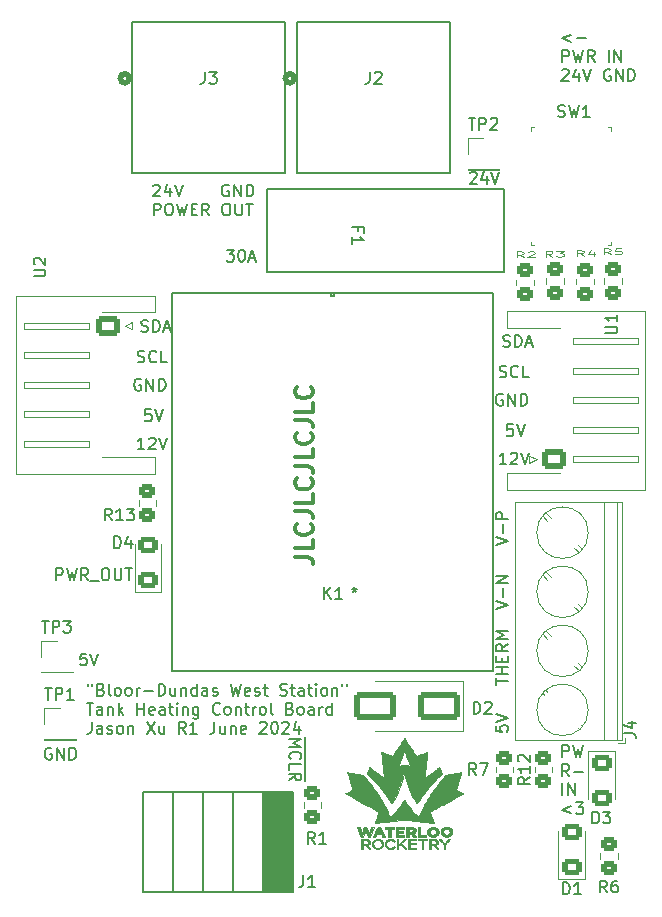
<source format=gto>
G04 #@! TF.GenerationSoftware,KiCad,Pcbnew,8.0.2+dfsg-1*
G04 #@! TF.CreationDate,2024-06-12T08:48:23-04:00*
G04 #@! TF.ProjectId,relay_board,72656c61-795f-4626-9f61-72642e6b6963,rev?*
G04 #@! TF.SameCoordinates,Original*
G04 #@! TF.FileFunction,Legend,Top*
G04 #@! TF.FilePolarity,Positive*
%FSLAX46Y46*%
G04 Gerber Fmt 4.6, Leading zero omitted, Abs format (unit mm)*
G04 Created by KiCad (PCBNEW 8.0.2+dfsg-1) date 2024-06-12 08:48:23*
%MOMM*%
%LPD*%
G01*
G04 APERTURE LIST*
G04 Aperture macros list*
%AMRoundRect*
0 Rectangle with rounded corners*
0 $1 Rounding radius*
0 $2 $3 $4 $5 $6 $7 $8 $9 X,Y pos of 4 corners*
0 Add a 4 corners polygon primitive as box body*
4,1,4,$2,$3,$4,$5,$6,$7,$8,$9,$2,$3,0*
0 Add four circle primitives for the rounded corners*
1,1,$1+$1,$2,$3*
1,1,$1+$1,$4,$5*
1,1,$1+$1,$6,$7*
1,1,$1+$1,$8,$9*
0 Add four rect primitives between the rounded corners*
20,1,$1+$1,$2,$3,$4,$5,0*
20,1,$1+$1,$4,$5,$6,$7,0*
20,1,$1+$1,$6,$7,$8,$9,0*
20,1,$1+$1,$8,$9,$2,$3,0*%
G04 Aperture macros list end*
%ADD10C,0.150000*%
%ADD11C,0.200000*%
%ADD12C,0.300000*%
%ADD13C,0.125000*%
%ADD14C,0.120000*%
%ADD15C,0.152400*%
%ADD16C,0.100000*%
%ADD17C,0.010000*%
%ADD18C,0.508000*%
%ADD19C,6.400000*%
%ADD20RoundRect,0.250000X-0.450000X0.350000X-0.450000X-0.350000X0.450000X-0.350000X0.450000X0.350000X0*%
%ADD21RoundRect,0.250000X0.450000X-0.350000X0.450000X0.350000X-0.450000X0.350000X-0.450000X-0.350000X0*%
%ADD22R,2.108200X2.108200*%
%ADD23C,2.108200*%
%ADD24RoundRect,0.250001X0.624999X-0.462499X0.624999X0.462499X-0.624999X0.462499X-0.624999X-0.462499X0*%
%ADD25R,1.600000X1.600000*%
%ADD26C,1.600000*%
%ADD27RoundRect,0.250000X-0.725000X0.600000X-0.725000X-0.600000X0.725000X-0.600000X0.725000X0.600000X0*%
%ADD28O,1.950000X1.700000*%
%ADD29RoundRect,0.250000X0.725000X-0.600000X0.725000X0.600000X-0.725000X0.600000X-0.725000X-0.600000X0*%
%ADD30RoundRect,0.250001X-0.624999X0.462499X-0.624999X-0.462499X0.624999X-0.462499X0.624999X0.462499X0*%
%ADD31R,1.700000X1.700000*%
%ADD32RoundRect,0.250000X1.500000X0.900000X-1.500000X0.900000X-1.500000X-0.900000X1.500000X-0.900000X0*%
%ADD33C,1.803400*%
%ADD34R,2.600000X2.600000*%
%ADD35C,2.600000*%
%ADD36C,2.641600*%
%ADD37C,1.676400*%
%ADD38R,1.000000X2.000000*%
G04 APERTURE END LIST*
D10*
X171196169Y-103975019D02*
X170719979Y-103975019D01*
X170719979Y-103975019D02*
X170672360Y-104451209D01*
X170672360Y-104451209D02*
X170719979Y-104403590D01*
X170719979Y-104403590D02*
X170815217Y-104355971D01*
X170815217Y-104355971D02*
X171053312Y-104355971D01*
X171053312Y-104355971D02*
X171148550Y-104403590D01*
X171148550Y-104403590D02*
X171196169Y-104451209D01*
X171196169Y-104451209D02*
X171243788Y-104546447D01*
X171243788Y-104546447D02*
X171243788Y-104784542D01*
X171243788Y-104784542D02*
X171196169Y-104879780D01*
X171196169Y-104879780D02*
X171148550Y-104927400D01*
X171148550Y-104927400D02*
X171053312Y-104975019D01*
X171053312Y-104975019D02*
X170815217Y-104975019D01*
X170815217Y-104975019D02*
X170719979Y-104927400D01*
X170719979Y-104927400D02*
X170672360Y-104879780D01*
X171529503Y-103975019D02*
X171862836Y-104975019D01*
X171862836Y-104975019D02*
X172196169Y-103975019D01*
D11*
X135196054Y-125949331D02*
X135196054Y-126139807D01*
X135577006Y-125949331D02*
X135577006Y-126139807D01*
X136338911Y-126425521D02*
X136481768Y-126473140D01*
X136481768Y-126473140D02*
X136529387Y-126520759D01*
X136529387Y-126520759D02*
X136577006Y-126615997D01*
X136577006Y-126615997D02*
X136577006Y-126758854D01*
X136577006Y-126758854D02*
X136529387Y-126854092D01*
X136529387Y-126854092D02*
X136481768Y-126901712D01*
X136481768Y-126901712D02*
X136386530Y-126949331D01*
X136386530Y-126949331D02*
X136005578Y-126949331D01*
X136005578Y-126949331D02*
X136005578Y-125949331D01*
X136005578Y-125949331D02*
X136338911Y-125949331D01*
X136338911Y-125949331D02*
X136434149Y-125996950D01*
X136434149Y-125996950D02*
X136481768Y-126044569D01*
X136481768Y-126044569D02*
X136529387Y-126139807D01*
X136529387Y-126139807D02*
X136529387Y-126235045D01*
X136529387Y-126235045D02*
X136481768Y-126330283D01*
X136481768Y-126330283D02*
X136434149Y-126377902D01*
X136434149Y-126377902D02*
X136338911Y-126425521D01*
X136338911Y-126425521D02*
X136005578Y-126425521D01*
X137148435Y-126949331D02*
X137053197Y-126901712D01*
X137053197Y-126901712D02*
X137005578Y-126806473D01*
X137005578Y-126806473D02*
X137005578Y-125949331D01*
X137672245Y-126949331D02*
X137577007Y-126901712D01*
X137577007Y-126901712D02*
X137529388Y-126854092D01*
X137529388Y-126854092D02*
X137481769Y-126758854D01*
X137481769Y-126758854D02*
X137481769Y-126473140D01*
X137481769Y-126473140D02*
X137529388Y-126377902D01*
X137529388Y-126377902D02*
X137577007Y-126330283D01*
X137577007Y-126330283D02*
X137672245Y-126282664D01*
X137672245Y-126282664D02*
X137815102Y-126282664D01*
X137815102Y-126282664D02*
X137910340Y-126330283D01*
X137910340Y-126330283D02*
X137957959Y-126377902D01*
X137957959Y-126377902D02*
X138005578Y-126473140D01*
X138005578Y-126473140D02*
X138005578Y-126758854D01*
X138005578Y-126758854D02*
X137957959Y-126854092D01*
X137957959Y-126854092D02*
X137910340Y-126901712D01*
X137910340Y-126901712D02*
X137815102Y-126949331D01*
X137815102Y-126949331D02*
X137672245Y-126949331D01*
X138577007Y-126949331D02*
X138481769Y-126901712D01*
X138481769Y-126901712D02*
X138434150Y-126854092D01*
X138434150Y-126854092D02*
X138386531Y-126758854D01*
X138386531Y-126758854D02*
X138386531Y-126473140D01*
X138386531Y-126473140D02*
X138434150Y-126377902D01*
X138434150Y-126377902D02*
X138481769Y-126330283D01*
X138481769Y-126330283D02*
X138577007Y-126282664D01*
X138577007Y-126282664D02*
X138719864Y-126282664D01*
X138719864Y-126282664D02*
X138815102Y-126330283D01*
X138815102Y-126330283D02*
X138862721Y-126377902D01*
X138862721Y-126377902D02*
X138910340Y-126473140D01*
X138910340Y-126473140D02*
X138910340Y-126758854D01*
X138910340Y-126758854D02*
X138862721Y-126854092D01*
X138862721Y-126854092D02*
X138815102Y-126901712D01*
X138815102Y-126901712D02*
X138719864Y-126949331D01*
X138719864Y-126949331D02*
X138577007Y-126949331D01*
X139338912Y-126949331D02*
X139338912Y-126282664D01*
X139338912Y-126473140D02*
X139386531Y-126377902D01*
X139386531Y-126377902D02*
X139434150Y-126330283D01*
X139434150Y-126330283D02*
X139529388Y-126282664D01*
X139529388Y-126282664D02*
X139624626Y-126282664D01*
X139957960Y-126568378D02*
X140719865Y-126568378D01*
X141196055Y-126949331D02*
X141196055Y-125949331D01*
X141196055Y-125949331D02*
X141434150Y-125949331D01*
X141434150Y-125949331D02*
X141577007Y-125996950D01*
X141577007Y-125996950D02*
X141672245Y-126092188D01*
X141672245Y-126092188D02*
X141719864Y-126187426D01*
X141719864Y-126187426D02*
X141767483Y-126377902D01*
X141767483Y-126377902D02*
X141767483Y-126520759D01*
X141767483Y-126520759D02*
X141719864Y-126711235D01*
X141719864Y-126711235D02*
X141672245Y-126806473D01*
X141672245Y-126806473D02*
X141577007Y-126901712D01*
X141577007Y-126901712D02*
X141434150Y-126949331D01*
X141434150Y-126949331D02*
X141196055Y-126949331D01*
X142624626Y-126282664D02*
X142624626Y-126949331D01*
X142196055Y-126282664D02*
X142196055Y-126806473D01*
X142196055Y-126806473D02*
X142243674Y-126901712D01*
X142243674Y-126901712D02*
X142338912Y-126949331D01*
X142338912Y-126949331D02*
X142481769Y-126949331D01*
X142481769Y-126949331D02*
X142577007Y-126901712D01*
X142577007Y-126901712D02*
X142624626Y-126854092D01*
X143100817Y-126282664D02*
X143100817Y-126949331D01*
X143100817Y-126377902D02*
X143148436Y-126330283D01*
X143148436Y-126330283D02*
X143243674Y-126282664D01*
X143243674Y-126282664D02*
X143386531Y-126282664D01*
X143386531Y-126282664D02*
X143481769Y-126330283D01*
X143481769Y-126330283D02*
X143529388Y-126425521D01*
X143529388Y-126425521D02*
X143529388Y-126949331D01*
X144434150Y-126949331D02*
X144434150Y-125949331D01*
X144434150Y-126901712D02*
X144338912Y-126949331D01*
X144338912Y-126949331D02*
X144148436Y-126949331D01*
X144148436Y-126949331D02*
X144053198Y-126901712D01*
X144053198Y-126901712D02*
X144005579Y-126854092D01*
X144005579Y-126854092D02*
X143957960Y-126758854D01*
X143957960Y-126758854D02*
X143957960Y-126473140D01*
X143957960Y-126473140D02*
X144005579Y-126377902D01*
X144005579Y-126377902D02*
X144053198Y-126330283D01*
X144053198Y-126330283D02*
X144148436Y-126282664D01*
X144148436Y-126282664D02*
X144338912Y-126282664D01*
X144338912Y-126282664D02*
X144434150Y-126330283D01*
X145338912Y-126949331D02*
X145338912Y-126425521D01*
X145338912Y-126425521D02*
X145291293Y-126330283D01*
X145291293Y-126330283D02*
X145196055Y-126282664D01*
X145196055Y-126282664D02*
X145005579Y-126282664D01*
X145005579Y-126282664D02*
X144910341Y-126330283D01*
X145338912Y-126901712D02*
X145243674Y-126949331D01*
X145243674Y-126949331D02*
X145005579Y-126949331D01*
X145005579Y-126949331D02*
X144910341Y-126901712D01*
X144910341Y-126901712D02*
X144862722Y-126806473D01*
X144862722Y-126806473D02*
X144862722Y-126711235D01*
X144862722Y-126711235D02*
X144910341Y-126615997D01*
X144910341Y-126615997D02*
X145005579Y-126568378D01*
X145005579Y-126568378D02*
X145243674Y-126568378D01*
X145243674Y-126568378D02*
X145338912Y-126520759D01*
X145767484Y-126901712D02*
X145862722Y-126949331D01*
X145862722Y-126949331D02*
X146053198Y-126949331D01*
X146053198Y-126949331D02*
X146148436Y-126901712D01*
X146148436Y-126901712D02*
X146196055Y-126806473D01*
X146196055Y-126806473D02*
X146196055Y-126758854D01*
X146196055Y-126758854D02*
X146148436Y-126663616D01*
X146148436Y-126663616D02*
X146053198Y-126615997D01*
X146053198Y-126615997D02*
X145910341Y-126615997D01*
X145910341Y-126615997D02*
X145815103Y-126568378D01*
X145815103Y-126568378D02*
X145767484Y-126473140D01*
X145767484Y-126473140D02*
X145767484Y-126425521D01*
X145767484Y-126425521D02*
X145815103Y-126330283D01*
X145815103Y-126330283D02*
X145910341Y-126282664D01*
X145910341Y-126282664D02*
X146053198Y-126282664D01*
X146053198Y-126282664D02*
X146148436Y-126330283D01*
X147291294Y-125949331D02*
X147529389Y-126949331D01*
X147529389Y-126949331D02*
X147719865Y-126235045D01*
X147719865Y-126235045D02*
X147910341Y-126949331D01*
X147910341Y-126949331D02*
X148148437Y-125949331D01*
X148910341Y-126901712D02*
X148815103Y-126949331D01*
X148815103Y-126949331D02*
X148624627Y-126949331D01*
X148624627Y-126949331D02*
X148529389Y-126901712D01*
X148529389Y-126901712D02*
X148481770Y-126806473D01*
X148481770Y-126806473D02*
X148481770Y-126425521D01*
X148481770Y-126425521D02*
X148529389Y-126330283D01*
X148529389Y-126330283D02*
X148624627Y-126282664D01*
X148624627Y-126282664D02*
X148815103Y-126282664D01*
X148815103Y-126282664D02*
X148910341Y-126330283D01*
X148910341Y-126330283D02*
X148957960Y-126425521D01*
X148957960Y-126425521D02*
X148957960Y-126520759D01*
X148957960Y-126520759D02*
X148481770Y-126615997D01*
X149338913Y-126901712D02*
X149434151Y-126949331D01*
X149434151Y-126949331D02*
X149624627Y-126949331D01*
X149624627Y-126949331D02*
X149719865Y-126901712D01*
X149719865Y-126901712D02*
X149767484Y-126806473D01*
X149767484Y-126806473D02*
X149767484Y-126758854D01*
X149767484Y-126758854D02*
X149719865Y-126663616D01*
X149719865Y-126663616D02*
X149624627Y-126615997D01*
X149624627Y-126615997D02*
X149481770Y-126615997D01*
X149481770Y-126615997D02*
X149386532Y-126568378D01*
X149386532Y-126568378D02*
X149338913Y-126473140D01*
X149338913Y-126473140D02*
X149338913Y-126425521D01*
X149338913Y-126425521D02*
X149386532Y-126330283D01*
X149386532Y-126330283D02*
X149481770Y-126282664D01*
X149481770Y-126282664D02*
X149624627Y-126282664D01*
X149624627Y-126282664D02*
X149719865Y-126330283D01*
X150053199Y-126282664D02*
X150434151Y-126282664D01*
X150196056Y-125949331D02*
X150196056Y-126806473D01*
X150196056Y-126806473D02*
X150243675Y-126901712D01*
X150243675Y-126901712D02*
X150338913Y-126949331D01*
X150338913Y-126949331D02*
X150434151Y-126949331D01*
X151481771Y-126901712D02*
X151624628Y-126949331D01*
X151624628Y-126949331D02*
X151862723Y-126949331D01*
X151862723Y-126949331D02*
X151957961Y-126901712D01*
X151957961Y-126901712D02*
X152005580Y-126854092D01*
X152005580Y-126854092D02*
X152053199Y-126758854D01*
X152053199Y-126758854D02*
X152053199Y-126663616D01*
X152053199Y-126663616D02*
X152005580Y-126568378D01*
X152005580Y-126568378D02*
X151957961Y-126520759D01*
X151957961Y-126520759D02*
X151862723Y-126473140D01*
X151862723Y-126473140D02*
X151672247Y-126425521D01*
X151672247Y-126425521D02*
X151577009Y-126377902D01*
X151577009Y-126377902D02*
X151529390Y-126330283D01*
X151529390Y-126330283D02*
X151481771Y-126235045D01*
X151481771Y-126235045D02*
X151481771Y-126139807D01*
X151481771Y-126139807D02*
X151529390Y-126044569D01*
X151529390Y-126044569D02*
X151577009Y-125996950D01*
X151577009Y-125996950D02*
X151672247Y-125949331D01*
X151672247Y-125949331D02*
X151910342Y-125949331D01*
X151910342Y-125949331D02*
X152053199Y-125996950D01*
X152338914Y-126282664D02*
X152719866Y-126282664D01*
X152481771Y-125949331D02*
X152481771Y-126806473D01*
X152481771Y-126806473D02*
X152529390Y-126901712D01*
X152529390Y-126901712D02*
X152624628Y-126949331D01*
X152624628Y-126949331D02*
X152719866Y-126949331D01*
X153481771Y-126949331D02*
X153481771Y-126425521D01*
X153481771Y-126425521D02*
X153434152Y-126330283D01*
X153434152Y-126330283D02*
X153338914Y-126282664D01*
X153338914Y-126282664D02*
X153148438Y-126282664D01*
X153148438Y-126282664D02*
X153053200Y-126330283D01*
X153481771Y-126901712D02*
X153386533Y-126949331D01*
X153386533Y-126949331D02*
X153148438Y-126949331D01*
X153148438Y-126949331D02*
X153053200Y-126901712D01*
X153053200Y-126901712D02*
X153005581Y-126806473D01*
X153005581Y-126806473D02*
X153005581Y-126711235D01*
X153005581Y-126711235D02*
X153053200Y-126615997D01*
X153053200Y-126615997D02*
X153148438Y-126568378D01*
X153148438Y-126568378D02*
X153386533Y-126568378D01*
X153386533Y-126568378D02*
X153481771Y-126520759D01*
X153815105Y-126282664D02*
X154196057Y-126282664D01*
X153957962Y-125949331D02*
X153957962Y-126806473D01*
X153957962Y-126806473D02*
X154005581Y-126901712D01*
X154005581Y-126901712D02*
X154100819Y-126949331D01*
X154100819Y-126949331D02*
X154196057Y-126949331D01*
X154529391Y-126949331D02*
X154529391Y-126282664D01*
X154529391Y-125949331D02*
X154481772Y-125996950D01*
X154481772Y-125996950D02*
X154529391Y-126044569D01*
X154529391Y-126044569D02*
X154577010Y-125996950D01*
X154577010Y-125996950D02*
X154529391Y-125949331D01*
X154529391Y-125949331D02*
X154529391Y-126044569D01*
X155148438Y-126949331D02*
X155053200Y-126901712D01*
X155053200Y-126901712D02*
X155005581Y-126854092D01*
X155005581Y-126854092D02*
X154957962Y-126758854D01*
X154957962Y-126758854D02*
X154957962Y-126473140D01*
X154957962Y-126473140D02*
X155005581Y-126377902D01*
X155005581Y-126377902D02*
X155053200Y-126330283D01*
X155053200Y-126330283D02*
X155148438Y-126282664D01*
X155148438Y-126282664D02*
X155291295Y-126282664D01*
X155291295Y-126282664D02*
X155386533Y-126330283D01*
X155386533Y-126330283D02*
X155434152Y-126377902D01*
X155434152Y-126377902D02*
X155481771Y-126473140D01*
X155481771Y-126473140D02*
X155481771Y-126758854D01*
X155481771Y-126758854D02*
X155434152Y-126854092D01*
X155434152Y-126854092D02*
X155386533Y-126901712D01*
X155386533Y-126901712D02*
X155291295Y-126949331D01*
X155291295Y-126949331D02*
X155148438Y-126949331D01*
X155910343Y-126282664D02*
X155910343Y-126949331D01*
X155910343Y-126377902D02*
X155957962Y-126330283D01*
X155957962Y-126330283D02*
X156053200Y-126282664D01*
X156053200Y-126282664D02*
X156196057Y-126282664D01*
X156196057Y-126282664D02*
X156291295Y-126330283D01*
X156291295Y-126330283D02*
X156338914Y-126425521D01*
X156338914Y-126425521D02*
X156338914Y-126949331D01*
X156767486Y-125949331D02*
X156767486Y-126139807D01*
X157148438Y-125949331D02*
X157148438Y-126139807D01*
X135100816Y-127559275D02*
X135672244Y-127559275D01*
X135386530Y-128559275D02*
X135386530Y-127559275D01*
X136434149Y-128559275D02*
X136434149Y-128035465D01*
X136434149Y-128035465D02*
X136386530Y-127940227D01*
X136386530Y-127940227D02*
X136291292Y-127892608D01*
X136291292Y-127892608D02*
X136100816Y-127892608D01*
X136100816Y-127892608D02*
X136005578Y-127940227D01*
X136434149Y-128511656D02*
X136338911Y-128559275D01*
X136338911Y-128559275D02*
X136100816Y-128559275D01*
X136100816Y-128559275D02*
X136005578Y-128511656D01*
X136005578Y-128511656D02*
X135957959Y-128416417D01*
X135957959Y-128416417D02*
X135957959Y-128321179D01*
X135957959Y-128321179D02*
X136005578Y-128225941D01*
X136005578Y-128225941D02*
X136100816Y-128178322D01*
X136100816Y-128178322D02*
X136338911Y-128178322D01*
X136338911Y-128178322D02*
X136434149Y-128130703D01*
X136910340Y-127892608D02*
X136910340Y-128559275D01*
X136910340Y-127987846D02*
X136957959Y-127940227D01*
X136957959Y-127940227D02*
X137053197Y-127892608D01*
X137053197Y-127892608D02*
X137196054Y-127892608D01*
X137196054Y-127892608D02*
X137291292Y-127940227D01*
X137291292Y-127940227D02*
X137338911Y-128035465D01*
X137338911Y-128035465D02*
X137338911Y-128559275D01*
X137815102Y-128559275D02*
X137815102Y-127559275D01*
X137910340Y-128178322D02*
X138196054Y-128559275D01*
X138196054Y-127892608D02*
X137815102Y-128273560D01*
X139386531Y-128559275D02*
X139386531Y-127559275D01*
X139386531Y-128035465D02*
X139957959Y-128035465D01*
X139957959Y-128559275D02*
X139957959Y-127559275D01*
X140815102Y-128511656D02*
X140719864Y-128559275D01*
X140719864Y-128559275D02*
X140529388Y-128559275D01*
X140529388Y-128559275D02*
X140434150Y-128511656D01*
X140434150Y-128511656D02*
X140386531Y-128416417D01*
X140386531Y-128416417D02*
X140386531Y-128035465D01*
X140386531Y-128035465D02*
X140434150Y-127940227D01*
X140434150Y-127940227D02*
X140529388Y-127892608D01*
X140529388Y-127892608D02*
X140719864Y-127892608D01*
X140719864Y-127892608D02*
X140815102Y-127940227D01*
X140815102Y-127940227D02*
X140862721Y-128035465D01*
X140862721Y-128035465D02*
X140862721Y-128130703D01*
X140862721Y-128130703D02*
X140386531Y-128225941D01*
X141719864Y-128559275D02*
X141719864Y-128035465D01*
X141719864Y-128035465D02*
X141672245Y-127940227D01*
X141672245Y-127940227D02*
X141577007Y-127892608D01*
X141577007Y-127892608D02*
X141386531Y-127892608D01*
X141386531Y-127892608D02*
X141291293Y-127940227D01*
X141719864Y-128511656D02*
X141624626Y-128559275D01*
X141624626Y-128559275D02*
X141386531Y-128559275D01*
X141386531Y-128559275D02*
X141291293Y-128511656D01*
X141291293Y-128511656D02*
X141243674Y-128416417D01*
X141243674Y-128416417D02*
X141243674Y-128321179D01*
X141243674Y-128321179D02*
X141291293Y-128225941D01*
X141291293Y-128225941D02*
X141386531Y-128178322D01*
X141386531Y-128178322D02*
X141624626Y-128178322D01*
X141624626Y-128178322D02*
X141719864Y-128130703D01*
X142053198Y-127892608D02*
X142434150Y-127892608D01*
X142196055Y-127559275D02*
X142196055Y-128416417D01*
X142196055Y-128416417D02*
X142243674Y-128511656D01*
X142243674Y-128511656D02*
X142338912Y-128559275D01*
X142338912Y-128559275D02*
X142434150Y-128559275D01*
X142767484Y-128559275D02*
X142767484Y-127892608D01*
X142767484Y-127559275D02*
X142719865Y-127606894D01*
X142719865Y-127606894D02*
X142767484Y-127654513D01*
X142767484Y-127654513D02*
X142815103Y-127606894D01*
X142815103Y-127606894D02*
X142767484Y-127559275D01*
X142767484Y-127559275D02*
X142767484Y-127654513D01*
X143243674Y-127892608D02*
X143243674Y-128559275D01*
X143243674Y-127987846D02*
X143291293Y-127940227D01*
X143291293Y-127940227D02*
X143386531Y-127892608D01*
X143386531Y-127892608D02*
X143529388Y-127892608D01*
X143529388Y-127892608D02*
X143624626Y-127940227D01*
X143624626Y-127940227D02*
X143672245Y-128035465D01*
X143672245Y-128035465D02*
X143672245Y-128559275D01*
X144577007Y-127892608D02*
X144577007Y-128702132D01*
X144577007Y-128702132D02*
X144529388Y-128797370D01*
X144529388Y-128797370D02*
X144481769Y-128844989D01*
X144481769Y-128844989D02*
X144386531Y-128892608D01*
X144386531Y-128892608D02*
X144243674Y-128892608D01*
X144243674Y-128892608D02*
X144148436Y-128844989D01*
X144577007Y-128511656D02*
X144481769Y-128559275D01*
X144481769Y-128559275D02*
X144291293Y-128559275D01*
X144291293Y-128559275D02*
X144196055Y-128511656D01*
X144196055Y-128511656D02*
X144148436Y-128464036D01*
X144148436Y-128464036D02*
X144100817Y-128368798D01*
X144100817Y-128368798D02*
X144100817Y-128083084D01*
X144100817Y-128083084D02*
X144148436Y-127987846D01*
X144148436Y-127987846D02*
X144196055Y-127940227D01*
X144196055Y-127940227D02*
X144291293Y-127892608D01*
X144291293Y-127892608D02*
X144481769Y-127892608D01*
X144481769Y-127892608D02*
X144577007Y-127940227D01*
X146386531Y-128464036D02*
X146338912Y-128511656D01*
X146338912Y-128511656D02*
X146196055Y-128559275D01*
X146196055Y-128559275D02*
X146100817Y-128559275D01*
X146100817Y-128559275D02*
X145957960Y-128511656D01*
X145957960Y-128511656D02*
X145862722Y-128416417D01*
X145862722Y-128416417D02*
X145815103Y-128321179D01*
X145815103Y-128321179D02*
X145767484Y-128130703D01*
X145767484Y-128130703D02*
X145767484Y-127987846D01*
X145767484Y-127987846D02*
X145815103Y-127797370D01*
X145815103Y-127797370D02*
X145862722Y-127702132D01*
X145862722Y-127702132D02*
X145957960Y-127606894D01*
X145957960Y-127606894D02*
X146100817Y-127559275D01*
X146100817Y-127559275D02*
X146196055Y-127559275D01*
X146196055Y-127559275D02*
X146338912Y-127606894D01*
X146338912Y-127606894D02*
X146386531Y-127654513D01*
X146957960Y-128559275D02*
X146862722Y-128511656D01*
X146862722Y-128511656D02*
X146815103Y-128464036D01*
X146815103Y-128464036D02*
X146767484Y-128368798D01*
X146767484Y-128368798D02*
X146767484Y-128083084D01*
X146767484Y-128083084D02*
X146815103Y-127987846D01*
X146815103Y-127987846D02*
X146862722Y-127940227D01*
X146862722Y-127940227D02*
X146957960Y-127892608D01*
X146957960Y-127892608D02*
X147100817Y-127892608D01*
X147100817Y-127892608D02*
X147196055Y-127940227D01*
X147196055Y-127940227D02*
X147243674Y-127987846D01*
X147243674Y-127987846D02*
X147291293Y-128083084D01*
X147291293Y-128083084D02*
X147291293Y-128368798D01*
X147291293Y-128368798D02*
X147243674Y-128464036D01*
X147243674Y-128464036D02*
X147196055Y-128511656D01*
X147196055Y-128511656D02*
X147100817Y-128559275D01*
X147100817Y-128559275D02*
X146957960Y-128559275D01*
X147719865Y-127892608D02*
X147719865Y-128559275D01*
X147719865Y-127987846D02*
X147767484Y-127940227D01*
X147767484Y-127940227D02*
X147862722Y-127892608D01*
X147862722Y-127892608D02*
X148005579Y-127892608D01*
X148005579Y-127892608D02*
X148100817Y-127940227D01*
X148100817Y-127940227D02*
X148148436Y-128035465D01*
X148148436Y-128035465D02*
X148148436Y-128559275D01*
X148481770Y-127892608D02*
X148862722Y-127892608D01*
X148624627Y-127559275D02*
X148624627Y-128416417D01*
X148624627Y-128416417D02*
X148672246Y-128511656D01*
X148672246Y-128511656D02*
X148767484Y-128559275D01*
X148767484Y-128559275D02*
X148862722Y-128559275D01*
X149196056Y-128559275D02*
X149196056Y-127892608D01*
X149196056Y-128083084D02*
X149243675Y-127987846D01*
X149243675Y-127987846D02*
X149291294Y-127940227D01*
X149291294Y-127940227D02*
X149386532Y-127892608D01*
X149386532Y-127892608D02*
X149481770Y-127892608D01*
X149957961Y-128559275D02*
X149862723Y-128511656D01*
X149862723Y-128511656D02*
X149815104Y-128464036D01*
X149815104Y-128464036D02*
X149767485Y-128368798D01*
X149767485Y-128368798D02*
X149767485Y-128083084D01*
X149767485Y-128083084D02*
X149815104Y-127987846D01*
X149815104Y-127987846D02*
X149862723Y-127940227D01*
X149862723Y-127940227D02*
X149957961Y-127892608D01*
X149957961Y-127892608D02*
X150100818Y-127892608D01*
X150100818Y-127892608D02*
X150196056Y-127940227D01*
X150196056Y-127940227D02*
X150243675Y-127987846D01*
X150243675Y-127987846D02*
X150291294Y-128083084D01*
X150291294Y-128083084D02*
X150291294Y-128368798D01*
X150291294Y-128368798D02*
X150243675Y-128464036D01*
X150243675Y-128464036D02*
X150196056Y-128511656D01*
X150196056Y-128511656D02*
X150100818Y-128559275D01*
X150100818Y-128559275D02*
X149957961Y-128559275D01*
X150862723Y-128559275D02*
X150767485Y-128511656D01*
X150767485Y-128511656D02*
X150719866Y-128416417D01*
X150719866Y-128416417D02*
X150719866Y-127559275D01*
X152338914Y-128035465D02*
X152481771Y-128083084D01*
X152481771Y-128083084D02*
X152529390Y-128130703D01*
X152529390Y-128130703D02*
X152577009Y-128225941D01*
X152577009Y-128225941D02*
X152577009Y-128368798D01*
X152577009Y-128368798D02*
X152529390Y-128464036D01*
X152529390Y-128464036D02*
X152481771Y-128511656D01*
X152481771Y-128511656D02*
X152386533Y-128559275D01*
X152386533Y-128559275D02*
X152005581Y-128559275D01*
X152005581Y-128559275D02*
X152005581Y-127559275D01*
X152005581Y-127559275D02*
X152338914Y-127559275D01*
X152338914Y-127559275D02*
X152434152Y-127606894D01*
X152434152Y-127606894D02*
X152481771Y-127654513D01*
X152481771Y-127654513D02*
X152529390Y-127749751D01*
X152529390Y-127749751D02*
X152529390Y-127844989D01*
X152529390Y-127844989D02*
X152481771Y-127940227D01*
X152481771Y-127940227D02*
X152434152Y-127987846D01*
X152434152Y-127987846D02*
X152338914Y-128035465D01*
X152338914Y-128035465D02*
X152005581Y-128035465D01*
X153148438Y-128559275D02*
X153053200Y-128511656D01*
X153053200Y-128511656D02*
X153005581Y-128464036D01*
X153005581Y-128464036D02*
X152957962Y-128368798D01*
X152957962Y-128368798D02*
X152957962Y-128083084D01*
X152957962Y-128083084D02*
X153005581Y-127987846D01*
X153005581Y-127987846D02*
X153053200Y-127940227D01*
X153053200Y-127940227D02*
X153148438Y-127892608D01*
X153148438Y-127892608D02*
X153291295Y-127892608D01*
X153291295Y-127892608D02*
X153386533Y-127940227D01*
X153386533Y-127940227D02*
X153434152Y-127987846D01*
X153434152Y-127987846D02*
X153481771Y-128083084D01*
X153481771Y-128083084D02*
X153481771Y-128368798D01*
X153481771Y-128368798D02*
X153434152Y-128464036D01*
X153434152Y-128464036D02*
X153386533Y-128511656D01*
X153386533Y-128511656D02*
X153291295Y-128559275D01*
X153291295Y-128559275D02*
X153148438Y-128559275D01*
X154338914Y-128559275D02*
X154338914Y-128035465D01*
X154338914Y-128035465D02*
X154291295Y-127940227D01*
X154291295Y-127940227D02*
X154196057Y-127892608D01*
X154196057Y-127892608D02*
X154005581Y-127892608D01*
X154005581Y-127892608D02*
X153910343Y-127940227D01*
X154338914Y-128511656D02*
X154243676Y-128559275D01*
X154243676Y-128559275D02*
X154005581Y-128559275D01*
X154005581Y-128559275D02*
X153910343Y-128511656D01*
X153910343Y-128511656D02*
X153862724Y-128416417D01*
X153862724Y-128416417D02*
X153862724Y-128321179D01*
X153862724Y-128321179D02*
X153910343Y-128225941D01*
X153910343Y-128225941D02*
X154005581Y-128178322D01*
X154005581Y-128178322D02*
X154243676Y-128178322D01*
X154243676Y-128178322D02*
X154338914Y-128130703D01*
X154815105Y-128559275D02*
X154815105Y-127892608D01*
X154815105Y-128083084D02*
X154862724Y-127987846D01*
X154862724Y-127987846D02*
X154910343Y-127940227D01*
X154910343Y-127940227D02*
X155005581Y-127892608D01*
X155005581Y-127892608D02*
X155100819Y-127892608D01*
X155862724Y-128559275D02*
X155862724Y-127559275D01*
X155862724Y-128511656D02*
X155767486Y-128559275D01*
X155767486Y-128559275D02*
X155577010Y-128559275D01*
X155577010Y-128559275D02*
X155481772Y-128511656D01*
X155481772Y-128511656D02*
X155434153Y-128464036D01*
X155434153Y-128464036D02*
X155386534Y-128368798D01*
X155386534Y-128368798D02*
X155386534Y-128083084D01*
X155386534Y-128083084D02*
X155434153Y-127987846D01*
X155434153Y-127987846D02*
X155481772Y-127940227D01*
X155481772Y-127940227D02*
X155577010Y-127892608D01*
X155577010Y-127892608D02*
X155767486Y-127892608D01*
X155767486Y-127892608D02*
X155862724Y-127940227D01*
X135529387Y-129169219D02*
X135529387Y-129883504D01*
X135529387Y-129883504D02*
X135481768Y-130026361D01*
X135481768Y-130026361D02*
X135386530Y-130121600D01*
X135386530Y-130121600D02*
X135243673Y-130169219D01*
X135243673Y-130169219D02*
X135148435Y-130169219D01*
X136434149Y-130169219D02*
X136434149Y-129645409D01*
X136434149Y-129645409D02*
X136386530Y-129550171D01*
X136386530Y-129550171D02*
X136291292Y-129502552D01*
X136291292Y-129502552D02*
X136100816Y-129502552D01*
X136100816Y-129502552D02*
X136005578Y-129550171D01*
X136434149Y-130121600D02*
X136338911Y-130169219D01*
X136338911Y-130169219D02*
X136100816Y-130169219D01*
X136100816Y-130169219D02*
X136005578Y-130121600D01*
X136005578Y-130121600D02*
X135957959Y-130026361D01*
X135957959Y-130026361D02*
X135957959Y-129931123D01*
X135957959Y-129931123D02*
X136005578Y-129835885D01*
X136005578Y-129835885D02*
X136100816Y-129788266D01*
X136100816Y-129788266D02*
X136338911Y-129788266D01*
X136338911Y-129788266D02*
X136434149Y-129740647D01*
X136862721Y-130121600D02*
X136957959Y-130169219D01*
X136957959Y-130169219D02*
X137148435Y-130169219D01*
X137148435Y-130169219D02*
X137243673Y-130121600D01*
X137243673Y-130121600D02*
X137291292Y-130026361D01*
X137291292Y-130026361D02*
X137291292Y-129978742D01*
X137291292Y-129978742D02*
X137243673Y-129883504D01*
X137243673Y-129883504D02*
X137148435Y-129835885D01*
X137148435Y-129835885D02*
X137005578Y-129835885D01*
X137005578Y-129835885D02*
X136910340Y-129788266D01*
X136910340Y-129788266D02*
X136862721Y-129693028D01*
X136862721Y-129693028D02*
X136862721Y-129645409D01*
X136862721Y-129645409D02*
X136910340Y-129550171D01*
X136910340Y-129550171D02*
X137005578Y-129502552D01*
X137005578Y-129502552D02*
X137148435Y-129502552D01*
X137148435Y-129502552D02*
X137243673Y-129550171D01*
X137862721Y-130169219D02*
X137767483Y-130121600D01*
X137767483Y-130121600D02*
X137719864Y-130073980D01*
X137719864Y-130073980D02*
X137672245Y-129978742D01*
X137672245Y-129978742D02*
X137672245Y-129693028D01*
X137672245Y-129693028D02*
X137719864Y-129597790D01*
X137719864Y-129597790D02*
X137767483Y-129550171D01*
X137767483Y-129550171D02*
X137862721Y-129502552D01*
X137862721Y-129502552D02*
X138005578Y-129502552D01*
X138005578Y-129502552D02*
X138100816Y-129550171D01*
X138100816Y-129550171D02*
X138148435Y-129597790D01*
X138148435Y-129597790D02*
X138196054Y-129693028D01*
X138196054Y-129693028D02*
X138196054Y-129978742D01*
X138196054Y-129978742D02*
X138148435Y-130073980D01*
X138148435Y-130073980D02*
X138100816Y-130121600D01*
X138100816Y-130121600D02*
X138005578Y-130169219D01*
X138005578Y-130169219D02*
X137862721Y-130169219D01*
X138624626Y-129502552D02*
X138624626Y-130169219D01*
X138624626Y-129597790D02*
X138672245Y-129550171D01*
X138672245Y-129550171D02*
X138767483Y-129502552D01*
X138767483Y-129502552D02*
X138910340Y-129502552D01*
X138910340Y-129502552D02*
X139005578Y-129550171D01*
X139005578Y-129550171D02*
X139053197Y-129645409D01*
X139053197Y-129645409D02*
X139053197Y-130169219D01*
X140196055Y-129169219D02*
X140862721Y-130169219D01*
X140862721Y-129169219D02*
X140196055Y-130169219D01*
X141672245Y-129502552D02*
X141672245Y-130169219D01*
X141243674Y-129502552D02*
X141243674Y-130026361D01*
X141243674Y-130026361D02*
X141291293Y-130121600D01*
X141291293Y-130121600D02*
X141386531Y-130169219D01*
X141386531Y-130169219D02*
X141529388Y-130169219D01*
X141529388Y-130169219D02*
X141624626Y-130121600D01*
X141624626Y-130121600D02*
X141672245Y-130073980D01*
X143481769Y-130169219D02*
X143148436Y-129693028D01*
X142910341Y-130169219D02*
X142910341Y-129169219D01*
X142910341Y-129169219D02*
X143291293Y-129169219D01*
X143291293Y-129169219D02*
X143386531Y-129216838D01*
X143386531Y-129216838D02*
X143434150Y-129264457D01*
X143434150Y-129264457D02*
X143481769Y-129359695D01*
X143481769Y-129359695D02*
X143481769Y-129502552D01*
X143481769Y-129502552D02*
X143434150Y-129597790D01*
X143434150Y-129597790D02*
X143386531Y-129645409D01*
X143386531Y-129645409D02*
X143291293Y-129693028D01*
X143291293Y-129693028D02*
X142910341Y-129693028D01*
X144434150Y-130169219D02*
X143862722Y-130169219D01*
X144148436Y-130169219D02*
X144148436Y-129169219D01*
X144148436Y-129169219D02*
X144053198Y-129312076D01*
X144053198Y-129312076D02*
X143957960Y-129407314D01*
X143957960Y-129407314D02*
X143862722Y-129454933D01*
X145910341Y-129169219D02*
X145910341Y-129883504D01*
X145910341Y-129883504D02*
X145862722Y-130026361D01*
X145862722Y-130026361D02*
X145767484Y-130121600D01*
X145767484Y-130121600D02*
X145624627Y-130169219D01*
X145624627Y-130169219D02*
X145529389Y-130169219D01*
X146815103Y-129502552D02*
X146815103Y-130169219D01*
X146386532Y-129502552D02*
X146386532Y-130026361D01*
X146386532Y-130026361D02*
X146434151Y-130121600D01*
X146434151Y-130121600D02*
X146529389Y-130169219D01*
X146529389Y-130169219D02*
X146672246Y-130169219D01*
X146672246Y-130169219D02*
X146767484Y-130121600D01*
X146767484Y-130121600D02*
X146815103Y-130073980D01*
X147291294Y-129502552D02*
X147291294Y-130169219D01*
X147291294Y-129597790D02*
X147338913Y-129550171D01*
X147338913Y-129550171D02*
X147434151Y-129502552D01*
X147434151Y-129502552D02*
X147577008Y-129502552D01*
X147577008Y-129502552D02*
X147672246Y-129550171D01*
X147672246Y-129550171D02*
X147719865Y-129645409D01*
X147719865Y-129645409D02*
X147719865Y-130169219D01*
X148577008Y-130121600D02*
X148481770Y-130169219D01*
X148481770Y-130169219D02*
X148291294Y-130169219D01*
X148291294Y-130169219D02*
X148196056Y-130121600D01*
X148196056Y-130121600D02*
X148148437Y-130026361D01*
X148148437Y-130026361D02*
X148148437Y-129645409D01*
X148148437Y-129645409D02*
X148196056Y-129550171D01*
X148196056Y-129550171D02*
X148291294Y-129502552D01*
X148291294Y-129502552D02*
X148481770Y-129502552D01*
X148481770Y-129502552D02*
X148577008Y-129550171D01*
X148577008Y-129550171D02*
X148624627Y-129645409D01*
X148624627Y-129645409D02*
X148624627Y-129740647D01*
X148624627Y-129740647D02*
X148148437Y-129835885D01*
X149767485Y-129264457D02*
X149815104Y-129216838D01*
X149815104Y-129216838D02*
X149910342Y-129169219D01*
X149910342Y-129169219D02*
X150148437Y-129169219D01*
X150148437Y-129169219D02*
X150243675Y-129216838D01*
X150243675Y-129216838D02*
X150291294Y-129264457D01*
X150291294Y-129264457D02*
X150338913Y-129359695D01*
X150338913Y-129359695D02*
X150338913Y-129454933D01*
X150338913Y-129454933D02*
X150291294Y-129597790D01*
X150291294Y-129597790D02*
X149719866Y-130169219D01*
X149719866Y-130169219D02*
X150338913Y-130169219D01*
X150957961Y-129169219D02*
X151053199Y-129169219D01*
X151053199Y-129169219D02*
X151148437Y-129216838D01*
X151148437Y-129216838D02*
X151196056Y-129264457D01*
X151196056Y-129264457D02*
X151243675Y-129359695D01*
X151243675Y-129359695D02*
X151291294Y-129550171D01*
X151291294Y-129550171D02*
X151291294Y-129788266D01*
X151291294Y-129788266D02*
X151243675Y-129978742D01*
X151243675Y-129978742D02*
X151196056Y-130073980D01*
X151196056Y-130073980D02*
X151148437Y-130121600D01*
X151148437Y-130121600D02*
X151053199Y-130169219D01*
X151053199Y-130169219D02*
X150957961Y-130169219D01*
X150957961Y-130169219D02*
X150862723Y-130121600D01*
X150862723Y-130121600D02*
X150815104Y-130073980D01*
X150815104Y-130073980D02*
X150767485Y-129978742D01*
X150767485Y-129978742D02*
X150719866Y-129788266D01*
X150719866Y-129788266D02*
X150719866Y-129550171D01*
X150719866Y-129550171D02*
X150767485Y-129359695D01*
X150767485Y-129359695D02*
X150815104Y-129264457D01*
X150815104Y-129264457D02*
X150862723Y-129216838D01*
X150862723Y-129216838D02*
X150957961Y-129169219D01*
X151672247Y-129264457D02*
X151719866Y-129216838D01*
X151719866Y-129216838D02*
X151815104Y-129169219D01*
X151815104Y-129169219D02*
X152053199Y-129169219D01*
X152053199Y-129169219D02*
X152148437Y-129216838D01*
X152148437Y-129216838D02*
X152196056Y-129264457D01*
X152196056Y-129264457D02*
X152243675Y-129359695D01*
X152243675Y-129359695D02*
X152243675Y-129454933D01*
X152243675Y-129454933D02*
X152196056Y-129597790D01*
X152196056Y-129597790D02*
X151624628Y-130169219D01*
X151624628Y-130169219D02*
X152243675Y-130169219D01*
X153100818Y-129502552D02*
X153100818Y-130169219D01*
X152862723Y-129121600D02*
X152624628Y-129835885D01*
X152624628Y-129835885D02*
X153243675Y-129835885D01*
D10*
X140751160Y-83765913D02*
X140798779Y-83718294D01*
X140798779Y-83718294D02*
X140894017Y-83670675D01*
X140894017Y-83670675D02*
X141132112Y-83670675D01*
X141132112Y-83670675D02*
X141227350Y-83718294D01*
X141227350Y-83718294D02*
X141274969Y-83765913D01*
X141274969Y-83765913D02*
X141322588Y-83861151D01*
X141322588Y-83861151D02*
X141322588Y-83956389D01*
X141322588Y-83956389D02*
X141274969Y-84099246D01*
X141274969Y-84099246D02*
X140703541Y-84670675D01*
X140703541Y-84670675D02*
X141322588Y-84670675D01*
X142179731Y-84004008D02*
X142179731Y-84670675D01*
X141941636Y-83623056D02*
X141703541Y-84337341D01*
X141703541Y-84337341D02*
X142322588Y-84337341D01*
X142560684Y-83670675D02*
X142894017Y-84670675D01*
X142894017Y-84670675D02*
X143227350Y-83670675D01*
X147132113Y-83718294D02*
X147036875Y-83670675D01*
X147036875Y-83670675D02*
X146894018Y-83670675D01*
X146894018Y-83670675D02*
X146751161Y-83718294D01*
X146751161Y-83718294D02*
X146655923Y-83813532D01*
X146655923Y-83813532D02*
X146608304Y-83908770D01*
X146608304Y-83908770D02*
X146560685Y-84099246D01*
X146560685Y-84099246D02*
X146560685Y-84242103D01*
X146560685Y-84242103D02*
X146608304Y-84432579D01*
X146608304Y-84432579D02*
X146655923Y-84527817D01*
X146655923Y-84527817D02*
X146751161Y-84623056D01*
X146751161Y-84623056D02*
X146894018Y-84670675D01*
X146894018Y-84670675D02*
X146989256Y-84670675D01*
X146989256Y-84670675D02*
X147132113Y-84623056D01*
X147132113Y-84623056D02*
X147179732Y-84575436D01*
X147179732Y-84575436D02*
X147179732Y-84242103D01*
X147179732Y-84242103D02*
X146989256Y-84242103D01*
X147608304Y-84670675D02*
X147608304Y-83670675D01*
X147608304Y-83670675D02*
X148179732Y-84670675D01*
X148179732Y-84670675D02*
X148179732Y-83670675D01*
X148655923Y-84670675D02*
X148655923Y-83670675D01*
X148655923Y-83670675D02*
X148894018Y-83670675D01*
X148894018Y-83670675D02*
X149036875Y-83718294D01*
X149036875Y-83718294D02*
X149132113Y-83813532D01*
X149132113Y-83813532D02*
X149179732Y-83908770D01*
X149179732Y-83908770D02*
X149227351Y-84099246D01*
X149227351Y-84099246D02*
X149227351Y-84242103D01*
X149227351Y-84242103D02*
X149179732Y-84432579D01*
X149179732Y-84432579D02*
X149132113Y-84527817D01*
X149132113Y-84527817D02*
X149036875Y-84623056D01*
X149036875Y-84623056D02*
X148894018Y-84670675D01*
X148894018Y-84670675D02*
X148655923Y-84670675D01*
X140798779Y-86280619D02*
X140798779Y-85280619D01*
X140798779Y-85280619D02*
X141179731Y-85280619D01*
X141179731Y-85280619D02*
X141274969Y-85328238D01*
X141274969Y-85328238D02*
X141322588Y-85375857D01*
X141322588Y-85375857D02*
X141370207Y-85471095D01*
X141370207Y-85471095D02*
X141370207Y-85613952D01*
X141370207Y-85613952D02*
X141322588Y-85709190D01*
X141322588Y-85709190D02*
X141274969Y-85756809D01*
X141274969Y-85756809D02*
X141179731Y-85804428D01*
X141179731Y-85804428D02*
X140798779Y-85804428D01*
X141989255Y-85280619D02*
X142179731Y-85280619D01*
X142179731Y-85280619D02*
X142274969Y-85328238D01*
X142274969Y-85328238D02*
X142370207Y-85423476D01*
X142370207Y-85423476D02*
X142417826Y-85613952D01*
X142417826Y-85613952D02*
X142417826Y-85947285D01*
X142417826Y-85947285D02*
X142370207Y-86137761D01*
X142370207Y-86137761D02*
X142274969Y-86233000D01*
X142274969Y-86233000D02*
X142179731Y-86280619D01*
X142179731Y-86280619D02*
X141989255Y-86280619D01*
X141989255Y-86280619D02*
X141894017Y-86233000D01*
X141894017Y-86233000D02*
X141798779Y-86137761D01*
X141798779Y-86137761D02*
X141751160Y-85947285D01*
X141751160Y-85947285D02*
X141751160Y-85613952D01*
X141751160Y-85613952D02*
X141798779Y-85423476D01*
X141798779Y-85423476D02*
X141894017Y-85328238D01*
X141894017Y-85328238D02*
X141989255Y-85280619D01*
X142751160Y-85280619D02*
X142989255Y-86280619D01*
X142989255Y-86280619D02*
X143179731Y-85566333D01*
X143179731Y-85566333D02*
X143370207Y-86280619D01*
X143370207Y-86280619D02*
X143608303Y-85280619D01*
X143989255Y-85756809D02*
X144322588Y-85756809D01*
X144465445Y-86280619D02*
X143989255Y-86280619D01*
X143989255Y-86280619D02*
X143989255Y-85280619D01*
X143989255Y-85280619D02*
X144465445Y-85280619D01*
X145465445Y-86280619D02*
X145132112Y-85804428D01*
X144894017Y-86280619D02*
X144894017Y-85280619D01*
X144894017Y-85280619D02*
X145274969Y-85280619D01*
X145274969Y-85280619D02*
X145370207Y-85328238D01*
X145370207Y-85328238D02*
X145417826Y-85375857D01*
X145417826Y-85375857D02*
X145465445Y-85471095D01*
X145465445Y-85471095D02*
X145465445Y-85613952D01*
X145465445Y-85613952D02*
X145417826Y-85709190D01*
X145417826Y-85709190D02*
X145370207Y-85756809D01*
X145370207Y-85756809D02*
X145274969Y-85804428D01*
X145274969Y-85804428D02*
X144894017Y-85804428D01*
X146846398Y-85280619D02*
X147036874Y-85280619D01*
X147036874Y-85280619D02*
X147132112Y-85328238D01*
X147132112Y-85328238D02*
X147227350Y-85423476D01*
X147227350Y-85423476D02*
X147274969Y-85613952D01*
X147274969Y-85613952D02*
X147274969Y-85947285D01*
X147274969Y-85947285D02*
X147227350Y-86137761D01*
X147227350Y-86137761D02*
X147132112Y-86233000D01*
X147132112Y-86233000D02*
X147036874Y-86280619D01*
X147036874Y-86280619D02*
X146846398Y-86280619D01*
X146846398Y-86280619D02*
X146751160Y-86233000D01*
X146751160Y-86233000D02*
X146655922Y-86137761D01*
X146655922Y-86137761D02*
X146608303Y-85947285D01*
X146608303Y-85947285D02*
X146608303Y-85613952D01*
X146608303Y-85613952D02*
X146655922Y-85423476D01*
X146655922Y-85423476D02*
X146751160Y-85328238D01*
X146751160Y-85328238D02*
X146846398Y-85280619D01*
X147703541Y-85280619D02*
X147703541Y-86090142D01*
X147703541Y-86090142D02*
X147751160Y-86185380D01*
X147751160Y-86185380D02*
X147798779Y-86233000D01*
X147798779Y-86233000D02*
X147894017Y-86280619D01*
X147894017Y-86280619D02*
X148084493Y-86280619D01*
X148084493Y-86280619D02*
X148179731Y-86233000D01*
X148179731Y-86233000D02*
X148227350Y-86185380D01*
X148227350Y-86185380D02*
X148274969Y-86090142D01*
X148274969Y-86090142D02*
X148274969Y-85280619D01*
X148608303Y-85280619D02*
X149179731Y-85280619D01*
X148894017Y-86280619D02*
X148894017Y-85280619D01*
X175393579Y-132149187D02*
X175393579Y-131149187D01*
X175393579Y-131149187D02*
X175774531Y-131149187D01*
X175774531Y-131149187D02*
X175869769Y-131196806D01*
X175869769Y-131196806D02*
X175917388Y-131244425D01*
X175917388Y-131244425D02*
X175965007Y-131339663D01*
X175965007Y-131339663D02*
X175965007Y-131482520D01*
X175965007Y-131482520D02*
X175917388Y-131577758D01*
X175917388Y-131577758D02*
X175869769Y-131625377D01*
X175869769Y-131625377D02*
X175774531Y-131672996D01*
X175774531Y-131672996D02*
X175393579Y-131672996D01*
X176298341Y-131149187D02*
X176536436Y-132149187D01*
X176536436Y-132149187D02*
X176726912Y-131434901D01*
X176726912Y-131434901D02*
X176917388Y-132149187D01*
X176917388Y-132149187D02*
X177155484Y-131149187D01*
X175965007Y-133759131D02*
X175631674Y-133282940D01*
X175393579Y-133759131D02*
X175393579Y-132759131D01*
X175393579Y-132759131D02*
X175774531Y-132759131D01*
X175774531Y-132759131D02*
X175869769Y-132806750D01*
X175869769Y-132806750D02*
X175917388Y-132854369D01*
X175917388Y-132854369D02*
X175965007Y-132949607D01*
X175965007Y-132949607D02*
X175965007Y-133092464D01*
X175965007Y-133092464D02*
X175917388Y-133187702D01*
X175917388Y-133187702D02*
X175869769Y-133235321D01*
X175869769Y-133235321D02*
X175774531Y-133282940D01*
X175774531Y-133282940D02*
X175393579Y-133282940D01*
X176393579Y-133378178D02*
X177155484Y-133378178D01*
X175393579Y-135369075D02*
X175393579Y-134369075D01*
X175869769Y-135369075D02*
X175869769Y-134369075D01*
X175869769Y-134369075D02*
X176441197Y-135369075D01*
X176441197Y-135369075D02*
X176441197Y-134369075D01*
X176155484Y-136312352D02*
X175393579Y-136598066D01*
X175393579Y-136598066D02*
X176155484Y-136883780D01*
X176536436Y-135979019D02*
X177155483Y-135979019D01*
X177155483Y-135979019D02*
X176822150Y-136359971D01*
X176822150Y-136359971D02*
X176965007Y-136359971D01*
X176965007Y-136359971D02*
X177060245Y-136407590D01*
X177060245Y-136407590D02*
X177107864Y-136455209D01*
X177107864Y-136455209D02*
X177155483Y-136550447D01*
X177155483Y-136550447D02*
X177155483Y-136788542D01*
X177155483Y-136788542D02*
X177107864Y-136883780D01*
X177107864Y-136883780D02*
X177060245Y-136931400D01*
X177060245Y-136931400D02*
X176965007Y-136979019D01*
X176965007Y-136979019D02*
X176679293Y-136979019D01*
X176679293Y-136979019D02*
X176584055Y-136931400D01*
X176584055Y-136931400D02*
X176536436Y-136883780D01*
X140563769Y-102705019D02*
X140087579Y-102705019D01*
X140087579Y-102705019D02*
X140039960Y-103181209D01*
X140039960Y-103181209D02*
X140087579Y-103133590D01*
X140087579Y-103133590D02*
X140182817Y-103085971D01*
X140182817Y-103085971D02*
X140420912Y-103085971D01*
X140420912Y-103085971D02*
X140516150Y-103133590D01*
X140516150Y-103133590D02*
X140563769Y-103181209D01*
X140563769Y-103181209D02*
X140611388Y-103276447D01*
X140611388Y-103276447D02*
X140611388Y-103514542D01*
X140611388Y-103514542D02*
X140563769Y-103609780D01*
X140563769Y-103609780D02*
X140516150Y-103657400D01*
X140516150Y-103657400D02*
X140420912Y-103705019D01*
X140420912Y-103705019D02*
X140182817Y-103705019D01*
X140182817Y-103705019D02*
X140087579Y-103657400D01*
X140087579Y-103657400D02*
X140039960Y-103609780D01*
X140897103Y-102705019D02*
X141230436Y-103705019D01*
X141230436Y-103705019D02*
X141563769Y-102705019D01*
X169761019Y-129489030D02*
X169761019Y-129965220D01*
X169761019Y-129965220D02*
X170237209Y-130012839D01*
X170237209Y-130012839D02*
X170189590Y-129965220D01*
X170189590Y-129965220D02*
X170141971Y-129869982D01*
X170141971Y-129869982D02*
X170141971Y-129631887D01*
X170141971Y-129631887D02*
X170189590Y-129536649D01*
X170189590Y-129536649D02*
X170237209Y-129489030D01*
X170237209Y-129489030D02*
X170332447Y-129441411D01*
X170332447Y-129441411D02*
X170570542Y-129441411D01*
X170570542Y-129441411D02*
X170665780Y-129489030D01*
X170665780Y-129489030D02*
X170713400Y-129536649D01*
X170713400Y-129536649D02*
X170761019Y-129631887D01*
X170761019Y-129631887D02*
X170761019Y-129869982D01*
X170761019Y-129869982D02*
X170713400Y-129965220D01*
X170713400Y-129965220D02*
X170665780Y-130012839D01*
X169761019Y-129155696D02*
X170761019Y-128822363D01*
X170761019Y-128822363D02*
X169761019Y-128489030D01*
X169761019Y-126012838D02*
X169761019Y-125441410D01*
X170761019Y-125727124D02*
X169761019Y-125727124D01*
X170761019Y-125108076D02*
X169761019Y-125108076D01*
X170237209Y-125108076D02*
X170237209Y-124536648D01*
X170761019Y-124536648D02*
X169761019Y-124536648D01*
X170237209Y-124060457D02*
X170237209Y-123727124D01*
X170761019Y-123584267D02*
X170761019Y-124060457D01*
X170761019Y-124060457D02*
X169761019Y-124060457D01*
X169761019Y-124060457D02*
X169761019Y-123584267D01*
X170761019Y-122584267D02*
X170284828Y-122917600D01*
X170761019Y-123155695D02*
X169761019Y-123155695D01*
X169761019Y-123155695D02*
X169761019Y-122774743D01*
X169761019Y-122774743D02*
X169808638Y-122679505D01*
X169808638Y-122679505D02*
X169856257Y-122631886D01*
X169856257Y-122631886D02*
X169951495Y-122584267D01*
X169951495Y-122584267D02*
X170094352Y-122584267D01*
X170094352Y-122584267D02*
X170189590Y-122631886D01*
X170189590Y-122631886D02*
X170237209Y-122679505D01*
X170237209Y-122679505D02*
X170284828Y-122774743D01*
X170284828Y-122774743D02*
X170284828Y-123155695D01*
X170761019Y-122155695D02*
X169761019Y-122155695D01*
X169761019Y-122155695D02*
X170475304Y-121822362D01*
X170475304Y-121822362D02*
X169761019Y-121489029D01*
X169761019Y-121489029D02*
X170761019Y-121489029D01*
X169761019Y-119631885D02*
X170761019Y-119298552D01*
X170761019Y-119298552D02*
X169761019Y-118965219D01*
X170380066Y-118631885D02*
X170380066Y-117869981D01*
X170761019Y-117393790D02*
X169761019Y-117393790D01*
X169761019Y-117393790D02*
X170761019Y-116822362D01*
X170761019Y-116822362D02*
X169761019Y-116822362D01*
X169761019Y-114203313D02*
X170761019Y-113869980D01*
X170761019Y-113869980D02*
X169761019Y-113536647D01*
X170380066Y-113203313D02*
X170380066Y-112441409D01*
X170761019Y-111965218D02*
X169761019Y-111965218D01*
X169761019Y-111965218D02*
X169761019Y-111584266D01*
X169761019Y-111584266D02*
X169808638Y-111489028D01*
X169808638Y-111489028D02*
X169856257Y-111441409D01*
X169856257Y-111441409D02*
X169951495Y-111393790D01*
X169951495Y-111393790D02*
X170094352Y-111393790D01*
X170094352Y-111393790D02*
X170189590Y-111441409D01*
X170189590Y-111441409D02*
X170237209Y-111489028D01*
X170237209Y-111489028D02*
X170284828Y-111584266D01*
X170284828Y-111584266D02*
X170284828Y-111965218D01*
X170634188Y-107362619D02*
X170062760Y-107362619D01*
X170348474Y-107362619D02*
X170348474Y-106362619D01*
X170348474Y-106362619D02*
X170253236Y-106505476D01*
X170253236Y-106505476D02*
X170157998Y-106600714D01*
X170157998Y-106600714D02*
X170062760Y-106648333D01*
X171015141Y-106457857D02*
X171062760Y-106410238D01*
X171062760Y-106410238D02*
X171157998Y-106362619D01*
X171157998Y-106362619D02*
X171396093Y-106362619D01*
X171396093Y-106362619D02*
X171491331Y-106410238D01*
X171491331Y-106410238D02*
X171538950Y-106457857D01*
X171538950Y-106457857D02*
X171586569Y-106553095D01*
X171586569Y-106553095D02*
X171586569Y-106648333D01*
X171586569Y-106648333D02*
X171538950Y-106791190D01*
X171538950Y-106791190D02*
X170967522Y-107362619D01*
X170967522Y-107362619D02*
X171586569Y-107362619D01*
X171872284Y-106362619D02*
X172205617Y-107362619D01*
X172205617Y-107362619D02*
X172538950Y-106362619D01*
X139735160Y-96088200D02*
X139878017Y-96135819D01*
X139878017Y-96135819D02*
X140116112Y-96135819D01*
X140116112Y-96135819D02*
X140211350Y-96088200D01*
X140211350Y-96088200D02*
X140258969Y-96040580D01*
X140258969Y-96040580D02*
X140306588Y-95945342D01*
X140306588Y-95945342D02*
X140306588Y-95850104D01*
X140306588Y-95850104D02*
X140258969Y-95754866D01*
X140258969Y-95754866D02*
X140211350Y-95707247D01*
X140211350Y-95707247D02*
X140116112Y-95659628D01*
X140116112Y-95659628D02*
X139925636Y-95612009D01*
X139925636Y-95612009D02*
X139830398Y-95564390D01*
X139830398Y-95564390D02*
X139782779Y-95516771D01*
X139782779Y-95516771D02*
X139735160Y-95421533D01*
X139735160Y-95421533D02*
X139735160Y-95326295D01*
X139735160Y-95326295D02*
X139782779Y-95231057D01*
X139782779Y-95231057D02*
X139830398Y-95183438D01*
X139830398Y-95183438D02*
X139925636Y-95135819D01*
X139925636Y-95135819D02*
X140163731Y-95135819D01*
X140163731Y-95135819D02*
X140306588Y-95183438D01*
X140735160Y-96135819D02*
X140735160Y-95135819D01*
X140735160Y-95135819D02*
X140973255Y-95135819D01*
X140973255Y-95135819D02*
X141116112Y-95183438D01*
X141116112Y-95183438D02*
X141211350Y-95278676D01*
X141211350Y-95278676D02*
X141258969Y-95373914D01*
X141258969Y-95373914D02*
X141306588Y-95564390D01*
X141306588Y-95564390D02*
X141306588Y-95707247D01*
X141306588Y-95707247D02*
X141258969Y-95897723D01*
X141258969Y-95897723D02*
X141211350Y-95992961D01*
X141211350Y-95992961D02*
X141116112Y-96088200D01*
X141116112Y-96088200D02*
X140973255Y-96135819D01*
X140973255Y-96135819D02*
X140735160Y-96135819D01*
X141687541Y-95850104D02*
X142163731Y-95850104D01*
X141592303Y-96135819D02*
X141925636Y-95135819D01*
X141925636Y-95135819D02*
X142258969Y-96135819D01*
X139696988Y-100161838D02*
X139601750Y-100114219D01*
X139601750Y-100114219D02*
X139458893Y-100114219D01*
X139458893Y-100114219D02*
X139316036Y-100161838D01*
X139316036Y-100161838D02*
X139220798Y-100257076D01*
X139220798Y-100257076D02*
X139173179Y-100352314D01*
X139173179Y-100352314D02*
X139125560Y-100542790D01*
X139125560Y-100542790D02*
X139125560Y-100685647D01*
X139125560Y-100685647D02*
X139173179Y-100876123D01*
X139173179Y-100876123D02*
X139220798Y-100971361D01*
X139220798Y-100971361D02*
X139316036Y-101066600D01*
X139316036Y-101066600D02*
X139458893Y-101114219D01*
X139458893Y-101114219D02*
X139554131Y-101114219D01*
X139554131Y-101114219D02*
X139696988Y-101066600D01*
X139696988Y-101066600D02*
X139744607Y-101018980D01*
X139744607Y-101018980D02*
X139744607Y-100685647D01*
X139744607Y-100685647D02*
X139554131Y-100685647D01*
X140173179Y-101114219D02*
X140173179Y-100114219D01*
X140173179Y-100114219D02*
X140744607Y-101114219D01*
X140744607Y-101114219D02*
X140744607Y-100114219D01*
X141220798Y-101114219D02*
X141220798Y-100114219D01*
X141220798Y-100114219D02*
X141458893Y-100114219D01*
X141458893Y-100114219D02*
X141601750Y-100161838D01*
X141601750Y-100161838D02*
X141696988Y-100257076D01*
X141696988Y-100257076D02*
X141744607Y-100352314D01*
X141744607Y-100352314D02*
X141792226Y-100542790D01*
X141792226Y-100542790D02*
X141792226Y-100685647D01*
X141792226Y-100685647D02*
X141744607Y-100876123D01*
X141744607Y-100876123D02*
X141696988Y-100971361D01*
X141696988Y-100971361D02*
X141601750Y-101066600D01*
X141601750Y-101066600D02*
X141458893Y-101114219D01*
X141458893Y-101114219D02*
X141220798Y-101114219D01*
X146951941Y-89192219D02*
X147570988Y-89192219D01*
X147570988Y-89192219D02*
X147237655Y-89573171D01*
X147237655Y-89573171D02*
X147380512Y-89573171D01*
X147380512Y-89573171D02*
X147475750Y-89620790D01*
X147475750Y-89620790D02*
X147523369Y-89668409D01*
X147523369Y-89668409D02*
X147570988Y-89763647D01*
X147570988Y-89763647D02*
X147570988Y-90001742D01*
X147570988Y-90001742D02*
X147523369Y-90096980D01*
X147523369Y-90096980D02*
X147475750Y-90144600D01*
X147475750Y-90144600D02*
X147380512Y-90192219D01*
X147380512Y-90192219D02*
X147094798Y-90192219D01*
X147094798Y-90192219D02*
X146999560Y-90144600D01*
X146999560Y-90144600D02*
X146951941Y-90096980D01*
X148190036Y-89192219D02*
X148285274Y-89192219D01*
X148285274Y-89192219D02*
X148380512Y-89239838D01*
X148380512Y-89239838D02*
X148428131Y-89287457D01*
X148428131Y-89287457D02*
X148475750Y-89382695D01*
X148475750Y-89382695D02*
X148523369Y-89573171D01*
X148523369Y-89573171D02*
X148523369Y-89811266D01*
X148523369Y-89811266D02*
X148475750Y-90001742D01*
X148475750Y-90001742D02*
X148428131Y-90096980D01*
X148428131Y-90096980D02*
X148380512Y-90144600D01*
X148380512Y-90144600D02*
X148285274Y-90192219D01*
X148285274Y-90192219D02*
X148190036Y-90192219D01*
X148190036Y-90192219D02*
X148094798Y-90144600D01*
X148094798Y-90144600D02*
X148047179Y-90096980D01*
X148047179Y-90096980D02*
X147999560Y-90001742D01*
X147999560Y-90001742D02*
X147951941Y-89811266D01*
X147951941Y-89811266D02*
X147951941Y-89573171D01*
X147951941Y-89573171D02*
X147999560Y-89382695D01*
X147999560Y-89382695D02*
X148047179Y-89287457D01*
X148047179Y-89287457D02*
X148094798Y-89239838D01*
X148094798Y-89239838D02*
X148190036Y-89192219D01*
X148904322Y-89906504D02*
X149380512Y-89906504D01*
X148809084Y-90192219D02*
X149142417Y-89192219D01*
X149142417Y-89192219D02*
X149475750Y-90192219D01*
X167573560Y-82683457D02*
X167621179Y-82635838D01*
X167621179Y-82635838D02*
X167716417Y-82588219D01*
X167716417Y-82588219D02*
X167954512Y-82588219D01*
X167954512Y-82588219D02*
X168049750Y-82635838D01*
X168049750Y-82635838D02*
X168097369Y-82683457D01*
X168097369Y-82683457D02*
X168144988Y-82778695D01*
X168144988Y-82778695D02*
X168144988Y-82873933D01*
X168144988Y-82873933D02*
X168097369Y-83016790D01*
X168097369Y-83016790D02*
X167525941Y-83588219D01*
X167525941Y-83588219D02*
X168144988Y-83588219D01*
X169002131Y-82921552D02*
X169002131Y-83588219D01*
X168764036Y-82540600D02*
X168525941Y-83254885D01*
X168525941Y-83254885D02*
X169144988Y-83254885D01*
X169383084Y-82588219D02*
X169716417Y-83588219D01*
X169716417Y-83588219D02*
X170049750Y-82588219D01*
D12*
X152732828Y-115196517D02*
X153804257Y-115196517D01*
X153804257Y-115196517D02*
X154018542Y-115267946D01*
X154018542Y-115267946D02*
X154161400Y-115410803D01*
X154161400Y-115410803D02*
X154232828Y-115625089D01*
X154232828Y-115625089D02*
X154232828Y-115767946D01*
X154232828Y-113767946D02*
X154232828Y-114482232D01*
X154232828Y-114482232D02*
X152732828Y-114482232D01*
X154089971Y-112410803D02*
X154161400Y-112482231D01*
X154161400Y-112482231D02*
X154232828Y-112696517D01*
X154232828Y-112696517D02*
X154232828Y-112839374D01*
X154232828Y-112839374D02*
X154161400Y-113053660D01*
X154161400Y-113053660D02*
X154018542Y-113196517D01*
X154018542Y-113196517D02*
X153875685Y-113267946D01*
X153875685Y-113267946D02*
X153589971Y-113339374D01*
X153589971Y-113339374D02*
X153375685Y-113339374D01*
X153375685Y-113339374D02*
X153089971Y-113267946D01*
X153089971Y-113267946D02*
X152947114Y-113196517D01*
X152947114Y-113196517D02*
X152804257Y-113053660D01*
X152804257Y-113053660D02*
X152732828Y-112839374D01*
X152732828Y-112839374D02*
X152732828Y-112696517D01*
X152732828Y-112696517D02*
X152804257Y-112482231D01*
X152804257Y-112482231D02*
X152875685Y-112410803D01*
X152732828Y-111339374D02*
X153804257Y-111339374D01*
X153804257Y-111339374D02*
X154018542Y-111410803D01*
X154018542Y-111410803D02*
X154161400Y-111553660D01*
X154161400Y-111553660D02*
X154232828Y-111767946D01*
X154232828Y-111767946D02*
X154232828Y-111910803D01*
X154232828Y-109910803D02*
X154232828Y-110625089D01*
X154232828Y-110625089D02*
X152732828Y-110625089D01*
X154089971Y-108553660D02*
X154161400Y-108625088D01*
X154161400Y-108625088D02*
X154232828Y-108839374D01*
X154232828Y-108839374D02*
X154232828Y-108982231D01*
X154232828Y-108982231D02*
X154161400Y-109196517D01*
X154161400Y-109196517D02*
X154018542Y-109339374D01*
X154018542Y-109339374D02*
X153875685Y-109410803D01*
X153875685Y-109410803D02*
X153589971Y-109482231D01*
X153589971Y-109482231D02*
X153375685Y-109482231D01*
X153375685Y-109482231D02*
X153089971Y-109410803D01*
X153089971Y-109410803D02*
X152947114Y-109339374D01*
X152947114Y-109339374D02*
X152804257Y-109196517D01*
X152804257Y-109196517D02*
X152732828Y-108982231D01*
X152732828Y-108982231D02*
X152732828Y-108839374D01*
X152732828Y-108839374D02*
X152804257Y-108625088D01*
X152804257Y-108625088D02*
X152875685Y-108553660D01*
X152732828Y-107482231D02*
X153804257Y-107482231D01*
X153804257Y-107482231D02*
X154018542Y-107553660D01*
X154018542Y-107553660D02*
X154161400Y-107696517D01*
X154161400Y-107696517D02*
X154232828Y-107910803D01*
X154232828Y-107910803D02*
X154232828Y-108053660D01*
X154232828Y-106053660D02*
X154232828Y-106767946D01*
X154232828Y-106767946D02*
X152732828Y-106767946D01*
X154089971Y-104696517D02*
X154161400Y-104767945D01*
X154161400Y-104767945D02*
X154232828Y-104982231D01*
X154232828Y-104982231D02*
X154232828Y-105125088D01*
X154232828Y-105125088D02*
X154161400Y-105339374D01*
X154161400Y-105339374D02*
X154018542Y-105482231D01*
X154018542Y-105482231D02*
X153875685Y-105553660D01*
X153875685Y-105553660D02*
X153589971Y-105625088D01*
X153589971Y-105625088D02*
X153375685Y-105625088D01*
X153375685Y-105625088D02*
X153089971Y-105553660D01*
X153089971Y-105553660D02*
X152947114Y-105482231D01*
X152947114Y-105482231D02*
X152804257Y-105339374D01*
X152804257Y-105339374D02*
X152732828Y-105125088D01*
X152732828Y-105125088D02*
X152732828Y-104982231D01*
X152732828Y-104982231D02*
X152804257Y-104767945D01*
X152804257Y-104767945D02*
X152875685Y-104696517D01*
X152732828Y-103625088D02*
X153804257Y-103625088D01*
X153804257Y-103625088D02*
X154018542Y-103696517D01*
X154018542Y-103696517D02*
X154161400Y-103839374D01*
X154161400Y-103839374D02*
X154232828Y-104053660D01*
X154232828Y-104053660D02*
X154232828Y-104196517D01*
X154232828Y-102196517D02*
X154232828Y-102910803D01*
X154232828Y-102910803D02*
X152732828Y-102910803D01*
X154089971Y-100839374D02*
X154161400Y-100910802D01*
X154161400Y-100910802D02*
X154232828Y-101125088D01*
X154232828Y-101125088D02*
X154232828Y-101267945D01*
X154232828Y-101267945D02*
X154161400Y-101482231D01*
X154161400Y-101482231D02*
X154018542Y-101625088D01*
X154018542Y-101625088D02*
X153875685Y-101696517D01*
X153875685Y-101696517D02*
X153589971Y-101767945D01*
X153589971Y-101767945D02*
X153375685Y-101767945D01*
X153375685Y-101767945D02*
X153089971Y-101696517D01*
X153089971Y-101696517D02*
X152947114Y-101625088D01*
X152947114Y-101625088D02*
X152804257Y-101482231D01*
X152804257Y-101482231D02*
X152732828Y-101267945D01*
X152732828Y-101267945D02*
X152732828Y-101125088D01*
X152732828Y-101125088D02*
X152804257Y-100910802D01*
X152804257Y-100910802D02*
X152875685Y-100839374D01*
D10*
X170329388Y-101431838D02*
X170234150Y-101384219D01*
X170234150Y-101384219D02*
X170091293Y-101384219D01*
X170091293Y-101384219D02*
X169948436Y-101431838D01*
X169948436Y-101431838D02*
X169853198Y-101527076D01*
X169853198Y-101527076D02*
X169805579Y-101622314D01*
X169805579Y-101622314D02*
X169757960Y-101812790D01*
X169757960Y-101812790D02*
X169757960Y-101955647D01*
X169757960Y-101955647D02*
X169805579Y-102146123D01*
X169805579Y-102146123D02*
X169853198Y-102241361D01*
X169853198Y-102241361D02*
X169948436Y-102336600D01*
X169948436Y-102336600D02*
X170091293Y-102384219D01*
X170091293Y-102384219D02*
X170186531Y-102384219D01*
X170186531Y-102384219D02*
X170329388Y-102336600D01*
X170329388Y-102336600D02*
X170377007Y-102288980D01*
X170377007Y-102288980D02*
X170377007Y-101955647D01*
X170377007Y-101955647D02*
X170186531Y-101955647D01*
X170805579Y-102384219D02*
X170805579Y-101384219D01*
X170805579Y-101384219D02*
X171377007Y-102384219D01*
X171377007Y-102384219D02*
X171377007Y-101384219D01*
X171853198Y-102384219D02*
X171853198Y-101384219D01*
X171853198Y-101384219D02*
X172091293Y-101384219D01*
X172091293Y-101384219D02*
X172234150Y-101431838D01*
X172234150Y-101431838D02*
X172329388Y-101527076D01*
X172329388Y-101527076D02*
X172377007Y-101622314D01*
X172377007Y-101622314D02*
X172424626Y-101812790D01*
X172424626Y-101812790D02*
X172424626Y-101955647D01*
X172424626Y-101955647D02*
X172377007Y-102146123D01*
X172377007Y-102146123D02*
X172329388Y-102241361D01*
X172329388Y-102241361D02*
X172234150Y-102336600D01*
X172234150Y-102336600D02*
X172091293Y-102384219D01*
X172091293Y-102384219D02*
X171853198Y-102384219D01*
X176155484Y-71014864D02*
X175393579Y-71300578D01*
X175393579Y-71300578D02*
X176155484Y-71586292D01*
X176631674Y-71300578D02*
X177393579Y-71300578D01*
X175393579Y-73291475D02*
X175393579Y-72291475D01*
X175393579Y-72291475D02*
X175774531Y-72291475D01*
X175774531Y-72291475D02*
X175869769Y-72339094D01*
X175869769Y-72339094D02*
X175917388Y-72386713D01*
X175917388Y-72386713D02*
X175965007Y-72481951D01*
X175965007Y-72481951D02*
X175965007Y-72624808D01*
X175965007Y-72624808D02*
X175917388Y-72720046D01*
X175917388Y-72720046D02*
X175869769Y-72767665D01*
X175869769Y-72767665D02*
X175774531Y-72815284D01*
X175774531Y-72815284D02*
X175393579Y-72815284D01*
X176298341Y-72291475D02*
X176536436Y-73291475D01*
X176536436Y-73291475D02*
X176726912Y-72577189D01*
X176726912Y-72577189D02*
X176917388Y-73291475D01*
X176917388Y-73291475D02*
X177155484Y-72291475D01*
X178107864Y-73291475D02*
X177774531Y-72815284D01*
X177536436Y-73291475D02*
X177536436Y-72291475D01*
X177536436Y-72291475D02*
X177917388Y-72291475D01*
X177917388Y-72291475D02*
X178012626Y-72339094D01*
X178012626Y-72339094D02*
X178060245Y-72386713D01*
X178060245Y-72386713D02*
X178107864Y-72481951D01*
X178107864Y-72481951D02*
X178107864Y-72624808D01*
X178107864Y-72624808D02*
X178060245Y-72720046D01*
X178060245Y-72720046D02*
X178012626Y-72767665D01*
X178012626Y-72767665D02*
X177917388Y-72815284D01*
X177917388Y-72815284D02*
X177536436Y-72815284D01*
X179298341Y-73291475D02*
X179298341Y-72291475D01*
X179774531Y-73291475D02*
X179774531Y-72291475D01*
X179774531Y-72291475D02*
X180345959Y-73291475D01*
X180345959Y-73291475D02*
X180345959Y-72291475D01*
X175345960Y-73996657D02*
X175393579Y-73949038D01*
X175393579Y-73949038D02*
X175488817Y-73901419D01*
X175488817Y-73901419D02*
X175726912Y-73901419D01*
X175726912Y-73901419D02*
X175822150Y-73949038D01*
X175822150Y-73949038D02*
X175869769Y-73996657D01*
X175869769Y-73996657D02*
X175917388Y-74091895D01*
X175917388Y-74091895D02*
X175917388Y-74187133D01*
X175917388Y-74187133D02*
X175869769Y-74329990D01*
X175869769Y-74329990D02*
X175298341Y-74901419D01*
X175298341Y-74901419D02*
X175917388Y-74901419D01*
X176774531Y-74234752D02*
X176774531Y-74901419D01*
X176536436Y-73853800D02*
X176298341Y-74568085D01*
X176298341Y-74568085D02*
X176917388Y-74568085D01*
X177155484Y-73901419D02*
X177488817Y-74901419D01*
X177488817Y-74901419D02*
X177822150Y-73901419D01*
X179441198Y-73949038D02*
X179345960Y-73901419D01*
X179345960Y-73901419D02*
X179203103Y-73901419D01*
X179203103Y-73901419D02*
X179060246Y-73949038D01*
X179060246Y-73949038D02*
X178965008Y-74044276D01*
X178965008Y-74044276D02*
X178917389Y-74139514D01*
X178917389Y-74139514D02*
X178869770Y-74329990D01*
X178869770Y-74329990D02*
X178869770Y-74472847D01*
X178869770Y-74472847D02*
X178917389Y-74663323D01*
X178917389Y-74663323D02*
X178965008Y-74758561D01*
X178965008Y-74758561D02*
X179060246Y-74853800D01*
X179060246Y-74853800D02*
X179203103Y-74901419D01*
X179203103Y-74901419D02*
X179298341Y-74901419D01*
X179298341Y-74901419D02*
X179441198Y-74853800D01*
X179441198Y-74853800D02*
X179488817Y-74806180D01*
X179488817Y-74806180D02*
X179488817Y-74472847D01*
X179488817Y-74472847D02*
X179298341Y-74472847D01*
X179917389Y-74901419D02*
X179917389Y-73901419D01*
X179917389Y-73901419D02*
X180488817Y-74901419D01*
X180488817Y-74901419D02*
X180488817Y-73901419D01*
X180965008Y-74901419D02*
X180965008Y-73901419D01*
X180965008Y-73901419D02*
X181203103Y-73901419D01*
X181203103Y-73901419D02*
X181345960Y-73949038D01*
X181345960Y-73949038D02*
X181441198Y-74044276D01*
X181441198Y-74044276D02*
X181488817Y-74139514D01*
X181488817Y-74139514D02*
X181536436Y-74329990D01*
X181536436Y-74329990D02*
X181536436Y-74472847D01*
X181536436Y-74472847D02*
X181488817Y-74663323D01*
X181488817Y-74663323D02*
X181441198Y-74758561D01*
X181441198Y-74758561D02*
X181345960Y-74853800D01*
X181345960Y-74853800D02*
X181203103Y-74901419D01*
X181203103Y-74901419D02*
X180965008Y-74901419D01*
X132518379Y-117167019D02*
X132518379Y-116167019D01*
X132518379Y-116167019D02*
X132899331Y-116167019D01*
X132899331Y-116167019D02*
X132994569Y-116214638D01*
X132994569Y-116214638D02*
X133042188Y-116262257D01*
X133042188Y-116262257D02*
X133089807Y-116357495D01*
X133089807Y-116357495D02*
X133089807Y-116500352D01*
X133089807Y-116500352D02*
X133042188Y-116595590D01*
X133042188Y-116595590D02*
X132994569Y-116643209D01*
X132994569Y-116643209D02*
X132899331Y-116690828D01*
X132899331Y-116690828D02*
X132518379Y-116690828D01*
X133423141Y-116167019D02*
X133661236Y-117167019D01*
X133661236Y-117167019D02*
X133851712Y-116452733D01*
X133851712Y-116452733D02*
X134042188Y-117167019D01*
X134042188Y-117167019D02*
X134280284Y-116167019D01*
X135232664Y-117167019D02*
X134899331Y-116690828D01*
X134661236Y-117167019D02*
X134661236Y-116167019D01*
X134661236Y-116167019D02*
X135042188Y-116167019D01*
X135042188Y-116167019D02*
X135137426Y-116214638D01*
X135137426Y-116214638D02*
X135185045Y-116262257D01*
X135185045Y-116262257D02*
X135232664Y-116357495D01*
X135232664Y-116357495D02*
X135232664Y-116500352D01*
X135232664Y-116500352D02*
X135185045Y-116595590D01*
X135185045Y-116595590D02*
X135137426Y-116643209D01*
X135137426Y-116643209D02*
X135042188Y-116690828D01*
X135042188Y-116690828D02*
X134661236Y-116690828D01*
X135423141Y-117262257D02*
X136185045Y-117262257D01*
X136613617Y-116167019D02*
X136804093Y-116167019D01*
X136804093Y-116167019D02*
X136899331Y-116214638D01*
X136899331Y-116214638D02*
X136994569Y-116309876D01*
X136994569Y-116309876D02*
X137042188Y-116500352D01*
X137042188Y-116500352D02*
X137042188Y-116833685D01*
X137042188Y-116833685D02*
X136994569Y-117024161D01*
X136994569Y-117024161D02*
X136899331Y-117119400D01*
X136899331Y-117119400D02*
X136804093Y-117167019D01*
X136804093Y-117167019D02*
X136613617Y-117167019D01*
X136613617Y-117167019D02*
X136518379Y-117119400D01*
X136518379Y-117119400D02*
X136423141Y-117024161D01*
X136423141Y-117024161D02*
X136375522Y-116833685D01*
X136375522Y-116833685D02*
X136375522Y-116500352D01*
X136375522Y-116500352D02*
X136423141Y-116309876D01*
X136423141Y-116309876D02*
X136518379Y-116214638D01*
X136518379Y-116214638D02*
X136613617Y-116167019D01*
X137470760Y-116167019D02*
X137470760Y-116976542D01*
X137470760Y-116976542D02*
X137518379Y-117071780D01*
X137518379Y-117071780D02*
X137565998Y-117119400D01*
X137565998Y-117119400D02*
X137661236Y-117167019D01*
X137661236Y-117167019D02*
X137851712Y-117167019D01*
X137851712Y-117167019D02*
X137946950Y-117119400D01*
X137946950Y-117119400D02*
X137994569Y-117071780D01*
X137994569Y-117071780D02*
X138042188Y-116976542D01*
X138042188Y-116976542D02*
X138042188Y-116167019D01*
X138375522Y-116167019D02*
X138946950Y-116167019D01*
X138661236Y-117167019D02*
X138661236Y-116167019D01*
X139430360Y-98679000D02*
X139573217Y-98726619D01*
X139573217Y-98726619D02*
X139811312Y-98726619D01*
X139811312Y-98726619D02*
X139906550Y-98679000D01*
X139906550Y-98679000D02*
X139954169Y-98631380D01*
X139954169Y-98631380D02*
X140001788Y-98536142D01*
X140001788Y-98536142D02*
X140001788Y-98440904D01*
X140001788Y-98440904D02*
X139954169Y-98345666D01*
X139954169Y-98345666D02*
X139906550Y-98298047D01*
X139906550Y-98298047D02*
X139811312Y-98250428D01*
X139811312Y-98250428D02*
X139620836Y-98202809D01*
X139620836Y-98202809D02*
X139525598Y-98155190D01*
X139525598Y-98155190D02*
X139477979Y-98107571D01*
X139477979Y-98107571D02*
X139430360Y-98012333D01*
X139430360Y-98012333D02*
X139430360Y-97917095D01*
X139430360Y-97917095D02*
X139477979Y-97821857D01*
X139477979Y-97821857D02*
X139525598Y-97774238D01*
X139525598Y-97774238D02*
X139620836Y-97726619D01*
X139620836Y-97726619D02*
X139858931Y-97726619D01*
X139858931Y-97726619D02*
X140001788Y-97774238D01*
X141001788Y-98631380D02*
X140954169Y-98679000D01*
X140954169Y-98679000D02*
X140811312Y-98726619D01*
X140811312Y-98726619D02*
X140716074Y-98726619D01*
X140716074Y-98726619D02*
X140573217Y-98679000D01*
X140573217Y-98679000D02*
X140477979Y-98583761D01*
X140477979Y-98583761D02*
X140430360Y-98488523D01*
X140430360Y-98488523D02*
X140382741Y-98298047D01*
X140382741Y-98298047D02*
X140382741Y-98155190D01*
X140382741Y-98155190D02*
X140430360Y-97964714D01*
X140430360Y-97964714D02*
X140477979Y-97869476D01*
X140477979Y-97869476D02*
X140573217Y-97774238D01*
X140573217Y-97774238D02*
X140716074Y-97726619D01*
X140716074Y-97726619D02*
X140811312Y-97726619D01*
X140811312Y-97726619D02*
X140954169Y-97774238D01*
X140954169Y-97774238D02*
X141001788Y-97821857D01*
X141906550Y-98726619D02*
X141430360Y-98726619D01*
X141430360Y-98726619D02*
X141430360Y-97726619D01*
X152276180Y-130587979D02*
X153276180Y-130587979D01*
X153276180Y-130587979D02*
X152561895Y-130921312D01*
X152561895Y-130921312D02*
X153276180Y-131254645D01*
X153276180Y-131254645D02*
X152276180Y-131254645D01*
X152371419Y-132302264D02*
X152323800Y-132254645D01*
X152323800Y-132254645D02*
X152276180Y-132111788D01*
X152276180Y-132111788D02*
X152276180Y-132016550D01*
X152276180Y-132016550D02*
X152323800Y-131873693D01*
X152323800Y-131873693D02*
X152419038Y-131778455D01*
X152419038Y-131778455D02*
X152514276Y-131730836D01*
X152514276Y-131730836D02*
X152704752Y-131683217D01*
X152704752Y-131683217D02*
X152847609Y-131683217D01*
X152847609Y-131683217D02*
X153038085Y-131730836D01*
X153038085Y-131730836D02*
X153133323Y-131778455D01*
X153133323Y-131778455D02*
X153228561Y-131873693D01*
X153228561Y-131873693D02*
X153276180Y-132016550D01*
X153276180Y-132016550D02*
X153276180Y-132111788D01*
X153276180Y-132111788D02*
X153228561Y-132254645D01*
X153228561Y-132254645D02*
X153180942Y-132302264D01*
X152276180Y-133207026D02*
X152276180Y-132730836D01*
X152276180Y-132730836D02*
X153276180Y-132730836D01*
X152276180Y-134111788D02*
X152752371Y-133778455D01*
X152276180Y-133540360D02*
X153276180Y-133540360D01*
X153276180Y-133540360D02*
X153276180Y-133921312D01*
X153276180Y-133921312D02*
X153228561Y-134016550D01*
X153228561Y-134016550D02*
X153180942Y-134064169D01*
X153180942Y-134064169D02*
X153085704Y-134111788D01*
X153085704Y-134111788D02*
X152942847Y-134111788D01*
X152942847Y-134111788D02*
X152847609Y-134064169D01*
X152847609Y-134064169D02*
X152799990Y-134016550D01*
X152799990Y-134016550D02*
X152752371Y-133921312D01*
X152752371Y-133921312D02*
X152752371Y-133540360D01*
X153553800Y-130449884D02*
X153553800Y-134202265D01*
X135077369Y-123380619D02*
X134601179Y-123380619D01*
X134601179Y-123380619D02*
X134553560Y-123856809D01*
X134553560Y-123856809D02*
X134601179Y-123809190D01*
X134601179Y-123809190D02*
X134696417Y-123761571D01*
X134696417Y-123761571D02*
X134934512Y-123761571D01*
X134934512Y-123761571D02*
X135029750Y-123809190D01*
X135029750Y-123809190D02*
X135077369Y-123856809D01*
X135077369Y-123856809D02*
X135124988Y-123952047D01*
X135124988Y-123952047D02*
X135124988Y-124190142D01*
X135124988Y-124190142D02*
X135077369Y-124285380D01*
X135077369Y-124285380D02*
X135029750Y-124333000D01*
X135029750Y-124333000D02*
X134934512Y-124380619D01*
X134934512Y-124380619D02*
X134696417Y-124380619D01*
X134696417Y-124380619D02*
X134601179Y-124333000D01*
X134601179Y-124333000D02*
X134553560Y-124285380D01*
X135410703Y-123380619D02*
X135744036Y-124380619D01*
X135744036Y-124380619D02*
X136077369Y-123380619D01*
X170367560Y-97358200D02*
X170510417Y-97405819D01*
X170510417Y-97405819D02*
X170748512Y-97405819D01*
X170748512Y-97405819D02*
X170843750Y-97358200D01*
X170843750Y-97358200D02*
X170891369Y-97310580D01*
X170891369Y-97310580D02*
X170938988Y-97215342D01*
X170938988Y-97215342D02*
X170938988Y-97120104D01*
X170938988Y-97120104D02*
X170891369Y-97024866D01*
X170891369Y-97024866D02*
X170843750Y-96977247D01*
X170843750Y-96977247D02*
X170748512Y-96929628D01*
X170748512Y-96929628D02*
X170558036Y-96882009D01*
X170558036Y-96882009D02*
X170462798Y-96834390D01*
X170462798Y-96834390D02*
X170415179Y-96786771D01*
X170415179Y-96786771D02*
X170367560Y-96691533D01*
X170367560Y-96691533D02*
X170367560Y-96596295D01*
X170367560Y-96596295D02*
X170415179Y-96501057D01*
X170415179Y-96501057D02*
X170462798Y-96453438D01*
X170462798Y-96453438D02*
X170558036Y-96405819D01*
X170558036Y-96405819D02*
X170796131Y-96405819D01*
X170796131Y-96405819D02*
X170938988Y-96453438D01*
X171367560Y-97405819D02*
X171367560Y-96405819D01*
X171367560Y-96405819D02*
X171605655Y-96405819D01*
X171605655Y-96405819D02*
X171748512Y-96453438D01*
X171748512Y-96453438D02*
X171843750Y-96548676D01*
X171843750Y-96548676D02*
X171891369Y-96643914D01*
X171891369Y-96643914D02*
X171938988Y-96834390D01*
X171938988Y-96834390D02*
X171938988Y-96977247D01*
X171938988Y-96977247D02*
X171891369Y-97167723D01*
X171891369Y-97167723D02*
X171843750Y-97262961D01*
X171843750Y-97262961D02*
X171748512Y-97358200D01*
X171748512Y-97358200D02*
X171605655Y-97405819D01*
X171605655Y-97405819D02*
X171367560Y-97405819D01*
X172319941Y-97120104D02*
X172796131Y-97120104D01*
X172224703Y-97405819D02*
X172558036Y-96405819D01*
X172558036Y-96405819D02*
X172891369Y-97405819D01*
X170062760Y-99949000D02*
X170205617Y-99996619D01*
X170205617Y-99996619D02*
X170443712Y-99996619D01*
X170443712Y-99996619D02*
X170538950Y-99949000D01*
X170538950Y-99949000D02*
X170586569Y-99901380D01*
X170586569Y-99901380D02*
X170634188Y-99806142D01*
X170634188Y-99806142D02*
X170634188Y-99710904D01*
X170634188Y-99710904D02*
X170586569Y-99615666D01*
X170586569Y-99615666D02*
X170538950Y-99568047D01*
X170538950Y-99568047D02*
X170443712Y-99520428D01*
X170443712Y-99520428D02*
X170253236Y-99472809D01*
X170253236Y-99472809D02*
X170157998Y-99425190D01*
X170157998Y-99425190D02*
X170110379Y-99377571D01*
X170110379Y-99377571D02*
X170062760Y-99282333D01*
X170062760Y-99282333D02*
X170062760Y-99187095D01*
X170062760Y-99187095D02*
X170110379Y-99091857D01*
X170110379Y-99091857D02*
X170157998Y-99044238D01*
X170157998Y-99044238D02*
X170253236Y-98996619D01*
X170253236Y-98996619D02*
X170491331Y-98996619D01*
X170491331Y-98996619D02*
X170634188Y-99044238D01*
X171634188Y-99901380D02*
X171586569Y-99949000D01*
X171586569Y-99949000D02*
X171443712Y-99996619D01*
X171443712Y-99996619D02*
X171348474Y-99996619D01*
X171348474Y-99996619D02*
X171205617Y-99949000D01*
X171205617Y-99949000D02*
X171110379Y-99853761D01*
X171110379Y-99853761D02*
X171062760Y-99758523D01*
X171062760Y-99758523D02*
X171015141Y-99568047D01*
X171015141Y-99568047D02*
X171015141Y-99425190D01*
X171015141Y-99425190D02*
X171062760Y-99234714D01*
X171062760Y-99234714D02*
X171110379Y-99139476D01*
X171110379Y-99139476D02*
X171205617Y-99044238D01*
X171205617Y-99044238D02*
X171348474Y-98996619D01*
X171348474Y-98996619D02*
X171443712Y-98996619D01*
X171443712Y-98996619D02*
X171586569Y-99044238D01*
X171586569Y-99044238D02*
X171634188Y-99091857D01*
X172538950Y-99996619D02*
X172062760Y-99996619D01*
X172062760Y-99996619D02*
X172062760Y-98996619D01*
X140001788Y-106092619D02*
X139430360Y-106092619D01*
X139716074Y-106092619D02*
X139716074Y-105092619D01*
X139716074Y-105092619D02*
X139620836Y-105235476D01*
X139620836Y-105235476D02*
X139525598Y-105330714D01*
X139525598Y-105330714D02*
X139430360Y-105378333D01*
X140382741Y-105187857D02*
X140430360Y-105140238D01*
X140430360Y-105140238D02*
X140525598Y-105092619D01*
X140525598Y-105092619D02*
X140763693Y-105092619D01*
X140763693Y-105092619D02*
X140858931Y-105140238D01*
X140858931Y-105140238D02*
X140906550Y-105187857D01*
X140906550Y-105187857D02*
X140954169Y-105283095D01*
X140954169Y-105283095D02*
X140954169Y-105378333D01*
X140954169Y-105378333D02*
X140906550Y-105521190D01*
X140906550Y-105521190D02*
X140335122Y-106092619D01*
X140335122Y-106092619D02*
X140954169Y-106092619D01*
X141239884Y-105092619D02*
X141573217Y-106092619D01*
X141573217Y-106092619D02*
X141906550Y-105092619D01*
X132127788Y-131403838D02*
X132032550Y-131356219D01*
X132032550Y-131356219D02*
X131889693Y-131356219D01*
X131889693Y-131356219D02*
X131746836Y-131403838D01*
X131746836Y-131403838D02*
X131651598Y-131499076D01*
X131651598Y-131499076D02*
X131603979Y-131594314D01*
X131603979Y-131594314D02*
X131556360Y-131784790D01*
X131556360Y-131784790D02*
X131556360Y-131927647D01*
X131556360Y-131927647D02*
X131603979Y-132118123D01*
X131603979Y-132118123D02*
X131651598Y-132213361D01*
X131651598Y-132213361D02*
X131746836Y-132308600D01*
X131746836Y-132308600D02*
X131889693Y-132356219D01*
X131889693Y-132356219D02*
X131984931Y-132356219D01*
X131984931Y-132356219D02*
X132127788Y-132308600D01*
X132127788Y-132308600D02*
X132175407Y-132260980D01*
X132175407Y-132260980D02*
X132175407Y-131927647D01*
X132175407Y-131927647D02*
X131984931Y-131927647D01*
X132603979Y-132356219D02*
X132603979Y-131356219D01*
X132603979Y-131356219D02*
X133175407Y-132356219D01*
X133175407Y-132356219D02*
X133175407Y-131356219D01*
X133651598Y-132356219D02*
X133651598Y-131356219D01*
X133651598Y-131356219D02*
X133889693Y-131356219D01*
X133889693Y-131356219D02*
X134032550Y-131403838D01*
X134032550Y-131403838D02*
X134127788Y-131499076D01*
X134127788Y-131499076D02*
X134175407Y-131594314D01*
X134175407Y-131594314D02*
X134223026Y-131784790D01*
X134223026Y-131784790D02*
X134223026Y-131927647D01*
X134223026Y-131927647D02*
X134175407Y-132118123D01*
X134175407Y-132118123D02*
X134127788Y-132213361D01*
X134127788Y-132213361D02*
X134032550Y-132308600D01*
X134032550Y-132308600D02*
X133889693Y-132356219D01*
X133889693Y-132356219D02*
X133651598Y-132356219D01*
X137228342Y-112113219D02*
X136895009Y-111637028D01*
X136656914Y-112113219D02*
X136656914Y-111113219D01*
X136656914Y-111113219D02*
X137037866Y-111113219D01*
X137037866Y-111113219D02*
X137133104Y-111160838D01*
X137133104Y-111160838D02*
X137180723Y-111208457D01*
X137180723Y-111208457D02*
X137228342Y-111303695D01*
X137228342Y-111303695D02*
X137228342Y-111446552D01*
X137228342Y-111446552D02*
X137180723Y-111541790D01*
X137180723Y-111541790D02*
X137133104Y-111589409D01*
X137133104Y-111589409D02*
X137037866Y-111637028D01*
X137037866Y-111637028D02*
X136656914Y-111637028D01*
X138180723Y-112113219D02*
X137609295Y-112113219D01*
X137895009Y-112113219D02*
X137895009Y-111113219D01*
X137895009Y-111113219D02*
X137799771Y-111256076D01*
X137799771Y-111256076D02*
X137704533Y-111351314D01*
X137704533Y-111351314D02*
X137609295Y-111398933D01*
X138514057Y-111113219D02*
X139133104Y-111113219D01*
X139133104Y-111113219D02*
X138799771Y-111494171D01*
X138799771Y-111494171D02*
X138942628Y-111494171D01*
X138942628Y-111494171D02*
X139037866Y-111541790D01*
X139037866Y-111541790D02*
X139085485Y-111589409D01*
X139085485Y-111589409D02*
X139133104Y-111684647D01*
X139133104Y-111684647D02*
X139133104Y-111922742D01*
X139133104Y-111922742D02*
X139085485Y-112017980D01*
X139085485Y-112017980D02*
X139037866Y-112065600D01*
X139037866Y-112065600D02*
X138942628Y-112113219D01*
X138942628Y-112113219D02*
X138656914Y-112113219D01*
X138656914Y-112113219D02*
X138561676Y-112065600D01*
X138561676Y-112065600D02*
X138514057Y-112017980D01*
D13*
X172096133Y-89836009D02*
X171762800Y-89597914D01*
X171524705Y-89836009D02*
X171524705Y-89336009D01*
X171524705Y-89336009D02*
X171905657Y-89336009D01*
X171905657Y-89336009D02*
X172000895Y-89359819D01*
X172000895Y-89359819D02*
X172048514Y-89383628D01*
X172048514Y-89383628D02*
X172096133Y-89431247D01*
X172096133Y-89431247D02*
X172096133Y-89502676D01*
X172096133Y-89502676D02*
X172048514Y-89550295D01*
X172048514Y-89550295D02*
X172000895Y-89574104D01*
X172000895Y-89574104D02*
X171905657Y-89597914D01*
X171905657Y-89597914D02*
X171524705Y-89597914D01*
X172477086Y-89383628D02*
X172524705Y-89359819D01*
X172524705Y-89359819D02*
X172619943Y-89336009D01*
X172619943Y-89336009D02*
X172858038Y-89336009D01*
X172858038Y-89336009D02*
X172953276Y-89359819D01*
X172953276Y-89359819D02*
X173000895Y-89383628D01*
X173000895Y-89383628D02*
X173048514Y-89431247D01*
X173048514Y-89431247D02*
X173048514Y-89478866D01*
X173048514Y-89478866D02*
X173000895Y-89550295D01*
X173000895Y-89550295D02*
X172429467Y-89836009D01*
X172429467Y-89836009D02*
X173048514Y-89836009D01*
D10*
X158082390Y-87626866D02*
X158082390Y-87293533D01*
X157558580Y-87293533D02*
X158558580Y-87293533D01*
X158558580Y-87293533D02*
X158558580Y-87769723D01*
X157558580Y-88674485D02*
X157558580Y-88103057D01*
X157558580Y-88388771D02*
X158558580Y-88388771D01*
X158558580Y-88388771D02*
X158415723Y-88293533D01*
X158415723Y-88293533D02*
X158320485Y-88198295D01*
X158320485Y-88198295D02*
X158272866Y-88103057D01*
X175436305Y-143761619D02*
X175436305Y-142761619D01*
X175436305Y-142761619D02*
X175674400Y-142761619D01*
X175674400Y-142761619D02*
X175817257Y-142809238D01*
X175817257Y-142809238D02*
X175912495Y-142904476D01*
X175912495Y-142904476D02*
X175960114Y-142999714D01*
X175960114Y-142999714D02*
X176007733Y-143190190D01*
X176007733Y-143190190D02*
X176007733Y-143333047D01*
X176007733Y-143333047D02*
X175960114Y-143523523D01*
X175960114Y-143523523D02*
X175912495Y-143618761D01*
X175912495Y-143618761D02*
X175817257Y-143714000D01*
X175817257Y-143714000D02*
X175674400Y-143761619D01*
X175674400Y-143761619D02*
X175436305Y-143761619D01*
X176960114Y-143761619D02*
X176388686Y-143761619D01*
X176674400Y-143761619D02*
X176674400Y-142761619D01*
X176674400Y-142761619D02*
X176579162Y-142904476D01*
X176579162Y-142904476D02*
X176483924Y-142999714D01*
X176483924Y-142999714D02*
X176388686Y-143047333D01*
X137437905Y-114450019D02*
X137437905Y-113450019D01*
X137437905Y-113450019D02*
X137676000Y-113450019D01*
X137676000Y-113450019D02*
X137818857Y-113497638D01*
X137818857Y-113497638D02*
X137914095Y-113592876D01*
X137914095Y-113592876D02*
X137961714Y-113688114D01*
X137961714Y-113688114D02*
X138009333Y-113878590D01*
X138009333Y-113878590D02*
X138009333Y-114021447D01*
X138009333Y-114021447D02*
X137961714Y-114211923D01*
X137961714Y-114211923D02*
X137914095Y-114307161D01*
X137914095Y-114307161D02*
X137818857Y-114402400D01*
X137818857Y-114402400D02*
X137676000Y-114450019D01*
X137676000Y-114450019D02*
X137437905Y-114450019D01*
X138866476Y-113783352D02*
X138866476Y-114450019D01*
X138628381Y-113402400D02*
X138390286Y-114116685D01*
X138390286Y-114116685D02*
X139009333Y-114116685D01*
X175030267Y-77907200D02*
X175173124Y-77954819D01*
X175173124Y-77954819D02*
X175411219Y-77954819D01*
X175411219Y-77954819D02*
X175506457Y-77907200D01*
X175506457Y-77907200D02*
X175554076Y-77859580D01*
X175554076Y-77859580D02*
X175601695Y-77764342D01*
X175601695Y-77764342D02*
X175601695Y-77669104D01*
X175601695Y-77669104D02*
X175554076Y-77573866D01*
X175554076Y-77573866D02*
X175506457Y-77526247D01*
X175506457Y-77526247D02*
X175411219Y-77478628D01*
X175411219Y-77478628D02*
X175220743Y-77431009D01*
X175220743Y-77431009D02*
X175125505Y-77383390D01*
X175125505Y-77383390D02*
X175077886Y-77335771D01*
X175077886Y-77335771D02*
X175030267Y-77240533D01*
X175030267Y-77240533D02*
X175030267Y-77145295D01*
X175030267Y-77145295D02*
X175077886Y-77050057D01*
X175077886Y-77050057D02*
X175125505Y-77002438D01*
X175125505Y-77002438D02*
X175220743Y-76954819D01*
X175220743Y-76954819D02*
X175458838Y-76954819D01*
X175458838Y-76954819D02*
X175601695Y-77002438D01*
X175935029Y-76954819D02*
X176173124Y-77954819D01*
X176173124Y-77954819D02*
X176363600Y-77240533D01*
X176363600Y-77240533D02*
X176554076Y-77954819D01*
X176554076Y-77954819D02*
X176792172Y-76954819D01*
X177696933Y-77954819D02*
X177125505Y-77954819D01*
X177411219Y-77954819D02*
X177411219Y-76954819D01*
X177411219Y-76954819D02*
X177315981Y-77097676D01*
X177315981Y-77097676D02*
X177220743Y-77192914D01*
X177220743Y-77192914D02*
X177125505Y-77240533D01*
D13*
X174534533Y-89785209D02*
X174201200Y-89547114D01*
X173963105Y-89785209D02*
X173963105Y-89285209D01*
X173963105Y-89285209D02*
X174344057Y-89285209D01*
X174344057Y-89285209D02*
X174439295Y-89309019D01*
X174439295Y-89309019D02*
X174486914Y-89332828D01*
X174486914Y-89332828D02*
X174534533Y-89380447D01*
X174534533Y-89380447D02*
X174534533Y-89451876D01*
X174534533Y-89451876D02*
X174486914Y-89499495D01*
X174486914Y-89499495D02*
X174439295Y-89523304D01*
X174439295Y-89523304D02*
X174344057Y-89547114D01*
X174344057Y-89547114D02*
X173963105Y-89547114D01*
X174867867Y-89285209D02*
X175486914Y-89285209D01*
X175486914Y-89285209D02*
X175153581Y-89475685D01*
X175153581Y-89475685D02*
X175296438Y-89475685D01*
X175296438Y-89475685D02*
X175391676Y-89499495D01*
X175391676Y-89499495D02*
X175439295Y-89523304D01*
X175439295Y-89523304D02*
X175486914Y-89570923D01*
X175486914Y-89570923D02*
X175486914Y-89689971D01*
X175486914Y-89689971D02*
X175439295Y-89737590D01*
X175439295Y-89737590D02*
X175391676Y-89761400D01*
X175391676Y-89761400D02*
X175296438Y-89785209D01*
X175296438Y-89785209D02*
X175010724Y-89785209D01*
X175010724Y-89785209D02*
X174915486Y-89761400D01*
X174915486Y-89761400D02*
X174867867Y-89737590D01*
D10*
X154417733Y-139494419D02*
X154084400Y-139018228D01*
X153846305Y-139494419D02*
X153846305Y-138494419D01*
X153846305Y-138494419D02*
X154227257Y-138494419D01*
X154227257Y-138494419D02*
X154322495Y-138542038D01*
X154322495Y-138542038D02*
X154370114Y-138589657D01*
X154370114Y-138589657D02*
X154417733Y-138684895D01*
X154417733Y-138684895D02*
X154417733Y-138827752D01*
X154417733Y-138827752D02*
X154370114Y-138922990D01*
X154370114Y-138922990D02*
X154322495Y-138970609D01*
X154322495Y-138970609D02*
X154227257Y-139018228D01*
X154227257Y-139018228D02*
X153846305Y-139018228D01*
X155370114Y-139494419D02*
X154798686Y-139494419D01*
X155084400Y-139494419D02*
X155084400Y-138494419D01*
X155084400Y-138494419D02*
X154989162Y-138637276D01*
X154989162Y-138637276D02*
X154893924Y-138732514D01*
X154893924Y-138732514D02*
X154798686Y-138780133D01*
X130620419Y-91439904D02*
X131429942Y-91439904D01*
X131429942Y-91439904D02*
X131525180Y-91392285D01*
X131525180Y-91392285D02*
X131572800Y-91344666D01*
X131572800Y-91344666D02*
X131620419Y-91249428D01*
X131620419Y-91249428D02*
X131620419Y-91058952D01*
X131620419Y-91058952D02*
X131572800Y-90963714D01*
X131572800Y-90963714D02*
X131525180Y-90916095D01*
X131525180Y-90916095D02*
X131429942Y-90868476D01*
X131429942Y-90868476D02*
X130620419Y-90868476D01*
X130715657Y-90439904D02*
X130668038Y-90392285D01*
X130668038Y-90392285D02*
X130620419Y-90297047D01*
X130620419Y-90297047D02*
X130620419Y-90058952D01*
X130620419Y-90058952D02*
X130668038Y-89963714D01*
X130668038Y-89963714D02*
X130715657Y-89916095D01*
X130715657Y-89916095D02*
X130810895Y-89868476D01*
X130810895Y-89868476D02*
X130906133Y-89868476D01*
X130906133Y-89868476D02*
X131048990Y-89916095D01*
X131048990Y-89916095D02*
X131620419Y-90487523D01*
X131620419Y-90487523D02*
X131620419Y-89868476D01*
X179032819Y-96265904D02*
X179842342Y-96265904D01*
X179842342Y-96265904D02*
X179937580Y-96218285D01*
X179937580Y-96218285D02*
X179985200Y-96170666D01*
X179985200Y-96170666D02*
X180032819Y-96075428D01*
X180032819Y-96075428D02*
X180032819Y-95884952D01*
X180032819Y-95884952D02*
X179985200Y-95789714D01*
X179985200Y-95789714D02*
X179937580Y-95742095D01*
X179937580Y-95742095D02*
X179842342Y-95694476D01*
X179842342Y-95694476D02*
X179032819Y-95694476D01*
X180032819Y-94694476D02*
X180032819Y-95265904D01*
X180032819Y-94980190D02*
X179032819Y-94980190D01*
X179032819Y-94980190D02*
X179175676Y-95075428D01*
X179175676Y-95075428D02*
X179270914Y-95170666D01*
X179270914Y-95170666D02*
X179318533Y-95265904D01*
X177925505Y-137767219D02*
X177925505Y-136767219D01*
X177925505Y-136767219D02*
X178163600Y-136767219D01*
X178163600Y-136767219D02*
X178306457Y-136814838D01*
X178306457Y-136814838D02*
X178401695Y-136910076D01*
X178401695Y-136910076D02*
X178449314Y-137005314D01*
X178449314Y-137005314D02*
X178496933Y-137195790D01*
X178496933Y-137195790D02*
X178496933Y-137338647D01*
X178496933Y-137338647D02*
X178449314Y-137529123D01*
X178449314Y-137529123D02*
X178401695Y-137624361D01*
X178401695Y-137624361D02*
X178306457Y-137719600D01*
X178306457Y-137719600D02*
X178163600Y-137767219D01*
X178163600Y-137767219D02*
X177925505Y-137767219D01*
X178830267Y-136767219D02*
X179449314Y-136767219D01*
X179449314Y-136767219D02*
X179115981Y-137148171D01*
X179115981Y-137148171D02*
X179258838Y-137148171D01*
X179258838Y-137148171D02*
X179354076Y-137195790D01*
X179354076Y-137195790D02*
X179401695Y-137243409D01*
X179401695Y-137243409D02*
X179449314Y-137338647D01*
X179449314Y-137338647D02*
X179449314Y-137576742D01*
X179449314Y-137576742D02*
X179401695Y-137671980D01*
X179401695Y-137671980D02*
X179354076Y-137719600D01*
X179354076Y-137719600D02*
X179258838Y-137767219D01*
X179258838Y-137767219D02*
X178973124Y-137767219D01*
X178973124Y-137767219D02*
X178877886Y-137719600D01*
X178877886Y-137719600D02*
X178830267Y-137671980D01*
X167444895Y-78031619D02*
X168016323Y-78031619D01*
X167730609Y-79031619D02*
X167730609Y-78031619D01*
X168349657Y-79031619D02*
X168349657Y-78031619D01*
X168349657Y-78031619D02*
X168730609Y-78031619D01*
X168730609Y-78031619D02*
X168825847Y-78079238D01*
X168825847Y-78079238D02*
X168873466Y-78126857D01*
X168873466Y-78126857D02*
X168921085Y-78222095D01*
X168921085Y-78222095D02*
X168921085Y-78364952D01*
X168921085Y-78364952D02*
X168873466Y-78460190D01*
X168873466Y-78460190D02*
X168825847Y-78507809D01*
X168825847Y-78507809D02*
X168730609Y-78555428D01*
X168730609Y-78555428D02*
X168349657Y-78555428D01*
X169302038Y-78126857D02*
X169349657Y-78079238D01*
X169349657Y-78079238D02*
X169444895Y-78031619D01*
X169444895Y-78031619D02*
X169682990Y-78031619D01*
X169682990Y-78031619D02*
X169778228Y-78079238D01*
X169778228Y-78079238D02*
X169825847Y-78126857D01*
X169825847Y-78126857D02*
X169873466Y-78222095D01*
X169873466Y-78222095D02*
X169873466Y-78317333D01*
X169873466Y-78317333D02*
X169825847Y-78460190D01*
X169825847Y-78460190D02*
X169254419Y-79031619D01*
X169254419Y-79031619D02*
X169873466Y-79031619D01*
X131580095Y-126291619D02*
X132151523Y-126291619D01*
X131865809Y-127291619D02*
X131865809Y-126291619D01*
X132484857Y-127291619D02*
X132484857Y-126291619D01*
X132484857Y-126291619D02*
X132865809Y-126291619D01*
X132865809Y-126291619D02*
X132961047Y-126339238D01*
X132961047Y-126339238D02*
X133008666Y-126386857D01*
X133008666Y-126386857D02*
X133056285Y-126482095D01*
X133056285Y-126482095D02*
X133056285Y-126624952D01*
X133056285Y-126624952D02*
X133008666Y-126720190D01*
X133008666Y-126720190D02*
X132961047Y-126767809D01*
X132961047Y-126767809D02*
X132865809Y-126815428D01*
X132865809Y-126815428D02*
X132484857Y-126815428D01*
X134008666Y-127291619D02*
X133437238Y-127291619D01*
X133722952Y-127291619D02*
X133722952Y-126291619D01*
X133722952Y-126291619D02*
X133627714Y-126434476D01*
X133627714Y-126434476D02*
X133532476Y-126529714D01*
X133532476Y-126529714D02*
X133437238Y-126577333D01*
X179157333Y-143609219D02*
X178824000Y-143133028D01*
X178585905Y-143609219D02*
X178585905Y-142609219D01*
X178585905Y-142609219D02*
X178966857Y-142609219D01*
X178966857Y-142609219D02*
X179062095Y-142656838D01*
X179062095Y-142656838D02*
X179109714Y-142704457D01*
X179109714Y-142704457D02*
X179157333Y-142799695D01*
X179157333Y-142799695D02*
X179157333Y-142942552D01*
X179157333Y-142942552D02*
X179109714Y-143037790D01*
X179109714Y-143037790D02*
X179062095Y-143085409D01*
X179062095Y-143085409D02*
X178966857Y-143133028D01*
X178966857Y-143133028D02*
X178585905Y-143133028D01*
X180014476Y-142609219D02*
X179824000Y-142609219D01*
X179824000Y-142609219D02*
X179728762Y-142656838D01*
X179728762Y-142656838D02*
X179681143Y-142704457D01*
X179681143Y-142704457D02*
X179585905Y-142847314D01*
X179585905Y-142847314D02*
X179538286Y-143037790D01*
X179538286Y-143037790D02*
X179538286Y-143418742D01*
X179538286Y-143418742D02*
X179585905Y-143513980D01*
X179585905Y-143513980D02*
X179633524Y-143561600D01*
X179633524Y-143561600D02*
X179728762Y-143609219D01*
X179728762Y-143609219D02*
X179919238Y-143609219D01*
X179919238Y-143609219D02*
X180014476Y-143561600D01*
X180014476Y-143561600D02*
X180062095Y-143513980D01*
X180062095Y-143513980D02*
X180109714Y-143418742D01*
X180109714Y-143418742D02*
X180109714Y-143180647D01*
X180109714Y-143180647D02*
X180062095Y-143085409D01*
X180062095Y-143085409D02*
X180014476Y-143037790D01*
X180014476Y-143037790D02*
X179919238Y-142990171D01*
X179919238Y-142990171D02*
X179728762Y-142990171D01*
X179728762Y-142990171D02*
X179633524Y-143037790D01*
X179633524Y-143037790D02*
X179585905Y-143085409D01*
X179585905Y-143085409D02*
X179538286Y-143180647D01*
D13*
X179462133Y-89582009D02*
X179128800Y-89343914D01*
X178890705Y-89582009D02*
X178890705Y-89082009D01*
X178890705Y-89082009D02*
X179271657Y-89082009D01*
X179271657Y-89082009D02*
X179366895Y-89105819D01*
X179366895Y-89105819D02*
X179414514Y-89129628D01*
X179414514Y-89129628D02*
X179462133Y-89177247D01*
X179462133Y-89177247D02*
X179462133Y-89248676D01*
X179462133Y-89248676D02*
X179414514Y-89296295D01*
X179414514Y-89296295D02*
X179366895Y-89320104D01*
X179366895Y-89320104D02*
X179271657Y-89343914D01*
X179271657Y-89343914D02*
X178890705Y-89343914D01*
X180366895Y-89082009D02*
X179890705Y-89082009D01*
X179890705Y-89082009D02*
X179843086Y-89320104D01*
X179843086Y-89320104D02*
X179890705Y-89296295D01*
X179890705Y-89296295D02*
X179985943Y-89272485D01*
X179985943Y-89272485D02*
X180224038Y-89272485D01*
X180224038Y-89272485D02*
X180319276Y-89296295D01*
X180319276Y-89296295D02*
X180366895Y-89320104D01*
X180366895Y-89320104D02*
X180414514Y-89367723D01*
X180414514Y-89367723D02*
X180414514Y-89486771D01*
X180414514Y-89486771D02*
X180366895Y-89534390D01*
X180366895Y-89534390D02*
X180319276Y-89558200D01*
X180319276Y-89558200D02*
X180224038Y-89582009D01*
X180224038Y-89582009D02*
X179985943Y-89582009D01*
X179985943Y-89582009D02*
X179890705Y-89558200D01*
X179890705Y-89558200D02*
X179843086Y-89534390D01*
D10*
X167867105Y-128470819D02*
X167867105Y-127470819D01*
X167867105Y-127470819D02*
X168105200Y-127470819D01*
X168105200Y-127470819D02*
X168248057Y-127518438D01*
X168248057Y-127518438D02*
X168343295Y-127613676D01*
X168343295Y-127613676D02*
X168390914Y-127708914D01*
X168390914Y-127708914D02*
X168438533Y-127899390D01*
X168438533Y-127899390D02*
X168438533Y-128042247D01*
X168438533Y-128042247D02*
X168390914Y-128232723D01*
X168390914Y-128232723D02*
X168343295Y-128327961D01*
X168343295Y-128327961D02*
X168248057Y-128423200D01*
X168248057Y-128423200D02*
X168105200Y-128470819D01*
X168105200Y-128470819D02*
X167867105Y-128470819D01*
X168819486Y-127566057D02*
X168867105Y-127518438D01*
X168867105Y-127518438D02*
X168962343Y-127470819D01*
X168962343Y-127470819D02*
X169200438Y-127470819D01*
X169200438Y-127470819D02*
X169295676Y-127518438D01*
X169295676Y-127518438D02*
X169343295Y-127566057D01*
X169343295Y-127566057D02*
X169390914Y-127661295D01*
X169390914Y-127661295D02*
X169390914Y-127756533D01*
X169390914Y-127756533D02*
X169343295Y-127899390D01*
X169343295Y-127899390D02*
X168771867Y-128470819D01*
X168771867Y-128470819D02*
X169390914Y-128470819D01*
X168082933Y-133652419D02*
X167749600Y-133176228D01*
X167511505Y-133652419D02*
X167511505Y-132652419D01*
X167511505Y-132652419D02*
X167892457Y-132652419D01*
X167892457Y-132652419D02*
X167987695Y-132700038D01*
X167987695Y-132700038D02*
X168035314Y-132747657D01*
X168035314Y-132747657D02*
X168082933Y-132842895D01*
X168082933Y-132842895D02*
X168082933Y-132985752D01*
X168082933Y-132985752D02*
X168035314Y-133080990D01*
X168035314Y-133080990D02*
X167987695Y-133128609D01*
X167987695Y-133128609D02*
X167892457Y-133176228D01*
X167892457Y-133176228D02*
X167511505Y-133176228D01*
X168416267Y-132652419D02*
X169082933Y-132652419D01*
X169082933Y-132652419D02*
X168654362Y-133652419D01*
X145107066Y-74131820D02*
X145107066Y-74846105D01*
X145107066Y-74846105D02*
X145059447Y-74988962D01*
X145059447Y-74988962D02*
X144964209Y-75084201D01*
X144964209Y-75084201D02*
X144821352Y-75131820D01*
X144821352Y-75131820D02*
X144726114Y-75131820D01*
X145488019Y-74131820D02*
X146107066Y-74131820D01*
X146107066Y-74131820D02*
X145773733Y-74512772D01*
X145773733Y-74512772D02*
X145916590Y-74512772D01*
X145916590Y-74512772D02*
X146011828Y-74560391D01*
X146011828Y-74560391D02*
X146059447Y-74608010D01*
X146059447Y-74608010D02*
X146107066Y-74703248D01*
X146107066Y-74703248D02*
X146107066Y-74941343D01*
X146107066Y-74941343D02*
X146059447Y-75036581D01*
X146059447Y-75036581D02*
X146011828Y-75084201D01*
X146011828Y-75084201D02*
X145916590Y-75131820D01*
X145916590Y-75131820D02*
X145630876Y-75131820D01*
X145630876Y-75131820D02*
X145535638Y-75084201D01*
X145535638Y-75084201D02*
X145488019Y-75036581D01*
X131326095Y-120602019D02*
X131897523Y-120602019D01*
X131611809Y-121602019D02*
X131611809Y-120602019D01*
X132230857Y-121602019D02*
X132230857Y-120602019D01*
X132230857Y-120602019D02*
X132611809Y-120602019D01*
X132611809Y-120602019D02*
X132707047Y-120649638D01*
X132707047Y-120649638D02*
X132754666Y-120697257D01*
X132754666Y-120697257D02*
X132802285Y-120792495D01*
X132802285Y-120792495D02*
X132802285Y-120935352D01*
X132802285Y-120935352D02*
X132754666Y-121030590D01*
X132754666Y-121030590D02*
X132707047Y-121078209D01*
X132707047Y-121078209D02*
X132611809Y-121125828D01*
X132611809Y-121125828D02*
X132230857Y-121125828D01*
X133135619Y-120602019D02*
X133754666Y-120602019D01*
X133754666Y-120602019D02*
X133421333Y-120982971D01*
X133421333Y-120982971D02*
X133564190Y-120982971D01*
X133564190Y-120982971D02*
X133659428Y-121030590D01*
X133659428Y-121030590D02*
X133707047Y-121078209D01*
X133707047Y-121078209D02*
X133754666Y-121173447D01*
X133754666Y-121173447D02*
X133754666Y-121411542D01*
X133754666Y-121411542D02*
X133707047Y-121506780D01*
X133707047Y-121506780D02*
X133659428Y-121554400D01*
X133659428Y-121554400D02*
X133564190Y-121602019D01*
X133564190Y-121602019D02*
X133278476Y-121602019D01*
X133278476Y-121602019D02*
X133183238Y-121554400D01*
X133183238Y-121554400D02*
X133135619Y-121506780D01*
X180607619Y-130127333D02*
X181321904Y-130127333D01*
X181321904Y-130127333D02*
X181464761Y-130174952D01*
X181464761Y-130174952D02*
X181560000Y-130270190D01*
X181560000Y-130270190D02*
X181607619Y-130413047D01*
X181607619Y-130413047D02*
X181607619Y-130508285D01*
X180940952Y-129222571D02*
X181607619Y-129222571D01*
X180560000Y-129460666D02*
X181274285Y-129698761D01*
X181274285Y-129698761D02*
X181274285Y-129079714D01*
D13*
X177176133Y-89734409D02*
X176842800Y-89496314D01*
X176604705Y-89734409D02*
X176604705Y-89234409D01*
X176604705Y-89234409D02*
X176985657Y-89234409D01*
X176985657Y-89234409D02*
X177080895Y-89258219D01*
X177080895Y-89258219D02*
X177128514Y-89282028D01*
X177128514Y-89282028D02*
X177176133Y-89329647D01*
X177176133Y-89329647D02*
X177176133Y-89401076D01*
X177176133Y-89401076D02*
X177128514Y-89448695D01*
X177128514Y-89448695D02*
X177080895Y-89472504D01*
X177080895Y-89472504D02*
X176985657Y-89496314D01*
X176985657Y-89496314D02*
X176604705Y-89496314D01*
X178033276Y-89401076D02*
X178033276Y-89734409D01*
X177795181Y-89210600D02*
X177557086Y-89567742D01*
X177557086Y-89567742D02*
X178176133Y-89567742D01*
D10*
X159077066Y-74131820D02*
X159077066Y-74846105D01*
X159077066Y-74846105D02*
X159029447Y-74988962D01*
X159029447Y-74988962D02*
X158934209Y-75084201D01*
X158934209Y-75084201D02*
X158791352Y-75131820D01*
X158791352Y-75131820D02*
X158696114Y-75131820D01*
X159505638Y-74227058D02*
X159553257Y-74179439D01*
X159553257Y-74179439D02*
X159648495Y-74131820D01*
X159648495Y-74131820D02*
X159886590Y-74131820D01*
X159886590Y-74131820D02*
X159981828Y-74179439D01*
X159981828Y-74179439D02*
X160029447Y-74227058D01*
X160029447Y-74227058D02*
X160077066Y-74322296D01*
X160077066Y-74322296D02*
X160077066Y-74417534D01*
X160077066Y-74417534D02*
X160029447Y-74560391D01*
X160029447Y-74560391D02*
X159458019Y-75131820D01*
X159458019Y-75131820D02*
X160077066Y-75131820D01*
X155217905Y-118768019D02*
X155217905Y-117768019D01*
X155789333Y-118768019D02*
X155360762Y-118196590D01*
X155789333Y-117768019D02*
X155217905Y-118339447D01*
X156741714Y-118768019D02*
X156170286Y-118768019D01*
X156456000Y-118768019D02*
X156456000Y-117768019D01*
X156456000Y-117768019D02*
X156360762Y-117910876D01*
X156360762Y-117910876D02*
X156265524Y-118006114D01*
X156265524Y-118006114D02*
X156170286Y-118053733D01*
X157784800Y-117768019D02*
X157784800Y-118006114D01*
X157546705Y-117910876D02*
X157784800Y-118006114D01*
X157784800Y-118006114D02*
X158022895Y-117910876D01*
X157641943Y-118196590D02*
X157784800Y-118006114D01*
X157784800Y-118006114D02*
X157927657Y-118196590D01*
X157784800Y-117768019D02*
X157784800Y-118006114D01*
X157546705Y-117910876D02*
X157784800Y-118006114D01*
X157784800Y-118006114D02*
X158022895Y-117910876D01*
X157641943Y-118196590D02*
X157784800Y-118006114D01*
X157784800Y-118006114D02*
X157927657Y-118196590D01*
X172616019Y-133840457D02*
X172139828Y-134173790D01*
X172616019Y-134411885D02*
X171616019Y-134411885D01*
X171616019Y-134411885D02*
X171616019Y-134030933D01*
X171616019Y-134030933D02*
X171663638Y-133935695D01*
X171663638Y-133935695D02*
X171711257Y-133888076D01*
X171711257Y-133888076D02*
X171806495Y-133840457D01*
X171806495Y-133840457D02*
X171949352Y-133840457D01*
X171949352Y-133840457D02*
X172044590Y-133888076D01*
X172044590Y-133888076D02*
X172092209Y-133935695D01*
X172092209Y-133935695D02*
X172139828Y-134030933D01*
X172139828Y-134030933D02*
X172139828Y-134411885D01*
X172616019Y-132888076D02*
X172616019Y-133459504D01*
X172616019Y-133173790D02*
X171616019Y-133173790D01*
X171616019Y-133173790D02*
X171758876Y-133269028D01*
X171758876Y-133269028D02*
X171854114Y-133364266D01*
X171854114Y-133364266D02*
X171901733Y-133459504D01*
X171711257Y-132507123D02*
X171663638Y-132459504D01*
X171663638Y-132459504D02*
X171616019Y-132364266D01*
X171616019Y-132364266D02*
X171616019Y-132126171D01*
X171616019Y-132126171D02*
X171663638Y-132030933D01*
X171663638Y-132030933D02*
X171711257Y-131983314D01*
X171711257Y-131983314D02*
X171806495Y-131935695D01*
X171806495Y-131935695D02*
X171901733Y-131935695D01*
X171901733Y-131935695D02*
X172044590Y-131983314D01*
X172044590Y-131983314D02*
X172616019Y-132554742D01*
X172616019Y-132554742D02*
X172616019Y-131935695D01*
X153438266Y-142152019D02*
X153438266Y-142866304D01*
X153438266Y-142866304D02*
X153390647Y-143009161D01*
X153390647Y-143009161D02*
X153295409Y-143104400D01*
X153295409Y-143104400D02*
X153152552Y-143152019D01*
X153152552Y-143152019D02*
X153057314Y-143152019D01*
X154438266Y-143152019D02*
X153866838Y-143152019D01*
X154152552Y-143152019D02*
X154152552Y-142152019D01*
X154152552Y-142152019D02*
X154057314Y-142294876D01*
X154057314Y-142294876D02*
X153962076Y-142390114D01*
X153962076Y-142390114D02*
X153866838Y-142437733D01*
D14*
X139523800Y-110415336D02*
X139523800Y-110869464D01*
X140993800Y-110415336D02*
X140993800Y-110869464D01*
X171477000Y-92175064D02*
X171477000Y-91720936D01*
X172947000Y-92175064D02*
X172947000Y-91720936D01*
D15*
X150393400Y-84086700D02*
X170459400Y-84086700D01*
X150393400Y-91071700D02*
X150393400Y-84086700D01*
X150393400Y-91071700D02*
X170459400Y-91071700D01*
X170459400Y-91071700D02*
X170459400Y-84086700D01*
D14*
X175039400Y-138404800D02*
X175039400Y-142464800D01*
X175039400Y-142464800D02*
X177309400Y-142464800D01*
X177309400Y-142464800D02*
X177309400Y-138404800D01*
X139174600Y-114071600D02*
X139174600Y-118131600D01*
X139174600Y-118131600D02*
X141444600Y-118131600D01*
X141444600Y-118131600D02*
X141444600Y-114071600D01*
D16*
X172713600Y-78820000D02*
X173013600Y-78820000D01*
X172713600Y-79120000D02*
X172713600Y-78820000D01*
X172713600Y-88520000D02*
X172713600Y-88820000D01*
X172713600Y-88820000D02*
X173013600Y-88820000D01*
X179513600Y-78820000D02*
X179213600Y-78820000D01*
X179513600Y-79120000D02*
X179513600Y-78820000D01*
X179513600Y-88520000D02*
X179513600Y-88820000D01*
X179513600Y-88820000D02*
X179213600Y-88820000D01*
D14*
X174017000Y-92073464D02*
X174017000Y-91619336D01*
X175487000Y-92073464D02*
X175487000Y-91619336D01*
X153493800Y-136421864D02*
X153493800Y-135967736D01*
X154963800Y-136421864D02*
X154963800Y-135967736D01*
X129166400Y-93074800D02*
X140886400Y-93074800D01*
X129166400Y-100634800D02*
X129166400Y-93074800D01*
X129166400Y-100634800D02*
X129166400Y-108194800D01*
X129166400Y-108194800D02*
X140886400Y-108194800D01*
X129776400Y-95384800D02*
X129776400Y-95884800D01*
X129776400Y-95884800D02*
X135276400Y-95884800D01*
X129776400Y-97884800D02*
X129776400Y-98384800D01*
X129776400Y-98384800D02*
X135276400Y-98384800D01*
X129776400Y-100384800D02*
X129776400Y-100884800D01*
X129776400Y-100884800D02*
X135276400Y-100884800D01*
X129776400Y-102884800D02*
X129776400Y-103384800D01*
X129776400Y-103384800D02*
X135276400Y-103384800D01*
X129776400Y-105384800D02*
X129776400Y-105884800D01*
X129776400Y-105884800D02*
X135276400Y-105884800D01*
X135276400Y-95384800D02*
X129776400Y-95384800D01*
X135276400Y-95884800D02*
X135276400Y-95384800D01*
X135276400Y-97884800D02*
X129776400Y-97884800D01*
X135276400Y-98384800D02*
X135276400Y-97884800D01*
X135276400Y-100384800D02*
X129776400Y-100384800D01*
X135276400Y-100884800D02*
X135276400Y-100384800D01*
X135276400Y-102884800D02*
X129776400Y-102884800D01*
X135276400Y-103384800D02*
X135276400Y-102884800D01*
X135276400Y-105384800D02*
X129776400Y-105384800D01*
X135276400Y-105884800D02*
X135276400Y-105384800D01*
X138376400Y-95634800D02*
X138976400Y-95334800D01*
X138976400Y-95334800D02*
X138976400Y-95934800D01*
X138976400Y-95934800D02*
X138376400Y-95634800D01*
X140886400Y-93074800D02*
X140886400Y-94494800D01*
X140886400Y-94494800D02*
X136386400Y-94494800D01*
X140886400Y-106774800D02*
X136386400Y-106774800D01*
X140886400Y-108194800D02*
X140886400Y-106774800D01*
X170691200Y-94374000D02*
X170691200Y-95794000D01*
X170691200Y-95794000D02*
X175191200Y-95794000D01*
X170691200Y-108074000D02*
X175191200Y-108074000D01*
X170691200Y-109494000D02*
X170691200Y-108074000D01*
X172601200Y-106634000D02*
X173201200Y-106934000D01*
X172601200Y-107234000D02*
X172601200Y-106634000D01*
X173201200Y-106934000D02*
X172601200Y-107234000D01*
X176301200Y-96684000D02*
X176301200Y-97184000D01*
X176301200Y-97184000D02*
X181801200Y-97184000D01*
X176301200Y-99184000D02*
X176301200Y-99684000D01*
X176301200Y-99684000D02*
X181801200Y-99684000D01*
X176301200Y-101684000D02*
X176301200Y-102184000D01*
X176301200Y-102184000D02*
X181801200Y-102184000D01*
X176301200Y-104184000D02*
X176301200Y-104684000D01*
X176301200Y-104684000D02*
X181801200Y-104684000D01*
X176301200Y-106684000D02*
X176301200Y-107184000D01*
X176301200Y-107184000D02*
X181801200Y-107184000D01*
X181801200Y-96684000D02*
X176301200Y-96684000D01*
X181801200Y-97184000D02*
X181801200Y-96684000D01*
X181801200Y-99184000D02*
X176301200Y-99184000D01*
X181801200Y-99684000D02*
X181801200Y-99184000D01*
X181801200Y-101684000D02*
X176301200Y-101684000D01*
X181801200Y-102184000D02*
X181801200Y-101684000D01*
X181801200Y-104184000D02*
X176301200Y-104184000D01*
X181801200Y-104684000D02*
X181801200Y-104184000D01*
X181801200Y-106684000D02*
X176301200Y-106684000D01*
X181801200Y-107184000D02*
X181801200Y-106684000D01*
X182411200Y-94374000D02*
X170691200Y-94374000D01*
X182411200Y-101934000D02*
X182411200Y-94374000D01*
X182411200Y-101934000D02*
X182411200Y-109494000D01*
X182411200Y-109494000D02*
X170691200Y-109494000D01*
X177579400Y-131652000D02*
X177579400Y-135712000D01*
X179849400Y-131652000D02*
X177579400Y-131652000D01*
X179849400Y-135712000D02*
X179849400Y-131652000D01*
D17*
X163355866Y-138709400D02*
X163824023Y-138709400D01*
X163824023Y-138878733D01*
X163136729Y-138878733D01*
X163136729Y-138074400D01*
X163355866Y-138074400D01*
X163355866Y-138709400D01*
G36*
X163355866Y-138709400D02*
G01*
X163824023Y-138709400D01*
X163824023Y-138878733D01*
X163136729Y-138878733D01*
X163136729Y-138074400D01*
X163355866Y-138074400D01*
X163355866Y-138709400D01*
G37*
X161124651Y-138243733D02*
X160835788Y-138243733D01*
X160835788Y-138878733D01*
X160626611Y-138878733D01*
X160626611Y-138243733D01*
X160337749Y-138243733D01*
X160337749Y-138074400D01*
X161124651Y-138074400D01*
X161124651Y-138243733D01*
G36*
X161124651Y-138243733D02*
G01*
X160835788Y-138243733D01*
X160835788Y-138878733D01*
X160626611Y-138878733D01*
X160626611Y-138243733D01*
X160337749Y-138243733D01*
X160337749Y-138074400D01*
X161124651Y-138074400D01*
X161124651Y-138243733D01*
G37*
X163913670Y-139192000D02*
X163604886Y-139192000D01*
X163604886Y-139911667D01*
X163485357Y-139911667D01*
X163485357Y-139192000D01*
X163166611Y-139192000D01*
X163166611Y-139107333D01*
X163913670Y-139107333D01*
X163913670Y-139192000D01*
G36*
X163913670Y-139192000D02*
G01*
X163604886Y-139192000D01*
X163604886Y-139911667D01*
X163485357Y-139911667D01*
X163485357Y-139192000D01*
X163166611Y-139192000D01*
X163166611Y-139107333D01*
X163913670Y-139107333D01*
X163913670Y-139192000D01*
G37*
X161991239Y-138235266D02*
X161483239Y-138235266D01*
X161483239Y-138387666D01*
X161931474Y-138387666D01*
X161931474Y-138557000D01*
X161483239Y-138557000D01*
X161483239Y-138709400D01*
X162001200Y-138709400D01*
X162001200Y-138878733D01*
X161274062Y-138878733D01*
X161274062Y-138074400D01*
X161991239Y-138074400D01*
X161991239Y-138235266D01*
G36*
X161991239Y-138235266D02*
G01*
X161483239Y-138235266D01*
X161483239Y-138387666D01*
X161931474Y-138387666D01*
X161931474Y-138557000D01*
X161483239Y-138557000D01*
X161483239Y-138709400D01*
X162001200Y-138709400D01*
X162001200Y-138878733D01*
X161274062Y-138878733D01*
X161274062Y-138074400D01*
X161991239Y-138074400D01*
X161991239Y-138235266D01*
G37*
X163027160Y-139192000D02*
X162449435Y-139192000D01*
X162449435Y-139462933D01*
X162967396Y-139462933D01*
X162967396Y-139547600D01*
X162449435Y-139547600D01*
X162449435Y-139818533D01*
X163027160Y-139818533D01*
X163027160Y-139911667D01*
X162339866Y-139911667D01*
X162339866Y-139107333D01*
X163027160Y-139107333D01*
X163027160Y-139192000D01*
G36*
X163027160Y-139192000D02*
G01*
X162449435Y-139192000D01*
X162449435Y-139462933D01*
X162967396Y-139462933D01*
X162967396Y-139547600D01*
X162449435Y-139547600D01*
X162449435Y-139818533D01*
X163027160Y-139818533D01*
X163027160Y-139911667D01*
X162339866Y-139911667D01*
X162339866Y-139107333D01*
X163027160Y-139107333D01*
X163027160Y-139192000D01*
G37*
X165237943Y-139301966D02*
X165278034Y-139352499D01*
X165314519Y-139397896D01*
X165345948Y-139436403D01*
X165370875Y-139466267D01*
X165387850Y-139485731D01*
X165395426Y-139493041D01*
X165395629Y-139493023D01*
X165402137Y-139485353D01*
X165418357Y-139465534D01*
X165442794Y-139435416D01*
X165473951Y-139396847D01*
X165510331Y-139351677D01*
X165550437Y-139301755D01*
X165551439Y-139300507D01*
X165703042Y-139111567D01*
X165769572Y-139109063D01*
X165803023Y-139108580D01*
X165826913Y-139109716D01*
X165836101Y-139112225D01*
X165836102Y-139112244D01*
X165830647Y-139120311D01*
X165815150Y-139140662D01*
X165790905Y-139171656D01*
X165759212Y-139211657D01*
X165721366Y-139259024D01*
X165678664Y-139312119D01*
X165641866Y-139357635D01*
X165447631Y-139597341D01*
X165447631Y-139911667D01*
X165338062Y-139911667D01*
X165338062Y-139599451D01*
X165157479Y-139376675D01*
X165112494Y-139321198D01*
X165070380Y-139269290D01*
X165032670Y-139222843D01*
X165000901Y-139183746D01*
X164976606Y-139153889D01*
X164961322Y-139135161D01*
X164957585Y-139130617D01*
X164938274Y-139107333D01*
X165084462Y-139107333D01*
X165237943Y-139301966D01*
G36*
X165237943Y-139301966D02*
G01*
X165278034Y-139352499D01*
X165314519Y-139397896D01*
X165345948Y-139436403D01*
X165370875Y-139466267D01*
X165387850Y-139485731D01*
X165395426Y-139493041D01*
X165395629Y-139493023D01*
X165402137Y-139485353D01*
X165418357Y-139465534D01*
X165442794Y-139435416D01*
X165473951Y-139396847D01*
X165510331Y-139351677D01*
X165550437Y-139301755D01*
X165551439Y-139300507D01*
X165703042Y-139111567D01*
X165769572Y-139109063D01*
X165803023Y-139108580D01*
X165826913Y-139109716D01*
X165836101Y-139112225D01*
X165836102Y-139112244D01*
X165830647Y-139120311D01*
X165815150Y-139140662D01*
X165790905Y-139171656D01*
X165759212Y-139211657D01*
X165721366Y-139259024D01*
X165678664Y-139312119D01*
X165641866Y-139357635D01*
X165447631Y-139597341D01*
X165447631Y-139911667D01*
X165338062Y-139911667D01*
X165338062Y-139599451D01*
X165157479Y-139376675D01*
X165112494Y-139321198D01*
X165070380Y-139269290D01*
X165032670Y-139222843D01*
X165000901Y-139183746D01*
X164976606Y-139153889D01*
X164961322Y-139135161D01*
X164957585Y-139130617D01*
X164938274Y-139107333D01*
X165084462Y-139107333D01*
X165237943Y-139301966D01*
G37*
X162090973Y-139109038D02*
X162165553Y-139111567D01*
X161965230Y-139284468D01*
X161764908Y-139457370D01*
X161972701Y-139679516D01*
X162022125Y-139732498D01*
X162067345Y-139781250D01*
X162106922Y-139824199D01*
X162139415Y-139859770D01*
X162163384Y-139886390D01*
X162177388Y-139902483D01*
X162180494Y-139906664D01*
X162171374Y-139909128D01*
X162147372Y-139910915D01*
X162113524Y-139911662D01*
X162110682Y-139911667D01*
X162040869Y-139911667D01*
X161864979Y-139723283D01*
X161819526Y-139674606D01*
X161778180Y-139630331D01*
X161742537Y-139592171D01*
X161714197Y-139561837D01*
X161694758Y-139541039D01*
X161685819Y-139531489D01*
X161685449Y-139531098D01*
X161677514Y-139535351D01*
X161658202Y-139549629D01*
X161630119Y-139571900D01*
X161595873Y-139600131D01*
X161582525Y-139611373D01*
X161483239Y-139695449D01*
X161483239Y-139911667D01*
X161373670Y-139911667D01*
X161373670Y-139107333D01*
X161483239Y-139107333D01*
X161483239Y-139576809D01*
X161659672Y-139420388D01*
X161713940Y-139372325D01*
X161769397Y-139323299D01*
X161822744Y-139276218D01*
X161870684Y-139233992D01*
X161909919Y-139199529D01*
X161926249Y-139185238D01*
X162016393Y-139106510D01*
X162090973Y-139109038D01*
G36*
X162090973Y-139109038D02*
G01*
X162165553Y-139111567D01*
X161965230Y-139284468D01*
X161764908Y-139457370D01*
X161972701Y-139679516D01*
X162022125Y-139732498D01*
X162067345Y-139781250D01*
X162106922Y-139824199D01*
X162139415Y-139859770D01*
X162163384Y-139886390D01*
X162177388Y-139902483D01*
X162180494Y-139906664D01*
X162171374Y-139909128D01*
X162147372Y-139910915D01*
X162113524Y-139911662D01*
X162110682Y-139911667D01*
X162040869Y-139911667D01*
X161864979Y-139723283D01*
X161819526Y-139674606D01*
X161778180Y-139630331D01*
X161742537Y-139592171D01*
X161714197Y-139561837D01*
X161694758Y-139541039D01*
X161685819Y-139531489D01*
X161685449Y-139531098D01*
X161677514Y-139535351D01*
X161658202Y-139549629D01*
X161630119Y-139571900D01*
X161595873Y-139600131D01*
X161582525Y-139611373D01*
X161483239Y-139695449D01*
X161483239Y-139911667D01*
X161373670Y-139911667D01*
X161373670Y-139107333D01*
X161483239Y-139107333D01*
X161483239Y-139576809D01*
X161659672Y-139420388D01*
X161713940Y-139372325D01*
X161769397Y-139323299D01*
X161822744Y-139276218D01*
X161870684Y-139233992D01*
X161909919Y-139199529D01*
X161926249Y-139185238D01*
X162016393Y-139106510D01*
X162090973Y-139109038D01*
G37*
X160346386Y-138874500D02*
X160235829Y-138876907D01*
X160190726Y-138877311D01*
X160153182Y-138876561D01*
X160127535Y-138874814D01*
X160118344Y-138872674D01*
X160112025Y-138862424D01*
X160100437Y-138839993D01*
X160085408Y-138809019D01*
X160073489Y-138783483D01*
X160035563Y-138700933D01*
X159642685Y-138700933D01*
X159600651Y-138789833D01*
X159558616Y-138878733D01*
X159450143Y-138878733D01*
X159405354Y-138878051D01*
X159369888Y-138876190D01*
X159347545Y-138873427D01*
X159341670Y-138870797D01*
X159345462Y-138861678D01*
X159356348Y-138838490D01*
X159373592Y-138802730D01*
X159396456Y-138755900D01*
X159424205Y-138699500D01*
X159456103Y-138635030D01*
X159491414Y-138563989D01*
X159510748Y-138525250D01*
X159730051Y-138525250D01*
X159739381Y-138527790D01*
X159764626Y-138529847D01*
X159801780Y-138531190D01*
X159840775Y-138531600D01*
X159888911Y-138531389D01*
X159920296Y-138530456D01*
X159938097Y-138528350D01*
X159945481Y-138524619D01*
X159945617Y-138518812D01*
X159944801Y-138516783D01*
X159926413Y-138476353D01*
X159906685Y-138434310D01*
X159887076Y-138393606D01*
X159869047Y-138357193D01*
X159854056Y-138328024D01*
X159843563Y-138309050D01*
X159839193Y-138303131D01*
X159833920Y-138310392D01*
X159823016Y-138329986D01*
X159808159Y-138358496D01*
X159791028Y-138392503D01*
X159773303Y-138428590D01*
X159756664Y-138463338D01*
X159742791Y-138493329D01*
X159733362Y-138515146D01*
X159730051Y-138525250D01*
X159510748Y-138525250D01*
X159529401Y-138487878D01*
X159540091Y-138466513D01*
X159738511Y-138070166D01*
X159943604Y-138070166D01*
X160346386Y-138874500D01*
G36*
X160346386Y-138874500D02*
G01*
X160235829Y-138876907D01*
X160190726Y-138877311D01*
X160153182Y-138876561D01*
X160127535Y-138874814D01*
X160118344Y-138872674D01*
X160112025Y-138862424D01*
X160100437Y-138839993D01*
X160085408Y-138809019D01*
X160073489Y-138783483D01*
X160035563Y-138700933D01*
X159642685Y-138700933D01*
X159600651Y-138789833D01*
X159558616Y-138878733D01*
X159450143Y-138878733D01*
X159405354Y-138878051D01*
X159369888Y-138876190D01*
X159347545Y-138873427D01*
X159341670Y-138870797D01*
X159345462Y-138861678D01*
X159356348Y-138838490D01*
X159373592Y-138802730D01*
X159396456Y-138755900D01*
X159424205Y-138699500D01*
X159456103Y-138635030D01*
X159491414Y-138563989D01*
X159510748Y-138525250D01*
X159730051Y-138525250D01*
X159739381Y-138527790D01*
X159764626Y-138529847D01*
X159801780Y-138531190D01*
X159840775Y-138531600D01*
X159888911Y-138531389D01*
X159920296Y-138530456D01*
X159938097Y-138528350D01*
X159945481Y-138524619D01*
X159945617Y-138518812D01*
X159944801Y-138516783D01*
X159926413Y-138476353D01*
X159906685Y-138434310D01*
X159887076Y-138393606D01*
X159869047Y-138357193D01*
X159854056Y-138328024D01*
X159843563Y-138309050D01*
X159839193Y-138303131D01*
X159833920Y-138310392D01*
X159823016Y-138329986D01*
X159808159Y-138358496D01*
X159791028Y-138392503D01*
X159773303Y-138428590D01*
X159756664Y-138463338D01*
X159742791Y-138493329D01*
X159733362Y-138515146D01*
X159730051Y-138525250D01*
X159510748Y-138525250D01*
X159529401Y-138487878D01*
X159540091Y-138466513D01*
X159738511Y-138070166D01*
X159943604Y-138070166D01*
X160346386Y-138874500D01*
G37*
X164438145Y-139107606D02*
X164509059Y-139108675D01*
X164565701Y-139110918D01*
X164610892Y-139114712D01*
X164647455Y-139120432D01*
X164678210Y-139128457D01*
X164705980Y-139139163D01*
X164733586Y-139152928D01*
X164746899Y-139160329D01*
X164796080Y-139198017D01*
X164831523Y-139245859D01*
X164852092Y-139300893D01*
X164856655Y-139360158D01*
X164845326Y-139417099D01*
X164818572Y-139467080D01*
X164775799Y-139511694D01*
X164720742Y-139547746D01*
X164667540Y-139569134D01*
X164609606Y-139586436D01*
X164749716Y-139743448D01*
X164789437Y-139788191D01*
X164824786Y-139828451D01*
X164854079Y-139862275D01*
X164875635Y-139887709D01*
X164887769Y-139902800D01*
X164889827Y-139906063D01*
X164880715Y-139908844D01*
X164856764Y-139910849D01*
X164823052Y-139911664D01*
X164821179Y-139911667D01*
X164752532Y-139911667D01*
X164614700Y-139755033D01*
X164476869Y-139598400D01*
X164222455Y-139598400D01*
X164222455Y-139911667D01*
X164102925Y-139911667D01*
X164102925Y-139515378D01*
X164102925Y-139192000D01*
X164222455Y-139192000D01*
X164222455Y-139515378D01*
X164399258Y-139512230D01*
X164465385Y-139510821D01*
X164515095Y-139509062D01*
X164551896Y-139506630D01*
X164579293Y-139503199D01*
X164600792Y-139498442D01*
X164619899Y-139492035D01*
X164620886Y-139491654D01*
X164673806Y-139463456D01*
X164711711Y-139427265D01*
X164733638Y-139385566D01*
X164738621Y-139340844D01*
X164725694Y-139295586D01*
X164707800Y-139267766D01*
X164683058Y-139243633D01*
X164650420Y-139224753D01*
X164607699Y-139210652D01*
X164552708Y-139200854D01*
X164483259Y-139194883D01*
X164397165Y-139192264D01*
X164359415Y-139192049D01*
X164222455Y-139192000D01*
X164102925Y-139192000D01*
X164102925Y-139107333D01*
X164350137Y-139107333D01*
X164438145Y-139107606D01*
G36*
X164438145Y-139107606D02*
G01*
X164509059Y-139108675D01*
X164565701Y-139110918D01*
X164610892Y-139114712D01*
X164647455Y-139120432D01*
X164678210Y-139128457D01*
X164705980Y-139139163D01*
X164733586Y-139152928D01*
X164746899Y-139160329D01*
X164796080Y-139198017D01*
X164831523Y-139245859D01*
X164852092Y-139300893D01*
X164856655Y-139360158D01*
X164845326Y-139417099D01*
X164818572Y-139467080D01*
X164775799Y-139511694D01*
X164720742Y-139547746D01*
X164667540Y-139569134D01*
X164609606Y-139586436D01*
X164749716Y-139743448D01*
X164789437Y-139788191D01*
X164824786Y-139828451D01*
X164854079Y-139862275D01*
X164875635Y-139887709D01*
X164887769Y-139902800D01*
X164889827Y-139906063D01*
X164880715Y-139908844D01*
X164856764Y-139910849D01*
X164823052Y-139911664D01*
X164821179Y-139911667D01*
X164752532Y-139911667D01*
X164614700Y-139755033D01*
X164476869Y-139598400D01*
X164222455Y-139598400D01*
X164222455Y-139911667D01*
X164102925Y-139911667D01*
X164102925Y-139515378D01*
X164102925Y-139192000D01*
X164222455Y-139192000D01*
X164222455Y-139515378D01*
X164399258Y-139512230D01*
X164465385Y-139510821D01*
X164515095Y-139509062D01*
X164551896Y-139506630D01*
X164579293Y-139503199D01*
X164600792Y-139498442D01*
X164619899Y-139492035D01*
X164620886Y-139491654D01*
X164673806Y-139463456D01*
X164711711Y-139427265D01*
X164733638Y-139385566D01*
X164738621Y-139340844D01*
X164725694Y-139295586D01*
X164707800Y-139267766D01*
X164683058Y-139243633D01*
X164650420Y-139224753D01*
X164607699Y-139210652D01*
X164552708Y-139200854D01*
X164483259Y-139194883D01*
X164397165Y-139192264D01*
X164359415Y-139192049D01*
X164222455Y-139192000D01*
X164102925Y-139192000D01*
X164102925Y-139107333D01*
X164350137Y-139107333D01*
X164438145Y-139107606D01*
G37*
X158680958Y-139107610D02*
X158752000Y-139108689D01*
X158808733Y-139110948D01*
X158853958Y-139114759D01*
X158890480Y-139120500D01*
X158921099Y-139128544D01*
X158948621Y-139139267D01*
X158975846Y-139153044D01*
X158988728Y-139160329D01*
X159037985Y-139198635D01*
X159066780Y-139234319D01*
X159083317Y-139261836D01*
X159092536Y-139285716D01*
X159096420Y-139313173D01*
X159097008Y-139344386D01*
X159088354Y-139409431D01*
X159063187Y-139465004D01*
X159021511Y-139511100D01*
X158963328Y-139547716D01*
X158910137Y-139568550D01*
X158853076Y-139586648D01*
X158992785Y-139744779D01*
X159032305Y-139789690D01*
X159067490Y-139830018D01*
X159096672Y-139863823D01*
X159118185Y-139889168D01*
X159130362Y-139904114D01*
X159132494Y-139907288D01*
X159123381Y-139909461D01*
X159099428Y-139911028D01*
X159065713Y-139911665D01*
X159063846Y-139911667D01*
X158995198Y-139911667D01*
X158857367Y-139755033D01*
X158719535Y-139598400D01*
X158465121Y-139598400D01*
X158465121Y-139911667D01*
X158345592Y-139911667D01*
X158345592Y-139515378D01*
X158345592Y-139192000D01*
X158465121Y-139192000D01*
X158465121Y-139515378D01*
X158641925Y-139512230D01*
X158708051Y-139510821D01*
X158757762Y-139509062D01*
X158794563Y-139506630D01*
X158821960Y-139503199D01*
X158843459Y-139498442D01*
X158862566Y-139492035D01*
X158863553Y-139491654D01*
X158916472Y-139463456D01*
X158954378Y-139427265D01*
X158976305Y-139385566D01*
X158981287Y-139340844D01*
X158968361Y-139295586D01*
X158950467Y-139267766D01*
X158925725Y-139243633D01*
X158893087Y-139224753D01*
X158850366Y-139210652D01*
X158795374Y-139200854D01*
X158725925Y-139194883D01*
X158639831Y-139192264D01*
X158602082Y-139192049D01*
X158465121Y-139192000D01*
X158345592Y-139192000D01*
X158345592Y-139107333D01*
X158592804Y-139107333D01*
X158680958Y-139107610D01*
G36*
X158680958Y-139107610D02*
G01*
X158752000Y-139108689D01*
X158808733Y-139110948D01*
X158853958Y-139114759D01*
X158890480Y-139120500D01*
X158921099Y-139128544D01*
X158948621Y-139139267D01*
X158975846Y-139153044D01*
X158988728Y-139160329D01*
X159037985Y-139198635D01*
X159066780Y-139234319D01*
X159083317Y-139261836D01*
X159092536Y-139285716D01*
X159096420Y-139313173D01*
X159097008Y-139344386D01*
X159088354Y-139409431D01*
X159063187Y-139465004D01*
X159021511Y-139511100D01*
X158963328Y-139547716D01*
X158910137Y-139568550D01*
X158853076Y-139586648D01*
X158992785Y-139744779D01*
X159032305Y-139789690D01*
X159067490Y-139830018D01*
X159096672Y-139863823D01*
X159118185Y-139889168D01*
X159130362Y-139904114D01*
X159132494Y-139907288D01*
X159123381Y-139909461D01*
X159099428Y-139911028D01*
X159065713Y-139911665D01*
X159063846Y-139911667D01*
X158995198Y-139911667D01*
X158857367Y-139755033D01*
X158719535Y-139598400D01*
X158465121Y-139598400D01*
X158465121Y-139911667D01*
X158345592Y-139911667D01*
X158345592Y-139515378D01*
X158345592Y-139192000D01*
X158465121Y-139192000D01*
X158465121Y-139515378D01*
X158641925Y-139512230D01*
X158708051Y-139510821D01*
X158757762Y-139509062D01*
X158794563Y-139506630D01*
X158821960Y-139503199D01*
X158843459Y-139498442D01*
X158862566Y-139492035D01*
X158863553Y-139491654D01*
X158916472Y-139463456D01*
X158954378Y-139427265D01*
X158976305Y-139385566D01*
X158981287Y-139340844D01*
X158968361Y-139295586D01*
X158950467Y-139267766D01*
X158925725Y-139243633D01*
X158893087Y-139224753D01*
X158850366Y-139210652D01*
X158795374Y-139200854D01*
X158725925Y-139194883D01*
X158639831Y-139192264D01*
X158602082Y-139192049D01*
X158465121Y-139192000D01*
X158345592Y-139192000D01*
X158345592Y-139107333D01*
X158592804Y-139107333D01*
X158680958Y-139107610D01*
G37*
X159828620Y-139097930D02*
X159915404Y-139119249D01*
X159996740Y-139152452D01*
X160067033Y-139195634D01*
X160079104Y-139205160D01*
X160134599Y-139262308D01*
X160176380Y-139329244D01*
X160203961Y-139403089D01*
X160216850Y-139480968D01*
X160214560Y-139560002D01*
X160196600Y-139637314D01*
X160164384Y-139706874D01*
X160116818Y-139769073D01*
X160054148Y-139824140D01*
X159980594Y-139869057D01*
X159900377Y-139900805D01*
X159888607Y-139904093D01*
X159830056Y-139914678D01*
X159760962Y-139919621D01*
X159689105Y-139918926D01*
X159622265Y-139912598D01*
X159579099Y-139903887D01*
X159492961Y-139871943D01*
X159417850Y-139826702D01*
X159355140Y-139769678D01*
X159306207Y-139702387D01*
X159272425Y-139626345D01*
X159255612Y-139547317D01*
X159255749Y-139484622D01*
X159375257Y-139484622D01*
X159378644Y-139556799D01*
X159399983Y-139626524D01*
X159438975Y-139691471D01*
X159473085Y-139729482D01*
X159534096Y-139776125D01*
X159604727Y-139809057D01*
X159681881Y-139827600D01*
X159762458Y-139831074D01*
X159843360Y-139818801D01*
X159859961Y-139814201D01*
X159930473Y-139784810D01*
X159988976Y-139743968D01*
X160035179Y-139693923D01*
X160068787Y-139636918D01*
X160089508Y-139575201D01*
X160097050Y-139511016D01*
X160091119Y-139446609D01*
X160071424Y-139384226D01*
X160037670Y-139326112D01*
X159989565Y-139274514D01*
X159935299Y-139236376D01*
X159862684Y-139204316D01*
X159786260Y-139187447D01*
X159708872Y-139185182D01*
X159633364Y-139196932D01*
X159562583Y-139222109D01*
X159499373Y-139260124D01*
X159446579Y-139310388D01*
X159423528Y-139342218D01*
X159390119Y-139412320D01*
X159375257Y-139484622D01*
X159255749Y-139484622D01*
X159255794Y-139464180D01*
X159273840Y-139385627D01*
X159308145Y-139313166D01*
X159357103Y-139248308D01*
X159419107Y-139192560D01*
X159492552Y-139147432D01*
X159575831Y-139114431D01*
X159667339Y-139095068D01*
X159741985Y-139090400D01*
X159828620Y-139097930D01*
G36*
X159828620Y-139097930D02*
G01*
X159915404Y-139119249D01*
X159996740Y-139152452D01*
X160067033Y-139195634D01*
X160079104Y-139205160D01*
X160134599Y-139262308D01*
X160176380Y-139329244D01*
X160203961Y-139403089D01*
X160216850Y-139480968D01*
X160214560Y-139560002D01*
X160196600Y-139637314D01*
X160164384Y-139706874D01*
X160116818Y-139769073D01*
X160054148Y-139824140D01*
X159980594Y-139869057D01*
X159900377Y-139900805D01*
X159888607Y-139904093D01*
X159830056Y-139914678D01*
X159760962Y-139919621D01*
X159689105Y-139918926D01*
X159622265Y-139912598D01*
X159579099Y-139903887D01*
X159492961Y-139871943D01*
X159417850Y-139826702D01*
X159355140Y-139769678D01*
X159306207Y-139702387D01*
X159272425Y-139626345D01*
X159255612Y-139547317D01*
X159255749Y-139484622D01*
X159375257Y-139484622D01*
X159378644Y-139556799D01*
X159399983Y-139626524D01*
X159438975Y-139691471D01*
X159473085Y-139729482D01*
X159534096Y-139776125D01*
X159604727Y-139809057D01*
X159681881Y-139827600D01*
X159762458Y-139831074D01*
X159843360Y-139818801D01*
X159859961Y-139814201D01*
X159930473Y-139784810D01*
X159988976Y-139743968D01*
X160035179Y-139693923D01*
X160068787Y-139636918D01*
X160089508Y-139575201D01*
X160097050Y-139511016D01*
X160091119Y-139446609D01*
X160071424Y-139384226D01*
X160037670Y-139326112D01*
X159989565Y-139274514D01*
X159935299Y-139236376D01*
X159862684Y-139204316D01*
X159786260Y-139187447D01*
X159708872Y-139185182D01*
X159633364Y-139196932D01*
X159562583Y-139222109D01*
X159499373Y-139260124D01*
X159446579Y-139310388D01*
X159423528Y-139342218D01*
X159390119Y-139412320D01*
X159375257Y-139484622D01*
X159255749Y-139484622D01*
X159255794Y-139464180D01*
X159273840Y-139385627D01*
X159308145Y-139313166D01*
X159357103Y-139248308D01*
X159419107Y-139192560D01*
X159492552Y-139147432D01*
X159575831Y-139114431D01*
X159667339Y-139095068D01*
X159741985Y-139090400D01*
X159828620Y-139097930D01*
G37*
X160936913Y-139101546D02*
X161024527Y-139123879D01*
X161103118Y-139158127D01*
X161151807Y-139189570D01*
X161193905Y-139221633D01*
X161115321Y-139295173D01*
X161071976Y-139264983D01*
X161037953Y-139244265D01*
X160996527Y-139223078D01*
X160969563Y-139211280D01*
X160936703Y-139199367D01*
X160907078Y-139192256D01*
X160873307Y-139188782D01*
X160828007Y-139187777D01*
X160820847Y-139187767D01*
X160773172Y-139188564D01*
X160738092Y-139191707D01*
X160708330Y-139198317D01*
X160676612Y-139209519D01*
X160674458Y-139210374D01*
X160605986Y-139246640D01*
X160548772Y-139295005D01*
X160504462Y-139352735D01*
X160474703Y-139417098D01*
X160461140Y-139485359D01*
X160465420Y-139554787D01*
X160465822Y-139556768D01*
X160490042Y-139631277D01*
X160529093Y-139695876D01*
X160581733Y-139749427D01*
X160646719Y-139790794D01*
X160722808Y-139818843D01*
X160761499Y-139827010D01*
X160842141Y-139831943D01*
X160922237Y-139819981D01*
X161001652Y-139791156D01*
X161075001Y-139749094D01*
X161125904Y-139714644D01*
X161160140Y-139742850D01*
X161180331Y-139761212D01*
X161192627Y-139775728D01*
X161194376Y-139779977D01*
X161186408Y-139791044D01*
X161164368Y-139809084D01*
X161131049Y-139832059D01*
X161089246Y-139857933D01*
X161080376Y-139863123D01*
X161020832Y-139889326D01*
X160948588Y-139907988D01*
X160869075Y-139918580D01*
X160787728Y-139920574D01*
X160709979Y-139913439D01*
X160664083Y-139903692D01*
X160578419Y-139871845D01*
X160503635Y-139826474D01*
X160441142Y-139768956D01*
X160392352Y-139700666D01*
X160358677Y-139622979D01*
X160352161Y-139599781D01*
X160341669Y-139547984D01*
X160339008Y-139502686D01*
X160344210Y-139455782D01*
X160352827Y-139416514D01*
X160382196Y-139336740D01*
X160427449Y-139265933D01*
X160486974Y-139205391D01*
X160559161Y-139156414D01*
X160642399Y-139120299D01*
X160735075Y-139098343D01*
X160750324Y-139096273D01*
X160844203Y-139092040D01*
X160936913Y-139101546D01*
G36*
X160936913Y-139101546D02*
G01*
X161024527Y-139123879D01*
X161103118Y-139158127D01*
X161151807Y-139189570D01*
X161193905Y-139221633D01*
X161115321Y-139295173D01*
X161071976Y-139264983D01*
X161037953Y-139244265D01*
X160996527Y-139223078D01*
X160969563Y-139211280D01*
X160936703Y-139199367D01*
X160907078Y-139192256D01*
X160873307Y-139188782D01*
X160828007Y-139187777D01*
X160820847Y-139187767D01*
X160773172Y-139188564D01*
X160738092Y-139191707D01*
X160708330Y-139198317D01*
X160676612Y-139209519D01*
X160674458Y-139210374D01*
X160605986Y-139246640D01*
X160548772Y-139295005D01*
X160504462Y-139352735D01*
X160474703Y-139417098D01*
X160461140Y-139485359D01*
X160465420Y-139554787D01*
X160465822Y-139556768D01*
X160490042Y-139631277D01*
X160529093Y-139695876D01*
X160581733Y-139749427D01*
X160646719Y-139790794D01*
X160722808Y-139818843D01*
X160761499Y-139827010D01*
X160842141Y-139831943D01*
X160922237Y-139819981D01*
X161001652Y-139791156D01*
X161075001Y-139749094D01*
X161125904Y-139714644D01*
X161160140Y-139742850D01*
X161180331Y-139761212D01*
X161192627Y-139775728D01*
X161194376Y-139779977D01*
X161186408Y-139791044D01*
X161164368Y-139809084D01*
X161131049Y-139832059D01*
X161089246Y-139857933D01*
X161080376Y-139863123D01*
X161020832Y-139889326D01*
X160948588Y-139907988D01*
X160869075Y-139918580D01*
X160787728Y-139920574D01*
X160709979Y-139913439D01*
X160664083Y-139903692D01*
X160578419Y-139871845D01*
X160503635Y-139826474D01*
X160441142Y-139768956D01*
X160392352Y-139700666D01*
X160358677Y-139622979D01*
X160352161Y-139599781D01*
X160341669Y-139547984D01*
X160339008Y-139502686D01*
X160344210Y-139455782D01*
X160352827Y-139416514D01*
X160382196Y-139336740D01*
X160427449Y-139265933D01*
X160486974Y-139205391D01*
X160559161Y-139156414D01*
X160642399Y-139120299D01*
X160735075Y-139098343D01*
X160750324Y-139096273D01*
X160844203Y-139092040D01*
X160936913Y-139101546D01*
G37*
X162514881Y-138074518D02*
X162579247Y-138074970D01*
X162629392Y-138075901D01*
X162668166Y-138077457D01*
X162698418Y-138079785D01*
X162722998Y-138083030D01*
X162744756Y-138087338D01*
X162760077Y-138091129D01*
X162829869Y-138117384D01*
X162886012Y-138155961D01*
X162928644Y-138206959D01*
X162933699Y-138215367D01*
X162948491Y-138244245D01*
X162956919Y-138271163D01*
X162960650Y-138303129D01*
X162961356Y-138331566D01*
X162959982Y-138369517D01*
X162956008Y-138405798D01*
X162950257Y-138433215D01*
X162949489Y-138435561D01*
X162932047Y-138466993D01*
X162902585Y-138502070D01*
X162866224Y-138535814D01*
X162828088Y-138563244D01*
X162806391Y-138574641D01*
X162767654Y-138591439D01*
X162811044Y-138644069D01*
X162837979Y-138676921D01*
X162868275Y-138714157D01*
X162899616Y-138752901D01*
X162929690Y-138790274D01*
X162956184Y-138823400D01*
X162976784Y-138849400D01*
X162989177Y-138865397D01*
X162991181Y-138868150D01*
X162990001Y-138872649D01*
X162977624Y-138875723D01*
X162951688Y-138877574D01*
X162909826Y-138878405D01*
X162870866Y-138878491D01*
X162743278Y-138878249D01*
X162643670Y-138751834D01*
X162544062Y-138625418D01*
X162466866Y-138625076D01*
X162389670Y-138624733D01*
X162389670Y-138878733D01*
X162170533Y-138878733D01*
X162170533Y-138455400D01*
X162389670Y-138455400D01*
X162516670Y-138455387D01*
X162574394Y-138454873D01*
X162616268Y-138453101D01*
X162646337Y-138449699D01*
X162668646Y-138444297D01*
X162678533Y-138440570D01*
X162714368Y-138416791D01*
X162736615Y-138384277D01*
X162744401Y-138347330D01*
X162736852Y-138310253D01*
X162713092Y-138277346D01*
X162711918Y-138276289D01*
X162685855Y-138259198D01*
X162650346Y-138247112D01*
X162602563Y-138239494D01*
X162539674Y-138235811D01*
X162494828Y-138235266D01*
X162389670Y-138235266D01*
X162389670Y-138455400D01*
X162170533Y-138455400D01*
X162170533Y-138235266D01*
X162170533Y-138074400D01*
X162433445Y-138074400D01*
X162514881Y-138074518D01*
G36*
X162514881Y-138074518D02*
G01*
X162579247Y-138074970D01*
X162629392Y-138075901D01*
X162668166Y-138077457D01*
X162698418Y-138079785D01*
X162722998Y-138083030D01*
X162744756Y-138087338D01*
X162760077Y-138091129D01*
X162829869Y-138117384D01*
X162886012Y-138155961D01*
X162928644Y-138206959D01*
X162933699Y-138215367D01*
X162948491Y-138244245D01*
X162956919Y-138271163D01*
X162960650Y-138303129D01*
X162961356Y-138331566D01*
X162959982Y-138369517D01*
X162956008Y-138405798D01*
X162950257Y-138433215D01*
X162949489Y-138435561D01*
X162932047Y-138466993D01*
X162902585Y-138502070D01*
X162866224Y-138535814D01*
X162828088Y-138563244D01*
X162806391Y-138574641D01*
X162767654Y-138591439D01*
X162811044Y-138644069D01*
X162837979Y-138676921D01*
X162868275Y-138714157D01*
X162899616Y-138752901D01*
X162929690Y-138790274D01*
X162956184Y-138823400D01*
X162976784Y-138849400D01*
X162989177Y-138865397D01*
X162991181Y-138868150D01*
X162990001Y-138872649D01*
X162977624Y-138875723D01*
X162951688Y-138877574D01*
X162909826Y-138878405D01*
X162870866Y-138878491D01*
X162743278Y-138878249D01*
X162643670Y-138751834D01*
X162544062Y-138625418D01*
X162466866Y-138625076D01*
X162389670Y-138624733D01*
X162389670Y-138878733D01*
X162170533Y-138878733D01*
X162170533Y-138455400D01*
X162389670Y-138455400D01*
X162516670Y-138455387D01*
X162574394Y-138454873D01*
X162616268Y-138453101D01*
X162646337Y-138449699D01*
X162668646Y-138444297D01*
X162678533Y-138440570D01*
X162714368Y-138416791D01*
X162736615Y-138384277D01*
X162744401Y-138347330D01*
X162736852Y-138310253D01*
X162713092Y-138277346D01*
X162711918Y-138276289D01*
X162685855Y-138259198D01*
X162650346Y-138247112D01*
X162602563Y-138239494D01*
X162539674Y-138235811D01*
X162494828Y-138235266D01*
X162389670Y-138235266D01*
X162389670Y-138455400D01*
X162170533Y-138455400D01*
X162170533Y-138235266D01*
X162170533Y-138074400D01*
X162433445Y-138074400D01*
X162514881Y-138074518D01*
G37*
X165637539Y-138060829D02*
X165728833Y-138076683D01*
X165815275Y-138106108D01*
X165893956Y-138149181D01*
X165915108Y-138164388D01*
X165969909Y-138211996D01*
X166010653Y-138262037D01*
X166042174Y-138320791D01*
X166049940Y-138339491D01*
X166072029Y-138420274D01*
X166075323Y-138500126D01*
X166060922Y-138577279D01*
X166029929Y-138649964D01*
X165983444Y-138716412D01*
X165922570Y-138774856D01*
X165848408Y-138823525D01*
X165762058Y-138860652D01*
X165717255Y-138873692D01*
X165655949Y-138883779D01*
X165584352Y-138887436D01*
X165510510Y-138884813D01*
X165442470Y-138876061D01*
X165407788Y-138867931D01*
X165327373Y-138839572D01*
X165259853Y-138804009D01*
X165200539Y-138759429D01*
X165143361Y-138698253D01*
X165102499Y-138629721D01*
X165077914Y-138556143D01*
X165070191Y-138485507D01*
X165299716Y-138485507D01*
X165306430Y-138535820D01*
X165321270Y-138578698D01*
X165325683Y-138586633D01*
X165367370Y-138637814D01*
X165421197Y-138677283D01*
X165483982Y-138703942D01*
X165552547Y-138716692D01*
X165623711Y-138714435D01*
X165668042Y-138704930D01*
X165727239Y-138679407D01*
X165775770Y-138641898D01*
X165812676Y-138595206D01*
X165837001Y-138542129D01*
X165847787Y-138485469D01*
X165844079Y-138428026D01*
X165824918Y-138372602D01*
X165796252Y-138329736D01*
X165746736Y-138284568D01*
X165687769Y-138252054D01*
X165622715Y-138232951D01*
X165554936Y-138228022D01*
X165487797Y-138238025D01*
X165449525Y-138251378D01*
X165405777Y-138277340D01*
X165364073Y-138314224D01*
X165330099Y-138356301D01*
X165312471Y-138389432D01*
X165301580Y-138434472D01*
X165299716Y-138485507D01*
X165070191Y-138485507D01*
X165069570Y-138479833D01*
X165077428Y-138403102D01*
X165101451Y-138328263D01*
X165141599Y-138257627D01*
X165197835Y-138193508D01*
X165210023Y-138182524D01*
X165281975Y-138131639D01*
X165363610Y-138093952D01*
X165452020Y-138069539D01*
X165544299Y-138058473D01*
X165637539Y-138060829D01*
G36*
X165637539Y-138060829D02*
G01*
X165728833Y-138076683D01*
X165815275Y-138106108D01*
X165893956Y-138149181D01*
X165915108Y-138164388D01*
X165969909Y-138211996D01*
X166010653Y-138262037D01*
X166042174Y-138320791D01*
X166049940Y-138339491D01*
X166072029Y-138420274D01*
X166075323Y-138500126D01*
X166060922Y-138577279D01*
X166029929Y-138649964D01*
X165983444Y-138716412D01*
X165922570Y-138774856D01*
X165848408Y-138823525D01*
X165762058Y-138860652D01*
X165717255Y-138873692D01*
X165655949Y-138883779D01*
X165584352Y-138887436D01*
X165510510Y-138884813D01*
X165442470Y-138876061D01*
X165407788Y-138867931D01*
X165327373Y-138839572D01*
X165259853Y-138804009D01*
X165200539Y-138759429D01*
X165143361Y-138698253D01*
X165102499Y-138629721D01*
X165077914Y-138556143D01*
X165070191Y-138485507D01*
X165299716Y-138485507D01*
X165306430Y-138535820D01*
X165321270Y-138578698D01*
X165325683Y-138586633D01*
X165367370Y-138637814D01*
X165421197Y-138677283D01*
X165483982Y-138703942D01*
X165552547Y-138716692D01*
X165623711Y-138714435D01*
X165668042Y-138704930D01*
X165727239Y-138679407D01*
X165775770Y-138641898D01*
X165812676Y-138595206D01*
X165837001Y-138542129D01*
X165847787Y-138485469D01*
X165844079Y-138428026D01*
X165824918Y-138372602D01*
X165796252Y-138329736D01*
X165746736Y-138284568D01*
X165687769Y-138252054D01*
X165622715Y-138232951D01*
X165554936Y-138228022D01*
X165487797Y-138238025D01*
X165449525Y-138251378D01*
X165405777Y-138277340D01*
X165364073Y-138314224D01*
X165330099Y-138356301D01*
X165312471Y-138389432D01*
X165301580Y-138434472D01*
X165299716Y-138485507D01*
X165070191Y-138485507D01*
X165069570Y-138479833D01*
X165077428Y-138403102D01*
X165101451Y-138328263D01*
X165141599Y-138257627D01*
X165197835Y-138193508D01*
X165210023Y-138182524D01*
X165281975Y-138131639D01*
X165363610Y-138093952D01*
X165452020Y-138069539D01*
X165544299Y-138058473D01*
X165637539Y-138060829D01*
G37*
X164532860Y-138065107D02*
X164626948Y-138087270D01*
X164711509Y-138122820D01*
X164785023Y-138170622D01*
X164845970Y-138229539D01*
X164892831Y-138298436D01*
X164924088Y-138376176D01*
X164935857Y-138435141D01*
X164935822Y-138514828D01*
X164917028Y-138592993D01*
X164880595Y-138666996D01*
X164827642Y-138734197D01*
X164796777Y-138763183D01*
X164727014Y-138814410D01*
X164653451Y-138851121D01*
X164572771Y-138874424D01*
X164481657Y-138885426D01*
X164427048Y-138886643D01*
X164378555Y-138884940D01*
X164330223Y-138880921D01*
X164290813Y-138875365D01*
X164283261Y-138873801D01*
X164195581Y-138845203D01*
X164116254Y-138802228D01*
X164047816Y-138746691D01*
X163992798Y-138680411D01*
X163976512Y-138653818D01*
X163959395Y-138621630D01*
X163948289Y-138595019D01*
X163941585Y-138567997D01*
X163937679Y-138534573D01*
X163935596Y-138501276D01*
X163936046Y-138473293D01*
X164159619Y-138473293D01*
X164160677Y-138511656D01*
X164165906Y-138540798D01*
X164177123Y-138568311D01*
X164186435Y-138585382D01*
X164225727Y-138635979D01*
X164277134Y-138675422D01*
X164337360Y-138702682D01*
X164403110Y-138716728D01*
X164471088Y-138716533D01*
X164538000Y-138701068D01*
X164546560Y-138697838D01*
X164606687Y-138665209D01*
X164654201Y-138621420D01*
X164687824Y-138569234D01*
X164706278Y-138511417D01*
X164708284Y-138450734D01*
X164692564Y-138389948D01*
X164690814Y-138385867D01*
X164657728Y-138330228D01*
X164611662Y-138286404D01*
X164559682Y-138256150D01*
X164527436Y-138242423D01*
X164498632Y-138234782D01*
X164464760Y-138231558D01*
X164431631Y-138231036D01*
X164388654Y-138232067D01*
X164356967Y-138236286D01*
X164328015Y-138245379D01*
X164302909Y-138256434D01*
X164242822Y-138293474D01*
X164198862Y-138340404D01*
X164171169Y-138397015D01*
X164159884Y-138463092D01*
X164159619Y-138473293D01*
X163936046Y-138473293D01*
X163936885Y-138421147D01*
X163950745Y-138351795D01*
X163978576Y-138289980D01*
X164021774Y-138232460D01*
X164072562Y-138183716D01*
X164149857Y-138128826D01*
X164235170Y-138089431D01*
X164328255Y-138065617D01*
X164428870Y-138057469D01*
X164430762Y-138057466D01*
X164532860Y-138065107D01*
G36*
X164532860Y-138065107D02*
G01*
X164626948Y-138087270D01*
X164711509Y-138122820D01*
X164785023Y-138170622D01*
X164845970Y-138229539D01*
X164892831Y-138298436D01*
X164924088Y-138376176D01*
X164935857Y-138435141D01*
X164935822Y-138514828D01*
X164917028Y-138592993D01*
X164880595Y-138666996D01*
X164827642Y-138734197D01*
X164796777Y-138763183D01*
X164727014Y-138814410D01*
X164653451Y-138851121D01*
X164572771Y-138874424D01*
X164481657Y-138885426D01*
X164427048Y-138886643D01*
X164378555Y-138884940D01*
X164330223Y-138880921D01*
X164290813Y-138875365D01*
X164283261Y-138873801D01*
X164195581Y-138845203D01*
X164116254Y-138802228D01*
X164047816Y-138746691D01*
X163992798Y-138680411D01*
X163976512Y-138653818D01*
X163959395Y-138621630D01*
X163948289Y-138595019D01*
X163941585Y-138567997D01*
X163937679Y-138534573D01*
X163935596Y-138501276D01*
X163936046Y-138473293D01*
X164159619Y-138473293D01*
X164160677Y-138511656D01*
X164165906Y-138540798D01*
X164177123Y-138568311D01*
X164186435Y-138585382D01*
X164225727Y-138635979D01*
X164277134Y-138675422D01*
X164337360Y-138702682D01*
X164403110Y-138716728D01*
X164471088Y-138716533D01*
X164538000Y-138701068D01*
X164546560Y-138697838D01*
X164606687Y-138665209D01*
X164654201Y-138621420D01*
X164687824Y-138569234D01*
X164706278Y-138511417D01*
X164708284Y-138450734D01*
X164692564Y-138389948D01*
X164690814Y-138385867D01*
X164657728Y-138330228D01*
X164611662Y-138286404D01*
X164559682Y-138256150D01*
X164527436Y-138242423D01*
X164498632Y-138234782D01*
X164464760Y-138231558D01*
X164431631Y-138231036D01*
X164388654Y-138232067D01*
X164356967Y-138236286D01*
X164328015Y-138245379D01*
X164302909Y-138256434D01*
X164242822Y-138293474D01*
X164198862Y-138340404D01*
X164171169Y-138397015D01*
X164159884Y-138463092D01*
X164159619Y-138473293D01*
X163936046Y-138473293D01*
X163936885Y-138421147D01*
X163950745Y-138351795D01*
X163978576Y-138289980D01*
X164021774Y-138232460D01*
X164072562Y-138183716D01*
X164149857Y-138128826D01*
X164235170Y-138089431D01*
X164328255Y-138065617D01*
X164428870Y-138057469D01*
X164430762Y-138057466D01*
X164532860Y-138065107D01*
G37*
X158897523Y-138326283D02*
X158922110Y-138388635D01*
X158944880Y-138445504D01*
X158965041Y-138494980D01*
X158981803Y-138535155D01*
X158994372Y-138564120D01*
X159001959Y-138579967D01*
X159003731Y-138582400D01*
X159008008Y-138574620D01*
X159017261Y-138552597D01*
X159030735Y-138518305D01*
X159047673Y-138473717D01*
X159067318Y-138420806D01*
X159088915Y-138361548D01*
X159097714Y-138337112D01*
X159119968Y-138275399D01*
X159140586Y-138218786D01*
X159158796Y-138169345D01*
X159173830Y-138129144D01*
X159184918Y-138100255D01*
X159191290Y-138084746D01*
X159192291Y-138082822D01*
X159205598Y-138078651D01*
X159237090Y-138076295D01*
X159285134Y-138075846D01*
X159308852Y-138076226D01*
X159418867Y-138078633D01*
X159259486Y-138478683D01*
X159100106Y-138878733D01*
X158907921Y-138878733D01*
X158809575Y-138635316D01*
X158784823Y-138574344D01*
X158761954Y-138518566D01*
X158741810Y-138469993D01*
X158725233Y-138430637D01*
X158713068Y-138402512D01*
X158706157Y-138387628D01*
X158705075Y-138385854D01*
X158700446Y-138392019D01*
X158690250Y-138412351D01*
X158675314Y-138444980D01*
X158656464Y-138488035D01*
X158634528Y-138539646D01*
X158610333Y-138597941D01*
X158598400Y-138627154D01*
X158497882Y-138874500D01*
X158401642Y-138876925D01*
X158353287Y-138877474D01*
X158322052Y-138876058D01*
X158305240Y-138872450D01*
X158300592Y-138868458D01*
X158295084Y-138855202D01*
X158284235Y-138828407D01*
X158268789Y-138789951D01*
X158249492Y-138741711D01*
X158227089Y-138685566D01*
X158202326Y-138623392D01*
X158175946Y-138557067D01*
X158148695Y-138488470D01*
X158121319Y-138419477D01*
X158094563Y-138351966D01*
X158069171Y-138287814D01*
X158045888Y-138228900D01*
X158025461Y-138177100D01*
X158008634Y-138134293D01*
X157996151Y-138102356D01*
X157988759Y-138083166D01*
X157987004Y-138078267D01*
X157996308Y-138076734D01*
X158021616Y-138075847D01*
X158059023Y-138075674D01*
X158102928Y-138076248D01*
X158218853Y-138078633D01*
X158309340Y-138330516D01*
X158331795Y-138392561D01*
X158352560Y-138449056D01*
X158370896Y-138498054D01*
X158386061Y-138537607D01*
X158397313Y-138565770D01*
X158403912Y-138580594D01*
X158405204Y-138582400D01*
X158409537Y-138574675D01*
X158419305Y-138552772D01*
X158433721Y-138518599D01*
X158451997Y-138474064D01*
X158473347Y-138421077D01*
X158496983Y-138361544D01*
X158510837Y-138326283D01*
X158611092Y-138070166D01*
X158797268Y-138070166D01*
X158897523Y-138326283D01*
G36*
X158897523Y-138326283D02*
G01*
X158922110Y-138388635D01*
X158944880Y-138445504D01*
X158965041Y-138494980D01*
X158981803Y-138535155D01*
X158994372Y-138564120D01*
X159001959Y-138579967D01*
X159003731Y-138582400D01*
X159008008Y-138574620D01*
X159017261Y-138552597D01*
X159030735Y-138518305D01*
X159047673Y-138473717D01*
X159067318Y-138420806D01*
X159088915Y-138361548D01*
X159097714Y-138337112D01*
X159119968Y-138275399D01*
X159140586Y-138218786D01*
X159158796Y-138169345D01*
X159173830Y-138129144D01*
X159184918Y-138100255D01*
X159191290Y-138084746D01*
X159192291Y-138082822D01*
X159205598Y-138078651D01*
X159237090Y-138076295D01*
X159285134Y-138075846D01*
X159308852Y-138076226D01*
X159418867Y-138078633D01*
X159259486Y-138478683D01*
X159100106Y-138878733D01*
X158907921Y-138878733D01*
X158809575Y-138635316D01*
X158784823Y-138574344D01*
X158761954Y-138518566D01*
X158741810Y-138469993D01*
X158725233Y-138430637D01*
X158713068Y-138402512D01*
X158706157Y-138387628D01*
X158705075Y-138385854D01*
X158700446Y-138392019D01*
X158690250Y-138412351D01*
X158675314Y-138444980D01*
X158656464Y-138488035D01*
X158634528Y-138539646D01*
X158610333Y-138597941D01*
X158598400Y-138627154D01*
X158497882Y-138874500D01*
X158401642Y-138876925D01*
X158353287Y-138877474D01*
X158322052Y-138876058D01*
X158305240Y-138872450D01*
X158300592Y-138868458D01*
X158295084Y-138855202D01*
X158284235Y-138828407D01*
X158268789Y-138789951D01*
X158249492Y-138741711D01*
X158227089Y-138685566D01*
X158202326Y-138623392D01*
X158175946Y-138557067D01*
X158148695Y-138488470D01*
X158121319Y-138419477D01*
X158094563Y-138351966D01*
X158069171Y-138287814D01*
X158045888Y-138228900D01*
X158025461Y-138177100D01*
X158008634Y-138134293D01*
X157996151Y-138102356D01*
X157988759Y-138083166D01*
X157987004Y-138078267D01*
X157996308Y-138076734D01*
X158021616Y-138075847D01*
X158059023Y-138075674D01*
X158102928Y-138076248D01*
X158218853Y-138078633D01*
X158309340Y-138330516D01*
X158331795Y-138392561D01*
X158352560Y-138449056D01*
X158370896Y-138498054D01*
X158386061Y-138537607D01*
X158397313Y-138565770D01*
X158403912Y-138580594D01*
X158405204Y-138582400D01*
X158409537Y-138574675D01*
X158419305Y-138552772D01*
X158433721Y-138518599D01*
X158451997Y-138474064D01*
X158473347Y-138421077D01*
X158496983Y-138361544D01*
X158510837Y-138326283D01*
X158611092Y-138070166D01*
X158797268Y-138070166D01*
X158897523Y-138326283D01*
G37*
X157192989Y-133439046D02*
X157220829Y-133442921D01*
X157264279Y-133449451D01*
X157321376Y-133458313D01*
X157390154Y-133469182D01*
X157468649Y-133481735D01*
X157554897Y-133495650D01*
X157646933Y-133510602D01*
X157742794Y-133526269D01*
X157840514Y-133542326D01*
X157938129Y-133558451D01*
X158033675Y-133574319D01*
X158125187Y-133589609D01*
X158210701Y-133603996D01*
X158288253Y-133617156D01*
X158355878Y-133628767D01*
X158411611Y-133638506D01*
X158453489Y-133646047D01*
X158479546Y-133651070D01*
X158487358Y-133652925D01*
X158499878Y-133661996D01*
X158522484Y-133683168D01*
X158553653Y-133714779D01*
X158591862Y-133755168D01*
X158635590Y-133802675D01*
X158683313Y-133855637D01*
X158733510Y-133912394D01*
X158784657Y-133971284D01*
X158835233Y-134030647D01*
X158853776Y-134052733D01*
X159007226Y-134240441D01*
X159159344Y-134434620D01*
X159309356Y-134633988D01*
X159456482Y-134837266D01*
X159599947Y-135043172D01*
X159738972Y-135250424D01*
X159872780Y-135457742D01*
X160000595Y-135663845D01*
X160121639Y-135867452D01*
X160235134Y-136067282D01*
X160340303Y-136262053D01*
X160436370Y-136450485D01*
X160522556Y-136631296D01*
X160598085Y-136803206D01*
X160662179Y-136964934D01*
X160714061Y-137115198D01*
X160716363Y-137122523D01*
X160748326Y-137224746D01*
X160839371Y-137143622D01*
X161036916Y-136961436D01*
X161218030Y-136781077D01*
X161385349Y-136599474D01*
X161541510Y-136413554D01*
X161689151Y-136220244D01*
X161830909Y-136016471D01*
X161906205Y-135900583D01*
X161934231Y-135857070D01*
X161959361Y-135819219D01*
X161979982Y-135789366D01*
X161994481Y-135769848D01*
X162001200Y-135763000D01*
X162008115Y-135770093D01*
X162022737Y-135789817D01*
X162043453Y-135819833D01*
X162068649Y-135857806D01*
X162096194Y-135900583D01*
X162235835Y-136111268D01*
X162379927Y-136309827D01*
X162531106Y-136499333D01*
X162692008Y-136682857D01*
X162865272Y-136863473D01*
X163053533Y-137044253D01*
X163163066Y-137143655D01*
X163254149Y-137224813D01*
X163276523Y-137152190D01*
X163329768Y-136994464D01*
X163395605Y-136825346D01*
X163473327Y-136646049D01*
X163562226Y-136457788D01*
X163661596Y-136261779D01*
X163770730Y-136059235D01*
X163888920Y-135851373D01*
X164015459Y-135639405D01*
X164149641Y-135424548D01*
X164290757Y-135208015D01*
X164438102Y-134991022D01*
X164590969Y-134774783D01*
X164748649Y-134560513D01*
X164900719Y-134361860D01*
X164970221Y-134273653D01*
X165039857Y-134186856D01*
X165108621Y-134102624D01*
X165175505Y-134022110D01*
X165239501Y-133946467D01*
X165299603Y-133876848D01*
X165354803Y-133814407D01*
X165404094Y-133760295D01*
X165446470Y-133715668D01*
X165480922Y-133681677D01*
X165506443Y-133659476D01*
X165522028Y-133650219D01*
X165522337Y-133650152D01*
X165548128Y-133645372D01*
X165589761Y-133638067D01*
X165645271Y-133628558D01*
X165712698Y-133617166D01*
X165790078Y-133604210D01*
X165875450Y-133590011D01*
X165966852Y-133574890D01*
X166062320Y-133559168D01*
X166159894Y-133543165D01*
X166257611Y-133527201D01*
X166353508Y-133511597D01*
X166445623Y-133496674D01*
X166531994Y-133482752D01*
X166610659Y-133470151D01*
X166679656Y-133459193D01*
X166737022Y-133450198D01*
X166780795Y-133443486D01*
X166809013Y-133439378D01*
X166819714Y-133438194D01*
X166819748Y-133438210D01*
X166818066Y-133446849D01*
X166811758Y-133470719D01*
X166801165Y-133508655D01*
X166786628Y-133559488D01*
X166768488Y-133622054D01*
X166747087Y-133695185D01*
X166722766Y-133777714D01*
X166695868Y-133868475D01*
X166666732Y-133966301D01*
X166635701Y-134070025D01*
X166603116Y-134178482D01*
X166602809Y-134179501D01*
X166570207Y-134287956D01*
X166539136Y-134391657D01*
X166509938Y-134489441D01*
X166482955Y-134580145D01*
X166458531Y-134662605D01*
X166437007Y-134735659D01*
X166418728Y-134798143D01*
X166404035Y-134848893D01*
X166393271Y-134886747D01*
X166386780Y-134910541D01*
X166384903Y-134919112D01*
X166384909Y-134919118D01*
X166394226Y-134923735D01*
X166418875Y-134935692D01*
X166456833Y-134954016D01*
X166506077Y-134977732D01*
X166564586Y-135005867D01*
X166630337Y-135037445D01*
X166685673Y-135063996D01*
X166755422Y-135097703D01*
X166819165Y-135129001D01*
X166874935Y-135156885D01*
X166920761Y-135180349D01*
X166954675Y-135198389D01*
X166974708Y-135209998D01*
X166979423Y-135213964D01*
X166970893Y-135219342D01*
X166946534Y-135233481D01*
X166907212Y-135255897D01*
X166853789Y-135286108D01*
X166787130Y-135323631D01*
X166708098Y-135367983D01*
X166617557Y-135418681D01*
X166516371Y-135475243D01*
X166405403Y-135537185D01*
X166285519Y-135604025D01*
X166157580Y-135675280D01*
X166022452Y-135750466D01*
X165880998Y-135829102D01*
X165734081Y-135910704D01*
X165582567Y-135994790D01*
X165572047Y-136000625D01*
X165420235Y-136084888D01*
X165272966Y-136166730D01*
X165131104Y-136245668D01*
X164995512Y-136321215D01*
X164867055Y-136392889D01*
X164746597Y-136460203D01*
X164635002Y-136522674D01*
X164533132Y-136579817D01*
X164441854Y-136631147D01*
X164362030Y-136676179D01*
X164294524Y-136714429D01*
X164240200Y-136745413D01*
X164199923Y-136768644D01*
X164174556Y-136783640D01*
X164164962Y-136789915D01*
X164164905Y-136790011D01*
X164167335Y-136799795D01*
X164175319Y-136824218D01*
X164188324Y-136861795D01*
X164205814Y-136911043D01*
X164227256Y-136970476D01*
X164252115Y-137038611D01*
X164279856Y-137113963D01*
X164309946Y-137195048D01*
X164331677Y-137253241D01*
X164363131Y-137337457D01*
X164392694Y-137416991D01*
X164419822Y-137490355D01*
X164443971Y-137556057D01*
X164464597Y-137612607D01*
X164481155Y-137658517D01*
X164493101Y-137692296D01*
X164499891Y-137712453D01*
X164501285Y-137717625D01*
X164495189Y-137725120D01*
X164474612Y-137725118D01*
X164468984Y-137724353D01*
X164455142Y-137722754D01*
X164422757Y-137719272D01*
X164373063Y-137714036D01*
X164307299Y-137707172D01*
X164226700Y-137698809D01*
X164132504Y-137689074D01*
X164025946Y-137678094D01*
X163908264Y-137665996D01*
X163780695Y-137652909D01*
X163644474Y-137638959D01*
X163500838Y-137624274D01*
X163351025Y-137608982D01*
X163220021Y-137595629D01*
X162003430Y-137471702D01*
X160789589Y-137595340D01*
X160635571Y-137611036D01*
X160486610Y-137626234D01*
X160343953Y-137640806D01*
X160208842Y-137654624D01*
X160082524Y-137667559D01*
X159966242Y-137679485D01*
X159861242Y-137690272D01*
X159768768Y-137699794D01*
X159690066Y-137707923D01*
X159626379Y-137714530D01*
X159578954Y-137719488D01*
X159549033Y-137722669D01*
X159538396Y-137723866D01*
X159511634Y-137725314D01*
X159501313Y-137720120D01*
X159501043Y-137718304D01*
X159503981Y-137708505D01*
X159512437Y-137684056D01*
X159525868Y-137646437D01*
X159543735Y-137597129D01*
X159565496Y-137537613D01*
X159590610Y-137469370D01*
X159618536Y-137393880D01*
X159648735Y-137312625D01*
X159671300Y-137252133D01*
X159702706Y-137167769D01*
X159732117Y-137088177D01*
X159759005Y-137014828D01*
X159782840Y-136949194D01*
X159803094Y-136892746D01*
X159819237Y-136846955D01*
X159830741Y-136813292D01*
X159837077Y-136793230D01*
X159838144Y-136788037D01*
X159829568Y-136782578D01*
X159805165Y-136768359D01*
X159765798Y-136745864D01*
X159712333Y-136715575D01*
X159645632Y-136677976D01*
X159566561Y-136633551D01*
X159475982Y-136582783D01*
X159374761Y-136526154D01*
X159263761Y-136464150D01*
X159143847Y-136397252D01*
X159015882Y-136325945D01*
X158880731Y-136250712D01*
X158739258Y-136172036D01*
X158592327Y-136090401D01*
X158440801Y-136006289D01*
X158430280Y-136000452D01*
X158278485Y-135916199D01*
X158131229Y-135834400D01*
X157989376Y-135755535D01*
X157853790Y-135680089D01*
X157725334Y-135608543D01*
X157604873Y-135541381D01*
X157493269Y-135479085D01*
X157391387Y-135422139D01*
X157300090Y-135371024D01*
X157220242Y-135326224D01*
X157152706Y-135288222D01*
X157098346Y-135257500D01*
X157058026Y-135234540D01*
X157032609Y-135219826D01*
X157022960Y-135213841D01*
X157022897Y-135213762D01*
X157030563Y-135207999D01*
X157053672Y-135195016D01*
X157090255Y-135175814D01*
X157138340Y-135151399D01*
X157195958Y-135122773D01*
X157261136Y-135090939D01*
X157316719Y-135064163D01*
X157386750Y-135030602D01*
X157451124Y-134999707D01*
X157507815Y-134972455D01*
X157554802Y-134949819D01*
X157590059Y-134932774D01*
X157611563Y-134922295D01*
X157617490Y-134919304D01*
X157615668Y-134910887D01*
X157609227Y-134887234D01*
X157598510Y-134849509D01*
X157583860Y-134798875D01*
X157565619Y-134736496D01*
X157544130Y-134663535D01*
X157519736Y-134581157D01*
X157492780Y-134490525D01*
X157463603Y-134392802D01*
X157432550Y-134289153D01*
X157399963Y-134180740D01*
X157399590Y-134179501D01*
X157366993Y-134071005D01*
X157335948Y-133967229D01*
X157306797Y-133869339D01*
X157279881Y-133778503D01*
X157255541Y-133695887D01*
X157234119Y-133622658D01*
X157215955Y-133559983D01*
X157201392Y-133509029D01*
X157190771Y-133470961D01*
X157184432Y-133446948D01*
X157182717Y-133438155D01*
X157182724Y-133438148D01*
X157192989Y-133439046D01*
G36*
X157192989Y-133439046D02*
G01*
X157220829Y-133442921D01*
X157264279Y-133449451D01*
X157321376Y-133458313D01*
X157390154Y-133469182D01*
X157468649Y-133481735D01*
X157554897Y-133495650D01*
X157646933Y-133510602D01*
X157742794Y-133526269D01*
X157840514Y-133542326D01*
X157938129Y-133558451D01*
X158033675Y-133574319D01*
X158125187Y-133589609D01*
X158210701Y-133603996D01*
X158288253Y-133617156D01*
X158355878Y-133628767D01*
X158411611Y-133638506D01*
X158453489Y-133646047D01*
X158479546Y-133651070D01*
X158487358Y-133652925D01*
X158499878Y-133661996D01*
X158522484Y-133683168D01*
X158553653Y-133714779D01*
X158591862Y-133755168D01*
X158635590Y-133802675D01*
X158683313Y-133855637D01*
X158733510Y-133912394D01*
X158784657Y-133971284D01*
X158835233Y-134030647D01*
X158853776Y-134052733D01*
X159007226Y-134240441D01*
X159159344Y-134434620D01*
X159309356Y-134633988D01*
X159456482Y-134837266D01*
X159599947Y-135043172D01*
X159738972Y-135250424D01*
X159872780Y-135457742D01*
X160000595Y-135663845D01*
X160121639Y-135867452D01*
X160235134Y-136067282D01*
X160340303Y-136262053D01*
X160436370Y-136450485D01*
X160522556Y-136631296D01*
X160598085Y-136803206D01*
X160662179Y-136964934D01*
X160714061Y-137115198D01*
X160716363Y-137122523D01*
X160748326Y-137224746D01*
X160839371Y-137143622D01*
X161036916Y-136961436D01*
X161218030Y-136781077D01*
X161385349Y-136599474D01*
X161541510Y-136413554D01*
X161689151Y-136220244D01*
X161830909Y-136016471D01*
X161906205Y-135900583D01*
X161934231Y-135857070D01*
X161959361Y-135819219D01*
X161979982Y-135789366D01*
X161994481Y-135769848D01*
X162001200Y-135763000D01*
X162008115Y-135770093D01*
X162022737Y-135789817D01*
X162043453Y-135819833D01*
X162068649Y-135857806D01*
X162096194Y-135900583D01*
X162235835Y-136111268D01*
X162379927Y-136309827D01*
X162531106Y-136499333D01*
X162692008Y-136682857D01*
X162865272Y-136863473D01*
X163053533Y-137044253D01*
X163163066Y-137143655D01*
X163254149Y-137224813D01*
X163276523Y-137152190D01*
X163329768Y-136994464D01*
X163395605Y-136825346D01*
X163473327Y-136646049D01*
X163562226Y-136457788D01*
X163661596Y-136261779D01*
X163770730Y-136059235D01*
X163888920Y-135851373D01*
X164015459Y-135639405D01*
X164149641Y-135424548D01*
X164290757Y-135208015D01*
X164438102Y-134991022D01*
X164590969Y-134774783D01*
X164748649Y-134560513D01*
X164900719Y-134361860D01*
X164970221Y-134273653D01*
X165039857Y-134186856D01*
X165108621Y-134102624D01*
X165175505Y-134022110D01*
X165239501Y-133946467D01*
X165299603Y-133876848D01*
X165354803Y-133814407D01*
X165404094Y-133760295D01*
X165446470Y-133715668D01*
X165480922Y-133681677D01*
X165506443Y-133659476D01*
X165522028Y-133650219D01*
X165522337Y-133650152D01*
X165548128Y-133645372D01*
X165589761Y-133638067D01*
X165645271Y-133628558D01*
X165712698Y-133617166D01*
X165790078Y-133604210D01*
X165875450Y-133590011D01*
X165966852Y-133574890D01*
X166062320Y-133559168D01*
X166159894Y-133543165D01*
X166257611Y-133527201D01*
X166353508Y-133511597D01*
X166445623Y-133496674D01*
X166531994Y-133482752D01*
X166610659Y-133470151D01*
X166679656Y-133459193D01*
X166737022Y-133450198D01*
X166780795Y-133443486D01*
X166809013Y-133439378D01*
X166819714Y-133438194D01*
X166819748Y-133438210D01*
X166818066Y-133446849D01*
X166811758Y-133470719D01*
X166801165Y-133508655D01*
X166786628Y-133559488D01*
X166768488Y-133622054D01*
X166747087Y-133695185D01*
X166722766Y-133777714D01*
X166695868Y-133868475D01*
X166666732Y-133966301D01*
X166635701Y-134070025D01*
X166603116Y-134178482D01*
X166602809Y-134179501D01*
X166570207Y-134287956D01*
X166539136Y-134391657D01*
X166509938Y-134489441D01*
X166482955Y-134580145D01*
X166458531Y-134662605D01*
X166437007Y-134735659D01*
X166418728Y-134798143D01*
X166404035Y-134848893D01*
X166393271Y-134886747D01*
X166386780Y-134910541D01*
X166384903Y-134919112D01*
X166384909Y-134919118D01*
X166394226Y-134923735D01*
X166418875Y-134935692D01*
X166456833Y-134954016D01*
X166506077Y-134977732D01*
X166564586Y-135005867D01*
X166630337Y-135037445D01*
X166685673Y-135063996D01*
X166755422Y-135097703D01*
X166819165Y-135129001D01*
X166874935Y-135156885D01*
X166920761Y-135180349D01*
X166954675Y-135198389D01*
X166974708Y-135209998D01*
X166979423Y-135213964D01*
X166970893Y-135219342D01*
X166946534Y-135233481D01*
X166907212Y-135255897D01*
X166853789Y-135286108D01*
X166787130Y-135323631D01*
X166708098Y-135367983D01*
X166617557Y-135418681D01*
X166516371Y-135475243D01*
X166405403Y-135537185D01*
X166285519Y-135604025D01*
X166157580Y-135675280D01*
X166022452Y-135750466D01*
X165880998Y-135829102D01*
X165734081Y-135910704D01*
X165582567Y-135994790D01*
X165572047Y-136000625D01*
X165420235Y-136084888D01*
X165272966Y-136166730D01*
X165131104Y-136245668D01*
X164995512Y-136321215D01*
X164867055Y-136392889D01*
X164746597Y-136460203D01*
X164635002Y-136522674D01*
X164533132Y-136579817D01*
X164441854Y-136631147D01*
X164362030Y-136676179D01*
X164294524Y-136714429D01*
X164240200Y-136745413D01*
X164199923Y-136768644D01*
X164174556Y-136783640D01*
X164164962Y-136789915D01*
X164164905Y-136790011D01*
X164167335Y-136799795D01*
X164175319Y-136824218D01*
X164188324Y-136861795D01*
X164205814Y-136911043D01*
X164227256Y-136970476D01*
X164252115Y-137038611D01*
X164279856Y-137113963D01*
X164309946Y-137195048D01*
X164331677Y-137253241D01*
X164363131Y-137337457D01*
X164392694Y-137416991D01*
X164419822Y-137490355D01*
X164443971Y-137556057D01*
X164464597Y-137612607D01*
X164481155Y-137658517D01*
X164493101Y-137692296D01*
X164499891Y-137712453D01*
X164501285Y-137717625D01*
X164495189Y-137725120D01*
X164474612Y-137725118D01*
X164468984Y-137724353D01*
X164455142Y-137722754D01*
X164422757Y-137719272D01*
X164373063Y-137714036D01*
X164307299Y-137707172D01*
X164226700Y-137698809D01*
X164132504Y-137689074D01*
X164025946Y-137678094D01*
X163908264Y-137665996D01*
X163780695Y-137652909D01*
X163644474Y-137638959D01*
X163500838Y-137624274D01*
X163351025Y-137608982D01*
X163220021Y-137595629D01*
X162003430Y-137471702D01*
X160789589Y-137595340D01*
X160635571Y-137611036D01*
X160486610Y-137626234D01*
X160343953Y-137640806D01*
X160208842Y-137654624D01*
X160082524Y-137667559D01*
X159966242Y-137679485D01*
X159861242Y-137690272D01*
X159768768Y-137699794D01*
X159690066Y-137707923D01*
X159626379Y-137714530D01*
X159578954Y-137719488D01*
X159549033Y-137722669D01*
X159538396Y-137723866D01*
X159511634Y-137725314D01*
X159501313Y-137720120D01*
X159501043Y-137718304D01*
X159503981Y-137708505D01*
X159512437Y-137684056D01*
X159525868Y-137646437D01*
X159543735Y-137597129D01*
X159565496Y-137537613D01*
X159590610Y-137469370D01*
X159618536Y-137393880D01*
X159648735Y-137312625D01*
X159671300Y-137252133D01*
X159702706Y-137167769D01*
X159732117Y-137088177D01*
X159759005Y-137014828D01*
X159782840Y-136949194D01*
X159803094Y-136892746D01*
X159819237Y-136846955D01*
X159830741Y-136813292D01*
X159837077Y-136793230D01*
X159838144Y-136788037D01*
X159829568Y-136782578D01*
X159805165Y-136768359D01*
X159765798Y-136745864D01*
X159712333Y-136715575D01*
X159645632Y-136677976D01*
X159566561Y-136633551D01*
X159475982Y-136582783D01*
X159374761Y-136526154D01*
X159263761Y-136464150D01*
X159143847Y-136397252D01*
X159015882Y-136325945D01*
X158880731Y-136250712D01*
X158739258Y-136172036D01*
X158592327Y-136090401D01*
X158440801Y-136006289D01*
X158430280Y-136000452D01*
X158278485Y-135916199D01*
X158131229Y-135834400D01*
X157989376Y-135755535D01*
X157853790Y-135680089D01*
X157725334Y-135608543D01*
X157604873Y-135541381D01*
X157493269Y-135479085D01*
X157391387Y-135422139D01*
X157300090Y-135371024D01*
X157220242Y-135326224D01*
X157152706Y-135288222D01*
X157098346Y-135257500D01*
X157058026Y-135234540D01*
X157032609Y-135219826D01*
X157022960Y-135213841D01*
X157022897Y-135213762D01*
X157030563Y-135207999D01*
X157053672Y-135195016D01*
X157090255Y-135175814D01*
X157138340Y-135151399D01*
X157195958Y-135122773D01*
X157261136Y-135090939D01*
X157316719Y-135064163D01*
X157386750Y-135030602D01*
X157451124Y-134999707D01*
X157507815Y-134972455D01*
X157554802Y-134949819D01*
X157590059Y-134932774D01*
X157611563Y-134922295D01*
X157617490Y-134919304D01*
X157615668Y-134910887D01*
X157609227Y-134887234D01*
X157598510Y-134849509D01*
X157583860Y-134798875D01*
X157565619Y-134736496D01*
X157544130Y-134663535D01*
X157519736Y-134581157D01*
X157492780Y-134490525D01*
X157463603Y-134392802D01*
X157432550Y-134289153D01*
X157399963Y-134180740D01*
X157399590Y-134179501D01*
X157366993Y-134071005D01*
X157335948Y-133967229D01*
X157306797Y-133869339D01*
X157279881Y-133778503D01*
X157255541Y-133695887D01*
X157234119Y-133622658D01*
X157215955Y-133559983D01*
X157201392Y-133509029D01*
X157190771Y-133470961D01*
X157184432Y-133446948D01*
X157182717Y-133438155D01*
X157182724Y-133438148D01*
X157192989Y-133439046D01*
G37*
X162007001Y-130546306D02*
X162021773Y-130567373D01*
X162044907Y-130601287D01*
X162075755Y-130647069D01*
X162113663Y-130703738D01*
X162157982Y-130770316D01*
X162208060Y-130845822D01*
X162263245Y-130929276D01*
X162322887Y-131019700D01*
X162386334Y-131116113D01*
X162452936Y-131217536D01*
X162504914Y-131296833D01*
X162573478Y-131401394D01*
X162639395Y-131501685D01*
X162702013Y-131596725D01*
X162760680Y-131685535D01*
X162814743Y-131767135D01*
X162863551Y-131840545D01*
X162906449Y-131904786D01*
X162942787Y-131958877D01*
X162971911Y-132001839D01*
X162993169Y-132032692D01*
X163005909Y-132050456D01*
X163009487Y-132054600D01*
X163019962Y-132051316D01*
X163046949Y-132041889D01*
X163088703Y-132026951D01*
X163143481Y-132007136D01*
X163209538Y-131983079D01*
X163285130Y-131955413D01*
X163368513Y-131924773D01*
X163457942Y-131891792D01*
X163487215Y-131880971D01*
X163577991Y-131847477D01*
X163663118Y-131816220D01*
X163740876Y-131787821D01*
X163809544Y-131762900D01*
X163867402Y-131742078D01*
X163912732Y-131725978D01*
X163943811Y-131715218D01*
X163958922Y-131710421D01*
X163960109Y-131710250D01*
X163959593Y-131718874D01*
X163957266Y-131743361D01*
X163953239Y-131782720D01*
X163947618Y-131835960D01*
X163940514Y-131902089D01*
X163932034Y-131980116D01*
X163922288Y-132069050D01*
X163911384Y-132167900D01*
X163899431Y-132275673D01*
X163886538Y-132391380D01*
X163872813Y-132514028D01*
X163858365Y-132642627D01*
X163843303Y-132776185D01*
X163839192Y-132812560D01*
X163823988Y-132947283D01*
X163809377Y-133077318D01*
X163795467Y-133201674D01*
X163782367Y-133319357D01*
X163770185Y-133429377D01*
X163759028Y-133530742D01*
X163749007Y-133622459D01*
X163740227Y-133703537D01*
X163732799Y-133772985D01*
X163726829Y-133829809D01*
X163722427Y-133873019D01*
X163719701Y-133901622D01*
X163718758Y-133914627D01*
X163718822Y-133915334D01*
X163726699Y-133910371D01*
X163748346Y-133894974D01*
X163782653Y-133869969D01*
X163828509Y-133836180D01*
X163884805Y-133794434D01*
X163950432Y-133745557D01*
X164024279Y-133690374D01*
X164105238Y-133629711D01*
X164192198Y-133564394D01*
X164284049Y-133495249D01*
X164332560Y-133458670D01*
X164426583Y-133387765D01*
X164516323Y-133320150D01*
X164600665Y-133256662D01*
X164678490Y-133198138D01*
X164748684Y-133145416D01*
X164810130Y-133099333D01*
X164861711Y-133060728D01*
X164902312Y-133030437D01*
X164930816Y-133009298D01*
X164946106Y-132998149D01*
X164948451Y-132996581D01*
X164953010Y-133003796D01*
X164963531Y-133025080D01*
X164979192Y-133058582D01*
X164999169Y-133102450D01*
X165022641Y-133154833D01*
X165048786Y-133213878D01*
X165076781Y-133277734D01*
X165105804Y-133344550D01*
X165135033Y-133412473D01*
X165163644Y-133479651D01*
X165176772Y-133510742D01*
X165171799Y-133519637D01*
X165155975Y-133538195D01*
X165131869Y-133563565D01*
X165106614Y-133588526D01*
X164984042Y-133709238D01*
X164855723Y-133840638D01*
X164722888Y-133981228D01*
X164586765Y-134129509D01*
X164448585Y-134283984D01*
X164309578Y-134443153D01*
X164170973Y-134605518D01*
X164034001Y-134769582D01*
X163899890Y-134933845D01*
X163769872Y-135096810D01*
X163645176Y-135256978D01*
X163527031Y-135412851D01*
X163416668Y-135562930D01*
X163315316Y-135705717D01*
X163224206Y-135839714D01*
X163144566Y-135963423D01*
X163107820Y-136023649D01*
X163093558Y-136043754D01*
X163081356Y-136054549D01*
X163076909Y-136055071D01*
X163068641Y-136046492D01*
X163052063Y-136026123D01*
X163029254Y-135996623D01*
X163002292Y-135960651D01*
X162989012Y-135942589D01*
X162875650Y-135779426D01*
X162768780Y-135608804D01*
X162668019Y-135429777D01*
X162572981Y-135241400D01*
X162483282Y-135042727D01*
X162398536Y-134832813D01*
X162318360Y-134610712D01*
X162242367Y-134375480D01*
X162170174Y-134126171D01*
X162101396Y-133861838D01*
X162044972Y-133623050D01*
X162033105Y-133571664D01*
X162022200Y-133526432D01*
X162012886Y-133489810D01*
X162005794Y-133464252D01*
X162001554Y-133452214D01*
X162000974Y-133451600D01*
X161997423Y-133459452D01*
X161991095Y-133481087D01*
X161982747Y-133513624D01*
X161973138Y-133554181D01*
X161968116Y-133576483D01*
X161900802Y-133864316D01*
X161829744Y-134136280D01*
X161754613Y-134393189D01*
X161675082Y-134635854D01*
X161590822Y-134865091D01*
X161501505Y-135081711D01*
X161406802Y-135286529D01*
X161306386Y-135480358D01*
X161199928Y-135664011D01*
X161087101Y-135838302D01*
X161013387Y-135942589D01*
X160985208Y-135980652D01*
X160960223Y-136013471D01*
X160940509Y-136038388D01*
X160928144Y-136052743D01*
X160925490Y-136055071D01*
X160916105Y-136051138D01*
X160902503Y-136035702D01*
X160894579Y-136023649D01*
X160821916Y-135906694D01*
X160737163Y-135778648D01*
X160641548Y-135641009D01*
X160536303Y-135495277D01*
X160422659Y-135342950D01*
X160301844Y-135185528D01*
X160175091Y-135024509D01*
X160043628Y-134861393D01*
X159908687Y-134697679D01*
X159771498Y-134534866D01*
X159633292Y-134374452D01*
X159495297Y-134217937D01*
X159358746Y-134066820D01*
X159224868Y-133922600D01*
X159094894Y-133786775D01*
X158970054Y-133660846D01*
X158895905Y-133588526D01*
X158866715Y-133559594D01*
X158843612Y-133535027D01*
X158829167Y-133517673D01*
X158825627Y-133510699D01*
X158849955Y-133453032D01*
X158876214Y-133391603D01*
X158903524Y-133328397D01*
X158931004Y-133265396D01*
X158957772Y-133204585D01*
X158982947Y-133147947D01*
X159005649Y-133097465D01*
X159024995Y-133055122D01*
X159040105Y-133022902D01*
X159050096Y-133002788D01*
X159054011Y-132996680D01*
X159062242Y-133002472D01*
X159084247Y-133018674D01*
X159118911Y-133044451D01*
X159165117Y-133078963D01*
X159221748Y-133121376D01*
X159287687Y-133170849D01*
X159361820Y-133226548D01*
X159443028Y-133287633D01*
X159530196Y-133353269D01*
X159622207Y-133422617D01*
X159669952Y-133458627D01*
X159763877Y-133529408D01*
X159853476Y-133596783D01*
X159937640Y-133659927D01*
X160015260Y-133718014D01*
X160085225Y-133770219D01*
X160146426Y-133815715D01*
X160197754Y-133853678D01*
X160238099Y-133883280D01*
X160266350Y-133903697D01*
X160281398Y-133914102D01*
X160283633Y-133915287D01*
X160283178Y-133906611D01*
X160280912Y-133882071D01*
X160276942Y-133842661D01*
X160271376Y-133789372D01*
X160264323Y-133723195D01*
X160255891Y-133645123D01*
X160246188Y-133556147D01*
X160235322Y-133457259D01*
X160223403Y-133349451D01*
X160210537Y-133233714D01*
X160196834Y-133111041D01*
X160183779Y-132994700D01*
X161487222Y-132994700D01*
X161492705Y-132991260D01*
X161509500Y-132978310D01*
X161534654Y-132958162D01*
X161552140Y-132943900D01*
X161591314Y-132914152D01*
X161634940Y-132884711D01*
X161674971Y-132860933D01*
X161683387Y-132856545D01*
X161752174Y-132825838D01*
X161818862Y-132804992D01*
X161889651Y-132792677D01*
X161970743Y-132787559D01*
X162006180Y-132787227D01*
X162061282Y-132787836D01*
X162102561Y-132789863D01*
X162136098Y-132794024D01*
X162167975Y-132801034D01*
X162198768Y-132809911D01*
X162286648Y-132842011D01*
X162364125Y-132882253D01*
X162438366Y-132934460D01*
X162450083Y-132943900D01*
X162478830Y-132967185D01*
X162500946Y-132984639D01*
X162513477Y-132993954D01*
X162515178Y-132994700D01*
X162511907Y-132986115D01*
X162503156Y-132962540D01*
X162489360Y-132925156D01*
X162470950Y-132875142D01*
X162448361Y-132813679D01*
X162422025Y-132741946D01*
X162392377Y-132661126D01*
X162359850Y-132572396D01*
X162324876Y-132476939D01*
X162287890Y-132375933D01*
X162259421Y-132298152D01*
X162221215Y-132193904D01*
X162184645Y-132094422D01*
X162150147Y-132000875D01*
X162118159Y-131914435D01*
X162089117Y-131836271D01*
X162063458Y-131767555D01*
X162041619Y-131709457D01*
X162024036Y-131663147D01*
X162011147Y-131629797D01*
X162003388Y-131610576D01*
X162001200Y-131606137D01*
X161997561Y-131614030D01*
X161988466Y-131636927D01*
X161974351Y-131673659D01*
X161955653Y-131723054D01*
X161932808Y-131783943D01*
X161906254Y-131855153D01*
X161876428Y-131935516D01*
X161843765Y-132023861D01*
X161808703Y-132119016D01*
X161771679Y-132219811D01*
X161742979Y-132298152D01*
X161704780Y-132402509D01*
X161668272Y-132502194D01*
X161633889Y-132596025D01*
X161602065Y-132682823D01*
X161573231Y-132761408D01*
X161547823Y-132830598D01*
X161526273Y-132889215D01*
X161509014Y-132936077D01*
X161496480Y-132970005D01*
X161489105Y-132989818D01*
X161487222Y-132994700D01*
X160183779Y-132994700D01*
X160182401Y-132982423D01*
X160167347Y-132848853D01*
X160163243Y-132812530D01*
X160148039Y-132677812D01*
X160133422Y-132547788D01*
X160119501Y-132423447D01*
X160106383Y-132305783D01*
X160094178Y-132195786D01*
X160082994Y-132094447D01*
X160072939Y-132002759D01*
X160064123Y-131921712D01*
X160056654Y-131852298D01*
X160050640Y-131795508D01*
X160046190Y-131752333D01*
X160043414Y-131723766D01*
X160042418Y-131710797D01*
X160042468Y-131710100D01*
X160052008Y-131712793D01*
X160078081Y-131721651D01*
X160118968Y-131736053D01*
X160172949Y-131755380D01*
X160238304Y-131779011D01*
X160313313Y-131806326D01*
X160396257Y-131836706D01*
X160485416Y-131869530D01*
X160516054Y-131880846D01*
X160607072Y-131914438D01*
X160692575Y-131945890D01*
X160770824Y-131974572D01*
X160840077Y-131999849D01*
X160898595Y-132021089D01*
X160944637Y-132037658D01*
X160976462Y-132048923D01*
X160992330Y-132054252D01*
X160993757Y-132054600D01*
X160999555Y-132047359D01*
X161014365Y-132026291D01*
X161037536Y-131992375D01*
X161068416Y-131946590D01*
X161106354Y-131889918D01*
X161150698Y-131823336D01*
X161200796Y-131747826D01*
X161255998Y-131664366D01*
X161315651Y-131573938D01*
X161379104Y-131477519D01*
X161445706Y-131376092D01*
X161497652Y-131296833D01*
X161566194Y-131192275D01*
X161632075Y-131091988D01*
X161694641Y-130996950D01*
X161753243Y-130908142D01*
X161807230Y-130826543D01*
X161855950Y-130753133D01*
X161898752Y-130688893D01*
X161934985Y-130634801D01*
X161963998Y-130591837D01*
X161985140Y-130560982D01*
X161997759Y-130543214D01*
X162001245Y-130539067D01*
X162007001Y-130546306D01*
G36*
X162007001Y-130546306D02*
G01*
X162021773Y-130567373D01*
X162044907Y-130601287D01*
X162075755Y-130647069D01*
X162113663Y-130703738D01*
X162157982Y-130770316D01*
X162208060Y-130845822D01*
X162263245Y-130929276D01*
X162322887Y-131019700D01*
X162386334Y-131116113D01*
X162452936Y-131217536D01*
X162504914Y-131296833D01*
X162573478Y-131401394D01*
X162639395Y-131501685D01*
X162702013Y-131596725D01*
X162760680Y-131685535D01*
X162814743Y-131767135D01*
X162863551Y-131840545D01*
X162906449Y-131904786D01*
X162942787Y-131958877D01*
X162971911Y-132001839D01*
X162993169Y-132032692D01*
X163005909Y-132050456D01*
X163009487Y-132054600D01*
X163019962Y-132051316D01*
X163046949Y-132041889D01*
X163088703Y-132026951D01*
X163143481Y-132007136D01*
X163209538Y-131983079D01*
X163285130Y-131955413D01*
X163368513Y-131924773D01*
X163457942Y-131891792D01*
X163487215Y-131880971D01*
X163577991Y-131847477D01*
X163663118Y-131816220D01*
X163740876Y-131787821D01*
X163809544Y-131762900D01*
X163867402Y-131742078D01*
X163912732Y-131725978D01*
X163943811Y-131715218D01*
X163958922Y-131710421D01*
X163960109Y-131710250D01*
X163959593Y-131718874D01*
X163957266Y-131743361D01*
X163953239Y-131782720D01*
X163947618Y-131835960D01*
X163940514Y-131902089D01*
X163932034Y-131980116D01*
X163922288Y-132069050D01*
X163911384Y-132167900D01*
X163899431Y-132275673D01*
X163886538Y-132391380D01*
X163872813Y-132514028D01*
X163858365Y-132642627D01*
X163843303Y-132776185D01*
X163839192Y-132812560D01*
X163823988Y-132947283D01*
X163809377Y-133077318D01*
X163795467Y-133201674D01*
X163782367Y-133319357D01*
X163770185Y-133429377D01*
X163759028Y-133530742D01*
X163749007Y-133622459D01*
X163740227Y-133703537D01*
X163732799Y-133772985D01*
X163726829Y-133829809D01*
X163722427Y-133873019D01*
X163719701Y-133901622D01*
X163718758Y-133914627D01*
X163718822Y-133915334D01*
X163726699Y-133910371D01*
X163748346Y-133894974D01*
X163782653Y-133869969D01*
X163828509Y-133836180D01*
X163884805Y-133794434D01*
X163950432Y-133745557D01*
X164024279Y-133690374D01*
X164105238Y-133629711D01*
X164192198Y-133564394D01*
X164284049Y-133495249D01*
X164332560Y-133458670D01*
X164426583Y-133387765D01*
X164516323Y-133320150D01*
X164600665Y-133256662D01*
X164678490Y-133198138D01*
X164748684Y-133145416D01*
X164810130Y-133099333D01*
X164861711Y-133060728D01*
X164902312Y-133030437D01*
X164930816Y-133009298D01*
X164946106Y-132998149D01*
X164948451Y-132996581D01*
X164953010Y-133003796D01*
X164963531Y-133025080D01*
X164979192Y-133058582D01*
X164999169Y-133102450D01*
X165022641Y-133154833D01*
X165048786Y-133213878D01*
X165076781Y-133277734D01*
X165105804Y-133344550D01*
X165135033Y-133412473D01*
X165163644Y-133479651D01*
X165176772Y-133510742D01*
X165171799Y-133519637D01*
X165155975Y-133538195D01*
X165131869Y-133563565D01*
X165106614Y-133588526D01*
X164984042Y-133709238D01*
X164855723Y-133840638D01*
X164722888Y-133981228D01*
X164586765Y-134129509D01*
X164448585Y-134283984D01*
X164309578Y-134443153D01*
X164170973Y-134605518D01*
X164034001Y-134769582D01*
X163899890Y-134933845D01*
X163769872Y-135096810D01*
X163645176Y-135256978D01*
X163527031Y-135412851D01*
X163416668Y-135562930D01*
X163315316Y-135705717D01*
X163224206Y-135839714D01*
X163144566Y-135963423D01*
X163107820Y-136023649D01*
X163093558Y-136043754D01*
X163081356Y-136054549D01*
X163076909Y-136055071D01*
X163068641Y-136046492D01*
X163052063Y-136026123D01*
X163029254Y-135996623D01*
X163002292Y-135960651D01*
X162989012Y-135942589D01*
X162875650Y-135779426D01*
X162768780Y-135608804D01*
X162668019Y-135429777D01*
X162572981Y-135241400D01*
X162483282Y-135042727D01*
X162398536Y-134832813D01*
X162318360Y-134610712D01*
X162242367Y-134375480D01*
X162170174Y-134126171D01*
X162101396Y-133861838D01*
X162044972Y-133623050D01*
X162033105Y-133571664D01*
X162022200Y-133526432D01*
X162012886Y-133489810D01*
X162005794Y-133464252D01*
X162001554Y-133452214D01*
X162000974Y-133451600D01*
X161997423Y-133459452D01*
X161991095Y-133481087D01*
X161982747Y-133513624D01*
X161973138Y-133554181D01*
X161968116Y-133576483D01*
X161900802Y-133864316D01*
X161829744Y-134136280D01*
X161754613Y-134393189D01*
X161675082Y-134635854D01*
X161590822Y-134865091D01*
X161501505Y-135081711D01*
X161406802Y-135286529D01*
X161306386Y-135480358D01*
X161199928Y-135664011D01*
X161087101Y-135838302D01*
X161013387Y-135942589D01*
X160985208Y-135980652D01*
X160960223Y-136013471D01*
X160940509Y-136038388D01*
X160928144Y-136052743D01*
X160925490Y-136055071D01*
X160916105Y-136051138D01*
X160902503Y-136035702D01*
X160894579Y-136023649D01*
X160821916Y-135906694D01*
X160737163Y-135778648D01*
X160641548Y-135641009D01*
X160536303Y-135495277D01*
X160422659Y-135342950D01*
X160301844Y-135185528D01*
X160175091Y-135024509D01*
X160043628Y-134861393D01*
X159908687Y-134697679D01*
X159771498Y-134534866D01*
X159633292Y-134374452D01*
X159495297Y-134217937D01*
X159358746Y-134066820D01*
X159224868Y-133922600D01*
X159094894Y-133786775D01*
X158970054Y-133660846D01*
X158895905Y-133588526D01*
X158866715Y-133559594D01*
X158843612Y-133535027D01*
X158829167Y-133517673D01*
X158825627Y-133510699D01*
X158849955Y-133453032D01*
X158876214Y-133391603D01*
X158903524Y-133328397D01*
X158931004Y-133265396D01*
X158957772Y-133204585D01*
X158982947Y-133147947D01*
X159005649Y-133097465D01*
X159024995Y-133055122D01*
X159040105Y-133022902D01*
X159050096Y-133002788D01*
X159054011Y-132996680D01*
X159062242Y-133002472D01*
X159084247Y-133018674D01*
X159118911Y-133044451D01*
X159165117Y-133078963D01*
X159221748Y-133121376D01*
X159287687Y-133170849D01*
X159361820Y-133226548D01*
X159443028Y-133287633D01*
X159530196Y-133353269D01*
X159622207Y-133422617D01*
X159669952Y-133458627D01*
X159763877Y-133529408D01*
X159853476Y-133596783D01*
X159937640Y-133659927D01*
X160015260Y-133718014D01*
X160085225Y-133770219D01*
X160146426Y-133815715D01*
X160197754Y-133853678D01*
X160238099Y-133883280D01*
X160266350Y-133903697D01*
X160281398Y-133914102D01*
X160283633Y-133915287D01*
X160283178Y-133906611D01*
X160280912Y-133882071D01*
X160276942Y-133842661D01*
X160271376Y-133789372D01*
X160264323Y-133723195D01*
X160255891Y-133645123D01*
X160246188Y-133556147D01*
X160235322Y-133457259D01*
X160223403Y-133349451D01*
X160210537Y-133233714D01*
X160196834Y-133111041D01*
X160183779Y-132994700D01*
X161487222Y-132994700D01*
X161492705Y-132991260D01*
X161509500Y-132978310D01*
X161534654Y-132958162D01*
X161552140Y-132943900D01*
X161591314Y-132914152D01*
X161634940Y-132884711D01*
X161674971Y-132860933D01*
X161683387Y-132856545D01*
X161752174Y-132825838D01*
X161818862Y-132804992D01*
X161889651Y-132792677D01*
X161970743Y-132787559D01*
X162006180Y-132787227D01*
X162061282Y-132787836D01*
X162102561Y-132789863D01*
X162136098Y-132794024D01*
X162167975Y-132801034D01*
X162198768Y-132809911D01*
X162286648Y-132842011D01*
X162364125Y-132882253D01*
X162438366Y-132934460D01*
X162450083Y-132943900D01*
X162478830Y-132967185D01*
X162500946Y-132984639D01*
X162513477Y-132993954D01*
X162515178Y-132994700D01*
X162511907Y-132986115D01*
X162503156Y-132962540D01*
X162489360Y-132925156D01*
X162470950Y-132875142D01*
X162448361Y-132813679D01*
X162422025Y-132741946D01*
X162392377Y-132661126D01*
X162359850Y-132572396D01*
X162324876Y-132476939D01*
X162287890Y-132375933D01*
X162259421Y-132298152D01*
X162221215Y-132193904D01*
X162184645Y-132094422D01*
X162150147Y-132000875D01*
X162118159Y-131914435D01*
X162089117Y-131836271D01*
X162063458Y-131767555D01*
X162041619Y-131709457D01*
X162024036Y-131663147D01*
X162011147Y-131629797D01*
X162003388Y-131610576D01*
X162001200Y-131606137D01*
X161997561Y-131614030D01*
X161988466Y-131636927D01*
X161974351Y-131673659D01*
X161955653Y-131723054D01*
X161932808Y-131783943D01*
X161906254Y-131855153D01*
X161876428Y-131935516D01*
X161843765Y-132023861D01*
X161808703Y-132119016D01*
X161771679Y-132219811D01*
X161742979Y-132298152D01*
X161704780Y-132402509D01*
X161668272Y-132502194D01*
X161633889Y-132596025D01*
X161602065Y-132682823D01*
X161573231Y-132761408D01*
X161547823Y-132830598D01*
X161526273Y-132889215D01*
X161509014Y-132936077D01*
X161496480Y-132970005D01*
X161489105Y-132989818D01*
X161487222Y-132994700D01*
X160183779Y-132994700D01*
X160182401Y-132982423D01*
X160167347Y-132848853D01*
X160163243Y-132812530D01*
X160148039Y-132677812D01*
X160133422Y-132547788D01*
X160119501Y-132423447D01*
X160106383Y-132305783D01*
X160094178Y-132195786D01*
X160082994Y-132094447D01*
X160072939Y-132002759D01*
X160064123Y-131921712D01*
X160056654Y-131852298D01*
X160050640Y-131795508D01*
X160046190Y-131752333D01*
X160043414Y-131723766D01*
X160042418Y-131710797D01*
X160042468Y-131710100D01*
X160052008Y-131712793D01*
X160078081Y-131721651D01*
X160118968Y-131736053D01*
X160172949Y-131755380D01*
X160238304Y-131779011D01*
X160313313Y-131806326D01*
X160396257Y-131836706D01*
X160485416Y-131869530D01*
X160516054Y-131880846D01*
X160607072Y-131914438D01*
X160692575Y-131945890D01*
X160770824Y-131974572D01*
X160840077Y-131999849D01*
X160898595Y-132021089D01*
X160944637Y-132037658D01*
X160976462Y-132048923D01*
X160992330Y-132054252D01*
X160993757Y-132054600D01*
X160999555Y-132047359D01*
X161014365Y-132026291D01*
X161037536Y-131992375D01*
X161068416Y-131946590D01*
X161106354Y-131889918D01*
X161150698Y-131823336D01*
X161200796Y-131747826D01*
X161255998Y-131664366D01*
X161315651Y-131573938D01*
X161379104Y-131477519D01*
X161445706Y-131376092D01*
X161497652Y-131296833D01*
X161566194Y-131192275D01*
X161632075Y-131091988D01*
X161694641Y-130996950D01*
X161753243Y-130908142D01*
X161807230Y-130826543D01*
X161855950Y-130753133D01*
X161898752Y-130688893D01*
X161934985Y-130634801D01*
X161963998Y-130591837D01*
X161985140Y-130560982D01*
X161997759Y-130543214D01*
X162001245Y-130539067D01*
X162007001Y-130546306D01*
G37*
D14*
X167376800Y-79746800D02*
X168706800Y-79746800D01*
X167376800Y-81076800D02*
X167376800Y-79746800D01*
X167376800Y-82346800D02*
X167376800Y-82406800D01*
X167376800Y-82406800D02*
X170036800Y-82406800D01*
X170036800Y-82346800D02*
X167376800Y-82346800D01*
X170036800Y-82406800D02*
X170036800Y-82346800D01*
X131512000Y-128006800D02*
X132842000Y-128006800D01*
X131512000Y-129336800D02*
X131512000Y-128006800D01*
X131512000Y-130606800D02*
X131512000Y-130666800D01*
X131512000Y-130666800D02*
X134172000Y-130666800D01*
X134172000Y-130606800D02*
X131512000Y-130606800D01*
X134172000Y-130666800D02*
X134172000Y-130606800D01*
X178589000Y-140739864D02*
X178589000Y-140285736D01*
X180059000Y-140739864D02*
X180059000Y-140285736D01*
X178944600Y-92073464D02*
X178944600Y-91619336D01*
X180414600Y-92073464D02*
X180414600Y-91619336D01*
X166965200Y-125662800D02*
X159555200Y-125662800D01*
X166965200Y-129962800D02*
X159555200Y-129962800D01*
X166965200Y-129962800D02*
X166965200Y-125662800D01*
X169749800Y-132970536D02*
X169749800Y-133424664D01*
X171219800Y-132970536D02*
X171219800Y-133424664D01*
D15*
X138963400Y-69950000D02*
X138963400Y-82704000D01*
X138963400Y-82704000D02*
X151917400Y-82704000D01*
X151917400Y-69950000D02*
X138963400Y-69950000D01*
X151917400Y-82704000D02*
X151917400Y-69950000D01*
D18*
X138709400Y-74677001D02*
G75*
G02*
X137947400Y-74677001I-381000J0D01*
G01*
X137947400Y-74677001D02*
G75*
G02*
X138709400Y-74677001I381000J0D01*
G01*
D14*
X131258000Y-122317200D02*
X132588000Y-122317200D01*
X131258000Y-123647200D02*
X131258000Y-122317200D01*
X131258000Y-124917200D02*
X131258000Y-124977200D01*
X131258000Y-124977200D02*
X133918000Y-124977200D01*
X133918000Y-124917200D02*
X131258000Y-124917200D01*
X133918000Y-124977200D02*
X133918000Y-124917200D01*
X171335000Y-110589000D02*
X180455000Y-110589000D01*
X171335000Y-130710000D02*
X171335000Y-110589000D01*
X171335000Y-130710000D02*
X180455000Y-130710000D01*
X173741000Y-111762000D02*
X174121000Y-112142000D01*
X173741000Y-116762000D02*
X174121000Y-117142000D01*
X173741000Y-121762000D02*
X174121000Y-122142000D01*
X173741000Y-126762000D02*
X173848000Y-126869000D01*
X174007000Y-111496000D02*
X174403000Y-111891000D01*
X174007000Y-116496000D02*
X174403000Y-116891000D01*
X174007000Y-121496000D02*
X174403000Y-121891000D01*
X174007000Y-126496000D02*
X174114000Y-126603000D01*
X176387000Y-114408000D02*
X176783000Y-114803000D01*
X176387000Y-119408000D02*
X176783000Y-119803000D01*
X176387000Y-124408000D02*
X176783000Y-124803000D01*
X176669000Y-114157000D02*
X177049000Y-114537000D01*
X176669000Y-119157000D02*
X177049000Y-119537000D01*
X176669000Y-124157000D02*
X177049000Y-124537000D01*
X176676000Y-129698000D02*
X176783000Y-129804000D01*
X176942000Y-129432000D02*
X177049000Y-129538000D01*
X178895000Y-130710000D02*
X178895000Y-110589000D01*
X179995000Y-130710000D02*
X179995000Y-110589000D01*
X180055000Y-130950000D02*
X180695000Y-130950000D01*
X180455000Y-130710000D02*
X180455000Y-110589000D01*
X180695000Y-130950000D02*
X180695000Y-130550000D01*
X177575000Y-113150000D02*
G75*
G02*
X173215000Y-113150000I-2180000J0D01*
G01*
X173215000Y-113150000D02*
G75*
G02*
X177575000Y-113150000I2180000J0D01*
G01*
X177575000Y-118150000D02*
G75*
G02*
X173215000Y-118150000I-2180000J0D01*
G01*
X173215000Y-118150000D02*
G75*
G02*
X177575000Y-118150000I2180000J0D01*
G01*
X177575000Y-123150000D02*
G75*
G02*
X173215000Y-123150000I-2180000J0D01*
G01*
X173215000Y-123150000D02*
G75*
G02*
X177575000Y-123150000I2180000J0D01*
G01*
X177575000Y-128150000D02*
G75*
G02*
X173215000Y-128150000I-2180000J0D01*
G01*
X173215000Y-128150000D02*
G75*
G02*
X177575000Y-128150000I2180000J0D01*
G01*
X176557000Y-92124264D02*
X176557000Y-91670136D01*
X178027000Y-92124264D02*
X178027000Y-91670136D01*
D15*
X152933400Y-69950000D02*
X152933400Y-82704000D01*
X152933400Y-82704000D02*
X165887400Y-82704000D01*
X165887400Y-69950000D02*
X152933400Y-69950000D01*
X165887400Y-82704000D02*
X165887400Y-69950000D01*
D18*
X152679400Y-74677001D02*
G75*
G02*
X151917400Y-74677001I-381000J0D01*
G01*
X151917400Y-74677001D02*
G75*
G02*
X152679400Y-74677001I381000J0D01*
G01*
D15*
X142367000Y-92837000D02*
X142367000Y-124841000D01*
X142367000Y-124841000D02*
X169545000Y-124841000D01*
X155829000Y-92837000D02*
X155829000Y-93091000D01*
X155829000Y-93091000D02*
X156083000Y-93091000D01*
X156083000Y-92837000D02*
X155829000Y-92837000D01*
X156083000Y-93091000D02*
X156083000Y-92837000D01*
X169545000Y-92837000D02*
X142367000Y-92837000D01*
X169545000Y-124841000D02*
X169545000Y-92837000D01*
D14*
X173051800Y-132970536D02*
X173051800Y-133424664D01*
X174521800Y-132970536D02*
X174521800Y-133424664D01*
D10*
X139852400Y-135080500D02*
X139852400Y-143580500D01*
X142392400Y-135080500D02*
X142392400Y-143580500D01*
X144932400Y-135080500D02*
X144932400Y-143580500D01*
X147472400Y-135080500D02*
X147472400Y-143580500D01*
X150012400Y-135080500D02*
X150012400Y-143580500D01*
X152552400Y-135080500D02*
X139852400Y-135080500D01*
X152552400Y-135080500D02*
X152552400Y-143580500D01*
X152552400Y-143580500D02*
X139852400Y-143580500D01*
X152501600Y-143526300D02*
X150063200Y-143526300D01*
X150063200Y-135144300D01*
X152501600Y-135144300D01*
X152501600Y-143526300D01*
G36*
X152501600Y-143526300D02*
G01*
X150063200Y-143526300D01*
X150063200Y-135144300D01*
X152501600Y-135144300D01*
X152501600Y-143526300D01*
G37*
%LPC*%
D19*
X171069000Y-138938000D03*
D20*
X140258800Y-109642400D03*
X140258800Y-111642400D03*
D21*
X172212000Y-92948000D03*
X172212000Y-90948000D03*
D22*
X167157400Y-89281000D03*
D23*
X167157400Y-85877400D03*
X153695400Y-89281000D03*
X153695400Y-85877400D03*
D24*
X176174400Y-141492300D03*
X176174400Y-138517300D03*
D19*
X133985000Y-73914000D03*
D24*
X140309600Y-117159100D03*
X140309600Y-114184100D03*
D25*
X172313600Y-80020000D03*
D26*
X172313600Y-82560000D03*
X172313600Y-85100000D03*
X172313600Y-87640000D03*
X179933600Y-87640000D03*
X179933600Y-85100000D03*
X179933600Y-82560000D03*
X179933600Y-80020000D03*
D19*
X134112000Y-138938000D03*
D21*
X174752000Y-92846400D03*
X174752000Y-90846400D03*
X154228800Y-137194800D03*
X154228800Y-135194800D03*
D27*
X136876400Y-95634800D03*
D28*
X136876400Y-98134800D03*
X136876400Y-100634800D03*
X136876400Y-103134800D03*
X136876400Y-105634800D03*
D29*
X174701200Y-106934000D03*
D28*
X174701200Y-104434000D03*
X174701200Y-101934000D03*
X174701200Y-99434000D03*
X174701200Y-96934000D03*
D30*
X178714400Y-132624500D03*
X178714400Y-135599500D03*
D31*
X168706800Y-81076800D03*
D19*
X171069000Y-73914000D03*
D31*
X132842000Y-129336800D03*
D21*
X179324000Y-141512800D03*
X179324000Y-139512800D03*
X179679600Y-92846400D03*
X179679600Y-90846400D03*
D32*
X164955200Y-127812800D03*
X159555200Y-127812800D03*
D20*
X170484800Y-132197600D03*
X170484800Y-134197600D03*
D33*
X142265400Y-74677001D03*
X148615400Y-74677001D03*
D31*
X132588000Y-123647200D03*
D34*
X175395000Y-128150000D03*
D35*
X175395000Y-123150000D03*
X175395000Y-118150000D03*
X175395000Y-113150000D03*
D21*
X177292000Y-92897200D03*
X177292000Y-90897200D03*
D33*
X156235400Y-74677001D03*
X162585400Y-74677001D03*
D36*
X146354800Y-105613200D03*
X164134800Y-103073200D03*
D37*
X160324800Y-118313200D03*
X150164800Y-118313200D03*
D36*
X164134800Y-95453200D03*
D20*
X173786800Y-132197600D03*
X173786800Y-134197600D03*
D38*
X151282400Y-132680500D03*
X148742400Y-132680500D03*
X146202400Y-132680500D03*
X143662400Y-132680500D03*
X141122400Y-132680500D03*
%LPD*%
M02*

</source>
